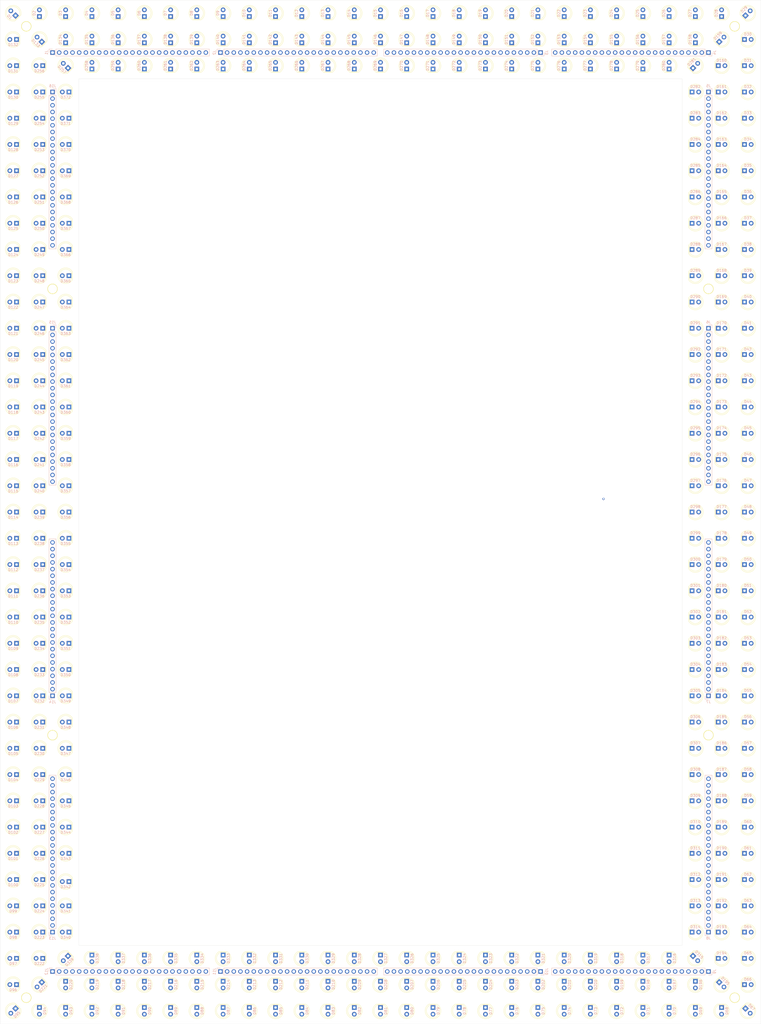
<source format=kicad_pcb>
(kicad_pcb (version 20171130) (host pcbnew "(5.1.2-1)-1")
  (layers (0 F.Cu signal) (31 B.Cu signal) (34 B.Paste user) (35 F.Paste user) (36 B.SilkS user) (37 F.SilkS user) (38 B.Mask user) (39 F.Mask user) (44 Edge.Cuts user))
  (net 0 "")
  (net 1 GND)
  (net 2 "Net-(D1-Pad2)")
  (net 3 "Net-(D2-Pad2)")
  (net 4 "Net-(D3-Pad2)")
  (net 5 "Net-(D4-Pad2)")
  (net 6 "Net-(D5-Pad2)")
  (net 7 "Net-(D6-Pad2)")
  (net 8 "Net-(D7-Pad2)")
  (net 9 "Net-(D8-Pad2)")
  (net 10 "Net-(D9-Pad2)")
  (net 11 "Net-(D10-Pad2)")
  (net 12 "Net-(D11-Pad2)")
  (net 13 "Net-(D12-Pad2)")
  (net 14 "Net-(D13-Pad2)")
  (net 15 "Net-(D14-Pad2)")
  (net 16 "Net-(D15-Pad2)")
  (net 17 "Net-(D16-Pad2)")
  (net 18 "Net-(D17-Pad2)")
  (net 19 "Net-(D18-Pad2)")
  (net 20 "Net-(D19-Pad2)")
  (net 21 "Net-(D20-Pad2)")
  (net 22 "Net-(D21-Pad2)")
  (net 23 "Net-(D22-Pad2)")
  (net 24 "Net-(D23-Pad2)")
  (net 25 "Net-(D24-Pad2)")
  (net 26 "Net-(D25-Pad2)")
  (net 27 "Net-(D26-Pad2)")
  (net 28 "Net-(D27-Pad2)")
  (net 29 "Net-(D28-Pad2)")
  (net 30 "Net-(D29-Pad2)")
  (net 31 "Net-(D30-Pad2)")
  (net 32 "Net-(D31-Pad2)")
  (net 33 "Net-(D32-Pad2)")
  (net 34 "Net-(D33-Pad2)")
  (net 35 "Net-(D34-Pad2)")
  (net 36 "Net-(D35-Pad2)")
  (net 37 "Net-(D36-Pad2)")
  (net 38 "Net-(D37-Pad2)")
  (net 39 "Net-(D38-Pad2)")
  (net 40 "Net-(D39-Pad2)")
  (net 41 "Net-(D40-Pad2)")
  (net 42 "Net-(D41-Pad2)")
  (net 43 "Net-(D42-Pad2)")
  (net 44 "Net-(D43-Pad2)")
  (net 45 "Net-(D44-Pad2)")
  (net 46 "Net-(D45-Pad2)")
  (net 47 "Net-(D46-Pad2)")
  (net 48 "Net-(D47-Pad2)")
  (net 49 "Net-(D48-Pad2)")
  (net 50 "Net-(D49-Pad2)")
  (net 51 "Net-(D50-Pad2)")
  (net 52 "Net-(D51-Pad2)")
  (net 53 "Net-(D52-Pad2)")
  (net 54 "Net-(D53-Pad2)")
  (net 55 "Net-(D54-Pad2)")
  (net 56 "Net-(D55-Pad2)")
  (net 57 "Net-(D56-Pad2)")
  (net 58 "Net-(D57-Pad2)")
  (net 59 "Net-(D58-Pad2)")
  (net 60 "Net-(D59-Pad2)")
  (net 61 "Net-(D60-Pad2)")
  (net 62 "Net-(D61-Pad2)")
  (net 63 "Net-(D62-Pad2)")
  (net 64 "Net-(D63-Pad2)")
  (net 65 "Net-(D64-Pad2)")
  (net 66 "Net-(D65-Pad2)")
  (net 67 "Net-(D66-Pad2)")
  (net 68 "Net-(D67-Pad2)")
  (net 69 "Net-(D68-Pad2)")
  (net 70 "Net-(D69-Pad2)")
  (net 71 "Net-(D70-Pad2)")
  (net 72 "Net-(D71-Pad2)")
  (net 73 "Net-(D72-Pad2)")
  (net 74 "Net-(D73-Pad2)")
  (net 75 "Net-(D74-Pad2)")
  (net 76 "Net-(D75-Pad2)")
  (net 77 "Net-(D76-Pad2)")
  (net 78 "Net-(D77-Pad2)")
  (net 79 "Net-(D78-Pad2)")
  (net 80 "Net-(D79-Pad2)")
  (net 81 "Net-(D80-Pad2)")
  (net 82 "Net-(D81-Pad2)")
  (net 83 "Net-(D82-Pad2)")
  (net 84 "Net-(D83-Pad2)")
  (net 85 "Net-(D84-Pad2)")
  (net 86 "Net-(D85-Pad2)")
  (net 87 "Net-(D86-Pad2)")
  (net 88 "Net-(D87-Pad2)")
  (net 89 "Net-(D88-Pad2)")
  (net 90 "Net-(D89-Pad2)")
  (net 91 "Net-(D90-Pad2)")
  (net 92 "Net-(D91-Pad2)")
  (net 93 "Net-(D92-Pad2)")
  (net 94 "Net-(D93-Pad2)")
  (net 95 "Net-(D94-Pad2)")
  (net 96 "Net-(D95-Pad2)")
  (net 97 "Net-(D96-Pad2)")
  (net 98 "Net-(D97-Pad2)")
  (net 99 "Net-(D98-Pad2)")
  (net 100 "Net-(D99-Pad2)")
  (net 101 "Net-(D100-Pad2)")
  (net 102 "Net-(D101-Pad2)")
  (net 103 "Net-(D102-Pad2)")
  (net 104 "Net-(D103-Pad2)")
  (net 105 "Net-(D104-Pad2)")
  (net 106 "Net-(D105-Pad2)")
  (net 107 "Net-(D106-Pad2)")
  (net 108 "Net-(D107-Pad2)")
  (net 109 "Net-(D108-Pad2)")
  (net 110 "Net-(D109-Pad2)")
  (net 111 "Net-(D110-Pad2)")
  (net 112 "Net-(D111-Pad2)")
  (net 113 "Net-(D112-Pad2)")
  (net 114 "Net-(D113-Pad2)")
  (net 115 "Net-(D114-Pad2)")
  (net 116 "Net-(D115-Pad2)")
  (net 117 "Net-(D116-Pad2)")
  (net 118 "Net-(D117-Pad2)")
  (net 119 "Net-(D118-Pad2)")
  (net 120 "Net-(D119-Pad2)")
  (net 121 "Net-(D120-Pad2)")
  (net 122 "Net-(D121-Pad2)")
  (net 123 "Net-(D122-Pad2)")
  (net 124 "Net-(D123-Pad2)")
  (net 125 "Net-(D124-Pad2)")
  (net 126 "Net-(D125-Pad2)")
  (net 127 "Net-(D126-Pad2)")
  (net 128 "Net-(D127-Pad2)")
  (net 129 "Net-(D128-Pad2)")
  (net 130 "Net-(D129-Pad2)")
  (net 131 "Net-(D130-Pad2)")
  (net 132 "Net-(D131-Pad2)")
  (net 133 "Net-(D132-Pad2)")
  (net 134 "Net-(D133-Pad2)")
  (net 135 "Net-(D134-Pad2)")
  (net 136 "Net-(D135-Pad2)")
  (net 137 "Net-(D136-Pad2)")
  (net 138 "Net-(D137-Pad2)")
  (net 139 "Net-(D138-Pad2)")
  (net 140 "Net-(D139-Pad2)")
  (net 141 "Net-(D140-Pad2)")
  (net 142 "Net-(D141-Pad2)")
  (net 143 "Net-(D142-Pad2)")
  (net 144 "Net-(D143-Pad2)")
  (net 145 "Net-(D144-Pad2)")
  (net 146 "Net-(D145-Pad2)")
  (net 147 "Net-(D146-Pad2)")
  (net 148 "Net-(D147-Pad2)")
  (net 149 "Net-(D148-Pad2)")
  (net 150 "Net-(D149-Pad2)")
  (net 151 "Net-(D150-Pad2)")
  (net 152 "Net-(D151-Pad2)")
  (net 153 "Net-(D152-Pad2)")
  (net 154 "Net-(D153-Pad2)")
  (net 155 "Net-(D154-Pad2)")
  (net 156 "Net-(D155-Pad2)")
  (net 157 "Net-(D156-Pad2)")
  (net 158 "Net-(D157-Pad2)")
  (net 159 "Net-(D158-Pad2)")
  (net 160 "Net-(D159-Pad2)")
  (net 161 "Net-(D160-Pad2)")
  (net 162 "Net-(D161-Pad2)")
  (net 163 "Net-(D162-Pad2)")
  (net 164 "Net-(D163-Pad2)")
  (net 165 "Net-(D164-Pad2)")
  (net 166 "Net-(D165-Pad2)")
  (net 167 "Net-(D166-Pad2)")
  (net 168 "Net-(D167-Pad2)")
  (net 169 "Net-(D168-Pad2)")
  (net 170 "Net-(D169-Pad2)")
  (net 171 "Net-(D170-Pad2)")
  (net 172 "Net-(D171-Pad2)")
  (net 173 "Net-(D172-Pad2)")
  (net 174 "Net-(D173-Pad2)")
  (net 175 "Net-(D174-Pad2)")
  (net 176 "Net-(D175-Pad2)")
  (net 177 "Net-(D176-Pad2)")
  (net 178 "Net-(D177-Pad2)")
  (net 179 "Net-(D178-Pad2)")
  (net 180 "Net-(D179-Pad2)")
  (net 181 "Net-(D180-Pad2)")
  (net 182 "Net-(D181-Pad2)")
  (net 183 "Net-(D182-Pad2)")
  (net 184 "Net-(D183-Pad2)")
  (net 185 "Net-(D184-Pad2)")
  (net 186 "Net-(D185-Pad2)")
  (net 187 "Net-(D186-Pad2)")
  (net 188 "Net-(D187-Pad2)")
  (net 189 "Net-(D188-Pad2)")
  (net 190 "Net-(D189-Pad2)")
  (net 191 "Net-(D190-Pad2)")
  (net 192 "Net-(D191-Pad2)")
  (net 193 "Net-(D192-Pad2)")
  (net 194 "Net-(D193-Pad2)")
  (net 195 "Net-(D194-Pad2)")
  (net 196 "Net-(D195-Pad2)")
  (net 197 "Net-(D196-Pad2)")
  (net 198 "Net-(D197-Pad2)")
  (net 199 "Net-(D198-Pad2)")
  (net 200 "Net-(D199-Pad2)")
  (net 201 "Net-(D200-Pad2)")
  (net 202 "Net-(D201-Pad2)")
  (net 203 "Net-(D202-Pad2)")
  (net 204 "Net-(D203-Pad2)")
  (net 205 "Net-(D204-Pad2)")
  (net 206 "Net-(D205-Pad2)")
  (net 207 "Net-(D206-Pad2)")
  (net 208 "Net-(D207-Pad2)")
  (net 209 "Net-(D208-Pad2)")
  (net 210 "Net-(D209-Pad2)")
  (net 211 "Net-(D210-Pad2)")
  (net 212 "Net-(D211-Pad2)")
  (net 213 "Net-(D212-Pad2)")
  (net 214 "Net-(D213-Pad2)")
  (net 215 "Net-(D214-Pad2)")
  (net 216 "Net-(D215-Pad2)")
  (net 217 "Net-(D216-Pad2)")
  (net 218 "Net-(D217-Pad2)")
  (net 219 "Net-(D218-Pad2)")
  (net 220 "Net-(D219-Pad2)")
  (net 221 "Net-(D220-Pad2)")
  (net 222 "Net-(D221-Pad2)")
  (net 223 "Net-(D222-Pad2)")
  (net 224 "Net-(D223-Pad2)")
  (net 225 "Net-(D224-Pad2)")
  (net 226 "Net-(D225-Pad2)")
  (net 227 "Net-(D226-Pad2)")
  (net 228 "Net-(D227-Pad2)")
  (net 229 "Net-(D228-Pad2)")
  (net 230 "Net-(D229-Pad2)")
  (net 231 "Net-(D230-Pad2)")
  (net 232 "Net-(D231-Pad2)")
  (net 233 "Net-(D232-Pad2)")
  (net 234 "Net-(D233-Pad2)")
  (net 235 "Net-(D234-Pad2)")
  (net 236 "Net-(D235-Pad2)")
  (net 237 "Net-(D236-Pad2)")
  (net 238 "Net-(D237-Pad2)")
  (net 239 "Net-(D238-Pad2)")
  (net 240 "Net-(D239-Pad2)")
  (net 241 "Net-(D240-Pad2)")
  (net 242 "Net-(D241-Pad2)")
  (net 243 "Net-(D242-Pad2)")
  (net 244 "Net-(D243-Pad2)")
  (net 245 "Net-(D244-Pad2)")
  (net 246 "Net-(D245-Pad2)")
  (net 247 "Net-(D246-Pad2)")
  (net 248 "Net-(D247-Pad2)")
  (net 249 "Net-(D248-Pad2)")
  (net 250 "Net-(D249-Pad2)")
  (net 251 "Net-(D250-Pad2)")
  (net 252 "Net-(D251-Pad2)")
  (net 253 "Net-(D252-Pad2)")
  (net 254 "Net-(D253-Pad2)")
  (net 255 "Net-(D254-Pad2)")
  (net 256 "Net-(D255-Pad2)")
  (net 257 "Net-(D256-Pad2)")
  (net 258 "Net-(D257-Pad2)")
  (net 259 "Net-(D258-Pad2)")
  (net 260 "Net-(D259-Pad2)")
  (net 261 "Net-(D260-Pad2)")
  (net 262 "Net-(D261-Pad2)")
  (net 263 "Net-(D262-Pad2)")
  (net 264 "Net-(D263-Pad2)")
  (net 265 "Net-(D264-Pad2)")
  (net 266 "Net-(D265-Pad2)")
  (net 267 "Net-(D266-Pad2)")
  (net 268 "Net-(D267-Pad2)")
  (net 269 "Net-(D268-Pad2)")
  (net 270 "Net-(D269-Pad2)")
  (net 271 "Net-(D270-Pad2)")
  (net 272 "Net-(D271-Pad2)")
  (net 273 "Net-(D272-Pad2)")
  (net 274 "Net-(D273-Pad2)")
  (net 275 "Net-(D274-Pad2)")
  (net 276 "Net-(D275-Pad2)")
  (net 277 "Net-(D276-Pad2)")
  (net 278 "Net-(D277-Pad2)")
  (net 279 "Net-(D278-Pad2)")
  (net 280 "Net-(D279-Pad2)")
  (net 281 "Net-(D280-Pad2)")
  (net 282 "Net-(D281-Pad2)")
  (net 283 "Net-(D282-Pad2)")
  (net 284 "Net-(D283-Pad2)")
  (net 285 "Net-(D284-Pad2)")
  (net 286 "Net-(D285-Pad2)")
  (net 287 "Net-(D286-Pad2)")
  (net 288 "Net-(D287-Pad2)")
  (net 289 "Net-(D288-Pad2)")
  (net 290 "Net-(D289-Pad2)")
  (net 291 "Net-(D290-Pad2)")
  (net 292 "Net-(D291-Pad2)")
  (net 293 "Net-(D292-Pad2)")
  (net 294 "Net-(D293-Pad2)")
  (net 295 "Net-(D294-Pad2)")
  (net 296 "Net-(D295-Pad2)")
  (net 297 "Net-(D296-Pad2)")
  (net 298 "Net-(D297-Pad2)")
  (net 299 "Net-(D298-Pad2)")
  (net 300 "Net-(D299-Pad2)")
  (net 301 "Net-(D300-Pad2)")
  (net 302 "Net-(D301-Pad2)")
  (net 303 "Net-(D302-Pad2)")
  (net 304 "Net-(D303-Pad2)")
  (net 305 "Net-(D304-Pad2)")
  (net 306 "Net-(D305-Pad2)")
  (net 307 "Net-(D306-Pad2)")
  (net 308 "Net-(D307-Pad2)")
  (net 309 "Net-(D308-Pad2)")
  (net 310 "Net-(D309-Pad2)")
  (net 311 "Net-(D310-Pad2)")
  (net 312 "Net-(D311-Pad2)")
  (net 313 "Net-(D312-Pad2)")
  (net 314 "Net-(D313-Pad2)")
  (net 315 "Net-(D314-Pad2)")
  (net 316 "Net-(D315-Pad2)")
  (net 317 "Net-(D316-Pad2)")
  (net 318 "Net-(D317-Pad2)")
  (net 319 "Net-(D318-Pad2)")
  (net 320 "Net-(D319-Pad2)")
  (net 321 "Net-(D320-Pad2)")
  (net 322 "Net-(D321-Pad2)")
  (net 323 "Net-(D322-Pad2)")
  (net 324 "Net-(D323-Pad2)")
  (net 325 "Net-(D324-Pad2)")
  (net 326 "Net-(D325-Pad2)")
  (net 327 "Net-(D326-Pad2)")
  (net 328 "Net-(D327-Pad2)")
  (net 329 "Net-(D328-Pad2)")
  (net 330 "Net-(D329-Pad2)")
  (net 331 "Net-(D330-Pad2)")
  (net 332 "Net-(D331-Pad2)")
  (net 333 "Net-(D332-Pad2)")
  (net 334 "Net-(D333-Pad2)")
  (net 335 "Net-(D334-Pad2)")
  (net 336 "Net-(D335-Pad2)")
  (net 337 "Net-(D336-Pad2)")
  (net 338 "Net-(D337-Pad2)")
  (net 339 "Net-(D338-Pad2)")
  (net 340 "Net-(D339-Pad2)")
  (net 341 "Net-(D340-Pad2)")
  (net 342 "Net-(D341-Pad2)")
  (net 343 "Net-(D342-Pad2)")
  (net 344 "Net-(D343-Pad2)")
  (net 345 "Net-(D344-Pad2)")
  (net 346 "Net-(D345-Pad2)")
  (net 347 "Net-(D346-Pad2)")
  (net 348 "Net-(D347-Pad2)")
  (net 349 "Net-(D348-Pad2)")
  (net 350 "Net-(D349-Pad2)")
  (net 351 "Net-(D350-Pad2)")
  (net 352 "Net-(D351-Pad2)")
  (net 353 "Net-(D352-Pad2)")
  (net 354 "Net-(D353-Pad2)")
  (net 355 "Net-(D354-Pad2)")
  (net 356 "Net-(D355-Pad2)")
  (net 357 "Net-(D356-Pad2)")
  (net 358 "Net-(D357-Pad2)")
  (net 359 "Net-(D358-Pad2)")
  (net 360 "Net-(D359-Pad2)")
  (net 361 "Net-(D360-Pad2)")
  (net 362 "Net-(D361-Pad2)")
  (net 363 "Net-(D362-Pad2)")
  (net 364 "Net-(D363-Pad2)")
  (net 365 "Net-(D364-Pad2)")
  (net 366 "Net-(D365-Pad2)")
  (net 367 "Net-(D366-Pad2)")
  (net 368 "Net-(D367-Pad2)")
  (net 369 "Net-(D368-Pad2)")
  (net 370 "Net-(D369-Pad2)")
  (net 371 "Net-(D370-Pad2)")
  (net 372 "Net-(D371-Pad2)")
  (net 373 "Net-(D372-Pad2)")
  (module HammerheadAudio:M3_MOUNT_KEEPOUT (layer F.Cu) (at -15 245)
    (fp_text reference H3 hide)
    (fp_text value M3/#4-40 hide)
    (pad "" np_thru_hole circle (at 0 0) (size 3.302 3.302) (drill 3.302) (layers *.Cu *.Mask) (clearance 2))
  )
  (module HammerheadAudio:M3_MOUNT_KEEPOUT (layer F.Cu) (at -15 75)
    (fp_text reference H3 hide)
    (fp_text value M3/#4-40 hide)
    (pad "" np_thru_hole circle (at 0 0) (size 3.302 3.302) (drill 3.302) (layers *.Cu *.Mask) (clearance 2))
  )
  (module HammerheadAudio:M3_MOUNT_KEEPOUT (layer F.Cu) (at 235 75)
    (fp_text reference H3 hide)
    (fp_text value M3/#4-40 hide)
    (pad "" np_thru_hole circle (at 0 0) (size 3.302 3.302) (drill 3.302) (layers *.Cu *.Mask) (clearance 2))
  )
  (module HammerheadAudio:M3_MOUNT_KEEPOUT (layer F.Cu) (at 235 245)
    (fp_text reference H3 hide)
    (fp_text value M3/#4-40 hide)
    (pad "" np_thru_hole circle (at 0 0) (size 3.302 3.302) (drill 3.302) (layers *.Cu *.Mask) (clearance 2))
  )
  (module HammerheadAudio:M3_MOUNT_KEEPOUT (layer F.Cu) (at 245 345)
    (fp_text reference H3 hide)
    (fp_text value M3/#4-40 hide)
    (pad "" np_thru_hole circle (at 0 0) (size 3.302 3.302) (drill 3.302) (layers *.Cu *.Mask) (clearance 2))
  )
  (module HammerheadAudio:M3_MOUNT_KEEPOUT (layer F.Cu) (at -25 345)
    (fp_text reference H3 hide)
    (fp_text value M3/#4-40 hide)
    (pad "" np_thru_hole circle (at 0 0) (size 3.302 3.302) (drill 3.302) (layers *.Cu *.Mask) (clearance 2))
  )
  (module HammerheadAudio:M3_MOUNT_KEEPOUT (layer F.Cu) (at 245 -25)
    (fp_text reference H3 hide)
    (fp_text value M3/#4-40 hide)
    (pad "" np_thru_hole circle (at 0 0) (size 3.302 3.302) (drill 3.302) (layers *.Cu *.Mask) (clearance 2))
  )
  (module HammerheadAudio:M3_MOUNT_KEEPOUT (layer F.Cu) (at -25 -25)
    (fp_text reference H3 hide)
    (fp_text value M3/#4-40 hide)
    (pad "" np_thru_hole circle (at 0 0) (size 3.302 3.302) (drill 3.302) (layers *.Cu *.Mask) (clearance 2))
  )
  (module Connector_PinHeader_2.54mm:PinHeader_1x24_P2.54mm_Vertical (layer B.Cu) (at -15 -15 270)
    (fp_text reference J1 (at 0 2.33 90) (layer B.SilkS) (effects (justify mirror)))
    (fp_text value GPIO)
    (pad 1 thru_hole rect (at 0 0 270) (size 1.7 1.7) (drill 1) (layers *.Cu *.Mask) (net 2 "Net-(D1-Pad2)"))
    (pad 2 thru_hole oval (at 0 -2.54 270) (size 1.7 1.7) (drill 1) (layers *.Cu *.Mask) (net 3 "Net-(D2-Pad2)"))
    (pad 3 thru_hole oval (at 0 -5.08 270) (size 1.7 1.7) (drill 1) (layers *.Cu *.Mask) (net 4 "Net-(D3-Pad2)"))
    (pad 4 thru_hole oval (at 0 -7.62 270) (size 1.7 1.7) (drill 1) (layers *.Cu *.Mask) (net 5 "Net-(D4-Pad2)"))
    (pad 5 thru_hole oval (at 0 -10.16 270) (size 1.7 1.7) (drill 1) (layers *.Cu *.Mask) (net 6 "Net-(D5-Pad2)"))
    (pad 6 thru_hole oval (at 0 -12.7 270) (size 1.7 1.7) (drill 1) (layers *.Cu *.Mask) (net 7 "Net-(D6-Pad2)"))
    (pad 7 thru_hole oval (at 0 -15.24 270) (size 1.7 1.7) (drill 1) (layers *.Cu *.Mask) (net 8 "Net-(D7-Pad2)"))
    (pad 8 thru_hole oval (at 0 -17.78 270) (size 1.7 1.7) (drill 1) (layers *.Cu *.Mask) (net 9 "Net-(D8-Pad2)"))
    (pad 9 thru_hole oval (at 0 -20.32 270) (size 1.7 1.7) (drill 1) (layers *.Cu *.Mask) (net 10 "Net-(D9-Pad2)"))
    (pad 10 thru_hole oval (at 0 -22.86 270) (size 1.7 1.7) (drill 1) (layers *.Cu *.Mask) (net 11 "Net-(D10-Pad2)"))
    (pad 11 thru_hole oval (at 0 -25.4 270) (size 1.7 1.7) (drill 1) (layers *.Cu *.Mask) (net 12 "Net-(D11-Pad2)"))
    (pad 12 thru_hole oval (at 0 -27.94 270) (size 1.7 1.7) (drill 1) (layers *.Cu *.Mask) (net 13 "Net-(D12-Pad2)"))
    (pad 13 thru_hole oval (at 0 -30.48 270) (size 1.7 1.7) (drill 1) (layers *.Cu *.Mask) (net 14 "Net-(D13-Pad2)"))
    (pad 14 thru_hole oval (at 0 -33.02 270) (size 1.7 1.7) (drill 1) (layers *.Cu *.Mask) (net 15 "Net-(D14-Pad2)"))
    (pad 15 thru_hole oval (at 0 -35.56 270) (size 1.7 1.7) (drill 1) (layers *.Cu *.Mask) (net 16 "Net-(D15-Pad2)"))
    (pad 16 thru_hole oval (at 0 -38.1 270) (size 1.7 1.7) (drill 1) (layers *.Cu *.Mask) (net 17 "Net-(D16-Pad2)"))
    (pad 17 thru_hole oval (at 0 -40.64 270) (size 1.7 1.7) (drill 1) (layers *.Cu *.Mask) (net 18 "Net-(D17-Pad2)"))
    (pad 18 thru_hole oval (at 0 -43.18 270) (size 1.7 1.7) (drill 1) (layers *.Cu *.Mask) (net 19 "Net-(D18-Pad2)"))
    (pad 19 thru_hole oval (at 0 -45.72 270) (size 1.7 1.7) (drill 1) (layers *.Cu *.Mask) (net 20 "Net-(D19-Pad2)"))
    (pad 20 thru_hole oval (at 0 -48.26 270) (size 1.7 1.7) (drill 1) (layers *.Cu *.Mask) (net 21 "Net-(D20-Pad2)"))
    (pad 21 thru_hole oval (at 0 -50.8 270) (size 1.7 1.7) (drill 1) (layers *.Cu *.Mask) (net 22 "Net-(D21-Pad2)"))
    (pad 22 thru_hole oval (at 0 -53.34 270) (size 1.7 1.7) (drill 1) (layers *.Cu *.Mask) (net 23 "Net-(D22-Pad2)"))
    (pad 23 thru_hole oval (at 0 -55.88 270) (size 1.7 1.7) (drill 1) (layers *.Cu *.Mask) (net 24 "Net-(D23-Pad2)"))
    (pad 24 thru_hole oval (at 0 -58.42 270) (size 1.7 1.7) (drill 1) (layers *.Cu *.Mask) (net 25 "Net-(D24-Pad2)"))
  )
  (module Connector_PinHeader_2.54mm:PinHeader_1x24_P2.54mm_Vertical (layer B.Cu) (at 49 -15 270)
    (fp_text reference J2 (at 0 2.33 90) (layer B.SilkS) (effects (justify mirror)))
    (fp_text value GPIO)
    (pad 1 thru_hole rect (at 0 0 270) (size 1.7 1.7) (drill 1) (layers *.Cu *.Mask) (net 26 "Net-(D25-Pad2)"))
    (pad 2 thru_hole oval (at 0 -2.54 270) (size 1.7 1.7) (drill 1) (layers *.Cu *.Mask) (net 27 "Net-(D26-Pad2)"))
    (pad 3 thru_hole oval (at 0 -5.08 270) (size 1.7 1.7) (drill 1) (layers *.Cu *.Mask) (net 28 "Net-(D27-Pad2)"))
    (pad 4 thru_hole oval (at 0 -7.62 270) (size 1.7 1.7) (drill 1) (layers *.Cu *.Mask) (net 29 "Net-(D28-Pad2)"))
    (pad 5 thru_hole oval (at 0 -10.16 270) (size 1.7 1.7) (drill 1) (layers *.Cu *.Mask) (net 30 "Net-(D29-Pad2)"))
    (pad 6 thru_hole oval (at 0 -12.7 270) (size 1.7 1.7) (drill 1) (layers *.Cu *.Mask) (net 31 "Net-(D30-Pad2)"))
    (pad 7 thru_hole oval (at 0 -15.24 270) (size 1.7 1.7) (drill 1) (layers *.Cu *.Mask) (net 32 "Net-(D31-Pad2)"))
    (pad 8 thru_hole oval (at 0 -17.78 270) (size 1.7 1.7) (drill 1) (layers *.Cu *.Mask) (net 33 "Net-(D32-Pad2)"))
    (pad 9 thru_hole oval (at 0 -20.32 270) (size 1.7 1.7) (drill 1) (layers *.Cu *.Mask) (net 34 "Net-(D33-Pad2)"))
    (pad 10 thru_hole oval (at 0 -22.86 270) (size 1.7 1.7) (drill 1) (layers *.Cu *.Mask) (net 35 "Net-(D34-Pad2)"))
    (pad 11 thru_hole oval (at 0 -25.4 270) (size 1.7 1.7) (drill 1) (layers *.Cu *.Mask) (net 36 "Net-(D35-Pad2)"))
    (pad 12 thru_hole oval (at 0 -27.94 270) (size 1.7 1.7) (drill 1) (layers *.Cu *.Mask) (net 37 "Net-(D36-Pad2)"))
    (pad 13 thru_hole oval (at 0 -30.48 270) (size 1.7 1.7) (drill 1) (layers *.Cu *.Mask) (net 38 "Net-(D37-Pad2)"))
    (pad 14 thru_hole oval (at 0 -33.02 270) (size 1.7 1.7) (drill 1) (layers *.Cu *.Mask) (net 39 "Net-(D38-Pad2)"))
    (pad 15 thru_hole oval (at 0 -35.56 270) (size 1.7 1.7) (drill 1) (layers *.Cu *.Mask) (net 40 "Net-(D39-Pad2)"))
    (pad 16 thru_hole oval (at 0 -38.1 270) (size 1.7 1.7) (drill 1) (layers *.Cu *.Mask) (net 41 "Net-(D40-Pad2)"))
    (pad 17 thru_hole oval (at 0 -40.64 270) (size 1.7 1.7) (drill 1) (layers *.Cu *.Mask) (net 42 "Net-(D41-Pad2)"))
    (pad 18 thru_hole oval (at 0 -43.18 270) (size 1.7 1.7) (drill 1) (layers *.Cu *.Mask) (net 43 "Net-(D42-Pad2)"))
    (pad 19 thru_hole oval (at 0 -45.72 270) (size 1.7 1.7) (drill 1) (layers *.Cu *.Mask) (net 44 "Net-(D43-Pad2)"))
    (pad 20 thru_hole oval (at 0 -48.26 270) (size 1.7 1.7) (drill 1) (layers *.Cu *.Mask) (net 45 "Net-(D44-Pad2)"))
    (pad 21 thru_hole oval (at 0 -50.8 270) (size 1.7 1.7) (drill 1) (layers *.Cu *.Mask) (net 46 "Net-(D45-Pad2)"))
    (pad 22 thru_hole oval (at 0 -53.34 270) (size 1.7 1.7) (drill 1) (layers *.Cu *.Mask) (net 47 "Net-(D46-Pad2)"))
    (pad 23 thru_hole oval (at 0 -55.88 270) (size 1.7 1.7) (drill 1) (layers *.Cu *.Mask) (net 48 "Net-(D47-Pad2)"))
    (pad 24 thru_hole oval (at 0 -58.42 270) (size 1.7 1.7) (drill 1) (layers *.Cu *.Mask) (net 49 "Net-(D48-Pad2)"))
  )
  (module Connector_PinHeader_2.54mm:PinHeader_1x24_P2.54mm_Vertical (layer B.Cu) (at 171 -15 90)
    (fp_text reference J3 (at 0 2.33 90) (layer B.SilkS) (effects (justify mirror)))
    (fp_text value GPIO)
    (pad 24 thru_hole oval (at 0 -58.42 90) (size 1.7 1.7) (drill 1) (layers *.Cu *.Mask) (net 73 "Net-(D72-Pad2)"))
    (pad 23 thru_hole oval (at 0 -55.88 90) (size 1.7 1.7) (drill 1) (layers *.Cu *.Mask) (net 72 "Net-(D71-Pad2)"))
    (pad 22 thru_hole oval (at 0 -53.34 90) (size 1.7 1.7) (drill 1) (layers *.Cu *.Mask) (net 71 "Net-(D70-Pad2)"))
    (pad 21 thru_hole oval (at 0 -50.8 90) (size 1.7 1.7) (drill 1) (layers *.Cu *.Mask) (net 70 "Net-(D69-Pad2)"))
    (pad 20 thru_hole oval (at 0 -48.26 90) (size 1.7 1.7) (drill 1) (layers *.Cu *.Mask) (net 69 "Net-(D68-Pad2)"))
    (pad 19 thru_hole oval (at 0 -45.72 90) (size 1.7 1.7) (drill 1) (layers *.Cu *.Mask) (net 68 "Net-(D67-Pad2)"))
    (pad 18 thru_hole oval (at 0 -43.18 90) (size 1.7 1.7) (drill 1) (layers *.Cu *.Mask) (net 67 "Net-(D66-Pad2)"))
    (pad 17 thru_hole oval (at 0 -40.64 90) (size 1.7 1.7) (drill 1) (layers *.Cu *.Mask) (net 66 "Net-(D65-Pad2)"))
    (pad 16 thru_hole oval (at 0 -38.1 90) (size 1.7 1.7) (drill 1) (layers *.Cu *.Mask) (net 65 "Net-(D64-Pad2)"))
    (pad 15 thru_hole oval (at 0 -35.56 90) (size 1.7 1.7) (drill 1) (layers *.Cu *.Mask) (net 64 "Net-(D63-Pad2)"))
    (pad 14 thru_hole oval (at 0 -33.02 90) (size 1.7 1.7) (drill 1) (layers *.Cu *.Mask) (net 63 "Net-(D62-Pad2)"))
    (pad 13 thru_hole oval (at 0 -30.48 90) (size 1.7 1.7) (drill 1) (layers *.Cu *.Mask) (net 62 "Net-(D61-Pad2)"))
    (pad 12 thru_hole oval (at 0 -27.94 90) (size 1.7 1.7) (drill 1) (layers *.Cu *.Mask) (net 61 "Net-(D60-Pad2)"))
    (pad 11 thru_hole oval (at 0 -25.4 90) (size 1.7 1.7) (drill 1) (layers *.Cu *.Mask) (net 60 "Net-(D59-Pad2)"))
    (pad 10 thru_hole oval (at 0 -22.86 90) (size 1.7 1.7) (drill 1) (layers *.Cu *.Mask) (net 59 "Net-(D58-Pad2)"))
    (pad 9 thru_hole oval (at 0 -20.32 90) (size 1.7 1.7) (drill 1) (layers *.Cu *.Mask) (net 58 "Net-(D57-Pad2)"))
    (pad 8 thru_hole oval (at 0 -17.78 90) (size 1.7 1.7) (drill 1) (layers *.Cu *.Mask) (net 57 "Net-(D56-Pad2)"))
    (pad 7 thru_hole oval (at 0 -15.24 90) (size 1.7 1.7) (drill 1) (layers *.Cu *.Mask) (net 56 "Net-(D55-Pad2)"))
    (pad 6 thru_hole oval (at 0 -12.7 90) (size 1.7 1.7) (drill 1) (layers *.Cu *.Mask) (net 55 "Net-(D54-Pad2)"))
    (pad 5 thru_hole oval (at 0 -10.16 90) (size 1.7 1.7) (drill 1) (layers *.Cu *.Mask) (net 54 "Net-(D53-Pad2)"))
    (pad 4 thru_hole oval (at 0 -7.62 90) (size 1.7 1.7) (drill 1) (layers *.Cu *.Mask) (net 53 "Net-(D52-Pad2)"))
    (pad 3 thru_hole oval (at 0 -5.08 90) (size 1.7 1.7) (drill 1) (layers *.Cu *.Mask) (net 52 "Net-(D51-Pad2)"))
    (pad 2 thru_hole oval (at 0 -2.54 90) (size 1.7 1.7) (drill 1) (layers *.Cu *.Mask) (net 51 "Net-(D50-Pad2)"))
    (pad 1 thru_hole rect (at 0 0 90) (size 1.7 1.7) (drill 1) (layers *.Cu *.Mask) (net 50 "Net-(D49-Pad2)"))
  )
  (module Connector_PinHeader_2.54mm:PinHeader_1x24_P2.54mm_Vertical (layer B.Cu) (at 235 -15 90)
    (fp_text reference J4 (at 0 2.33 90) (layer B.SilkS) (effects (justify mirror)))
    (fp_text value GPIO)
    (pad 1 thru_hole rect (at 0 0 90) (size 1.7 1.7) (drill 1) (layers *.Cu *.Mask) (net 74 "Net-(D73-Pad2)"))
    (pad 2 thru_hole oval (at 0 -2.54 90) (size 1.7 1.7) (drill 1) (layers *.Cu *.Mask) (net 75 "Net-(D74-Pad2)"))
    (pad 3 thru_hole oval (at 0 -5.08 90) (size 1.7 1.7) (drill 1) (layers *.Cu *.Mask) (net 76 "Net-(D75-Pad2)"))
    (pad 4 thru_hole oval (at 0 -7.62 90) (size 1.7 1.7) (drill 1) (layers *.Cu *.Mask) (net 77 "Net-(D76-Pad2)"))
    (pad 5 thru_hole oval (at 0 -10.16 90) (size 1.7 1.7) (drill 1) (layers *.Cu *.Mask) (net 78 "Net-(D77-Pad2)"))
    (pad 6 thru_hole oval (at 0 -12.7 90) (size 1.7 1.7) (drill 1) (layers *.Cu *.Mask) (net 79 "Net-(D78-Pad2)"))
    (pad 7 thru_hole oval (at 0 -15.24 90) (size 1.7 1.7) (drill 1) (layers *.Cu *.Mask) (net 80 "Net-(D79-Pad2)"))
    (pad 8 thru_hole oval (at 0 -17.78 90) (size 1.7 1.7) (drill 1) (layers *.Cu *.Mask) (net 81 "Net-(D80-Pad2)"))
    (pad 9 thru_hole oval (at 0 -20.32 90) (size 1.7 1.7) (drill 1) (layers *.Cu *.Mask) (net 82 "Net-(D81-Pad2)"))
    (pad 10 thru_hole oval (at 0 -22.86 90) (size 1.7 1.7) (drill 1) (layers *.Cu *.Mask) (net 83 "Net-(D82-Pad2)"))
    (pad 11 thru_hole oval (at 0 -25.4 90) (size 1.7 1.7) (drill 1) (layers *.Cu *.Mask) (net 84 "Net-(D83-Pad2)"))
    (pad 12 thru_hole oval (at 0 -27.94 90) (size 1.7 1.7) (drill 1) (layers *.Cu *.Mask) (net 85 "Net-(D84-Pad2)"))
    (pad 13 thru_hole oval (at 0 -30.48 90) (size 1.7 1.7) (drill 1) (layers *.Cu *.Mask) (net 86 "Net-(D85-Pad2)"))
    (pad 14 thru_hole oval (at 0 -33.02 90) (size 1.7 1.7) (drill 1) (layers *.Cu *.Mask) (net 87 "Net-(D86-Pad2)"))
    (pad 15 thru_hole oval (at 0 -35.56 90) (size 1.7 1.7) (drill 1) (layers *.Cu *.Mask) (net 88 "Net-(D87-Pad2)"))
    (pad 16 thru_hole oval (at 0 -38.1 90) (size 1.7 1.7) (drill 1) (layers *.Cu *.Mask) (net 89 "Net-(D88-Pad2)"))
    (pad 17 thru_hole oval (at 0 -40.64 90) (size 1.7 1.7) (drill 1) (layers *.Cu *.Mask) (net 90 "Net-(D89-Pad2)"))
    (pad 18 thru_hole oval (at 0 -43.18 90) (size 1.7 1.7) (drill 1) (layers *.Cu *.Mask) (net 91 "Net-(D90-Pad2)"))
    (pad 19 thru_hole oval (at 0 -45.72 90) (size 1.7 1.7) (drill 1) (layers *.Cu *.Mask) (net 92 "Net-(D91-Pad2)"))
    (pad 20 thru_hole oval (at 0 -48.26 90) (size 1.7 1.7) (drill 1) (layers *.Cu *.Mask) (net 93 "Net-(D92-Pad2)"))
    (pad 21 thru_hole oval (at 0 -50.8 90) (size 1.7 1.7) (drill 1) (layers *.Cu *.Mask) (net 94 "Net-(D93-Pad2)"))
    (pad 22 thru_hole oval (at 0 -53.34 90) (size 1.7 1.7) (drill 1) (layers *.Cu *.Mask) (net 95 "Net-(D94-Pad2)"))
    (pad 23 thru_hole oval (at 0 -55.88 90) (size 1.7 1.7) (drill 1) (layers *.Cu *.Mask) (net 96 "Net-(D95-Pad2)"))
    (pad 24 thru_hole oval (at 0 -58.42 90) (size 1.7 1.7) (drill 1) (layers *.Cu *.Mask) (net 97 "Net-(D96-Pad2)"))
  )
  (module Connector_PinHeader_2.54mm:PinHeader_1x24_P2.54mm_Vertical (layer B.Cu) (at 235 0 180)
    (fp_text reference J5 (at 0 2.33) (layer B.SilkS) (effects (justify mirror)))
    (fp_text value GPIO)
    (pad 24 thru_hole oval (at 0 -58.42 180) (size 1.7 1.7) (drill 1) (layers *.Cu *.Mask) (net 121 "Net-(D120-Pad2)"))
    (pad 23 thru_hole oval (at 0 -55.88 180) (size 1.7 1.7) (drill 1) (layers *.Cu *.Mask) (net 120 "Net-(D119-Pad2)"))
    (pad 22 thru_hole oval (at 0 -53.34 180) (size 1.7 1.7) (drill 1) (layers *.Cu *.Mask) (net 119 "Net-(D118-Pad2)"))
    (pad 21 thru_hole oval (at 0 -50.8 180) (size 1.7 1.7) (drill 1) (layers *.Cu *.Mask) (net 118 "Net-(D117-Pad2)"))
    (pad 20 thru_hole oval (at 0 -48.26 180) (size 1.7 1.7) (drill 1) (layers *.Cu *.Mask) (net 117 "Net-(D116-Pad2)"))
    (pad 19 thru_hole oval (at 0 -45.72 180) (size 1.7 1.7) (drill 1) (layers *.Cu *.Mask) (net 116 "Net-(D115-Pad2)"))
    (pad 18 thru_hole oval (at 0 -43.18 180) (size 1.7 1.7) (drill 1) (layers *.Cu *.Mask) (net 115 "Net-(D114-Pad2)"))
    (pad 17 thru_hole oval (at 0 -40.64 180) (size 1.7 1.7) (drill 1) (layers *.Cu *.Mask) (net 114 "Net-(D113-Pad2)"))
    (pad 16 thru_hole oval (at 0 -38.1 180) (size 1.7 1.7) (drill 1) (layers *.Cu *.Mask) (net 113 "Net-(D112-Pad2)"))
    (pad 15 thru_hole oval (at 0 -35.56 180) (size 1.7 1.7) (drill 1) (layers *.Cu *.Mask) (net 112 "Net-(D111-Pad2)"))
    (pad 14 thru_hole oval (at 0 -33.02 180) (size 1.7 1.7) (drill 1) (layers *.Cu *.Mask) (net 111 "Net-(D110-Pad2)"))
    (pad 13 thru_hole oval (at 0 -30.48 180) (size 1.7 1.7) (drill 1) (layers *.Cu *.Mask) (net 110 "Net-(D109-Pad2)"))
    (pad 12 thru_hole oval (at 0 -27.94 180) (size 1.7 1.7) (drill 1) (layers *.Cu *.Mask) (net 109 "Net-(D108-Pad2)"))
    (pad 11 thru_hole oval (at 0 -25.4 180) (size 1.7 1.7) (drill 1) (layers *.Cu *.Mask) (net 108 "Net-(D107-Pad2)"))
    (pad 10 thru_hole oval (at 0 -22.86 180) (size 1.7 1.7) (drill 1) (layers *.Cu *.Mask) (net 107 "Net-(D106-Pad2)"))
    (pad 9 thru_hole oval (at 0 -20.32 180) (size 1.7 1.7) (drill 1) (layers *.Cu *.Mask) (net 106 "Net-(D105-Pad2)"))
    (pad 8 thru_hole oval (at 0 -17.78 180) (size 1.7 1.7) (drill 1) (layers *.Cu *.Mask) (net 105 "Net-(D104-Pad2)"))
    (pad 7 thru_hole oval (at 0 -15.24 180) (size 1.7 1.7) (drill 1) (layers *.Cu *.Mask) (net 104 "Net-(D103-Pad2)"))
    (pad 6 thru_hole oval (at 0 -12.7 180) (size 1.7 1.7) (drill 1) (layers *.Cu *.Mask) (net 103 "Net-(D102-Pad2)"))
    (pad 5 thru_hole oval (at 0 -10.16 180) (size 1.7 1.7) (drill 1) (layers *.Cu *.Mask) (net 102 "Net-(D101-Pad2)"))
    (pad 4 thru_hole oval (at 0 -7.62 180) (size 1.7 1.7) (drill 1) (layers *.Cu *.Mask) (net 101 "Net-(D100-Pad2)"))
    (pad 3 thru_hole oval (at 0 -5.08 180) (size 1.7 1.7) (drill 1) (layers *.Cu *.Mask) (net 100 "Net-(D99-Pad2)"))
    (pad 2 thru_hole oval (at 0 -2.54 180) (size 1.7 1.7) (drill 1) (layers *.Cu *.Mask) (net 99 "Net-(D98-Pad2)"))
    (pad 1 thru_hole rect (at 0 0 180) (size 1.7 1.7) (drill 1) (layers *.Cu *.Mask) (net 98 "Net-(D97-Pad2)"))
  )
  (module Connector_PinHeader_2.54mm:PinHeader_1x24_P2.54mm_Vertical (layer B.Cu) (at 235 90 180)
    (fp_text reference J6 (at 0 2.33) (layer B.SilkS) (effects (justify mirror)))
    (fp_text value GPIO)
    (pad 1 thru_hole rect (at 0 0 180) (size 1.7 1.7) (drill 1) (layers *.Cu *.Mask) (net 122 "Net-(D121-Pad2)"))
    (pad 2 thru_hole oval (at 0 -2.54 180) (size 1.7 1.7) (drill 1) (layers *.Cu *.Mask) (net 123 "Net-(D122-Pad2)"))
    (pad 3 thru_hole oval (at 0 -5.08 180) (size 1.7 1.7) (drill 1) (layers *.Cu *.Mask) (net 124 "Net-(D123-Pad2)"))
    (pad 4 thru_hole oval (at 0 -7.62 180) (size 1.7 1.7) (drill 1) (layers *.Cu *.Mask) (net 125 "Net-(D124-Pad2)"))
    (pad 5 thru_hole oval (at 0 -10.16 180) (size 1.7 1.7) (drill 1) (layers *.Cu *.Mask) (net 126 "Net-(D125-Pad2)"))
    (pad 6 thru_hole oval (at 0 -12.7 180) (size 1.7 1.7) (drill 1) (layers *.Cu *.Mask) (net 127 "Net-(D126-Pad2)"))
    (pad 7 thru_hole oval (at 0 -15.24 180) (size 1.7 1.7) (drill 1) (layers *.Cu *.Mask) (net 128 "Net-(D127-Pad2)"))
    (pad 8 thru_hole oval (at 0 -17.78 180) (size 1.7 1.7) (drill 1) (layers *.Cu *.Mask) (net 129 "Net-(D128-Pad2)"))
    (pad 9 thru_hole oval (at 0 -20.32 180) (size 1.7 1.7) (drill 1) (layers *.Cu *.Mask) (net 130 "Net-(D129-Pad2)"))
    (pad 10 thru_hole oval (at 0 -22.86 180) (size 1.7 1.7) (drill 1) (layers *.Cu *.Mask) (net 131 "Net-(D130-Pad2)"))
    (pad 11 thru_hole oval (at 0 -25.4 180) (size 1.7 1.7) (drill 1) (layers *.Cu *.Mask) (net 132 "Net-(D131-Pad2)"))
    (pad 12 thru_hole oval (at 0 -27.94 180) (size 1.7 1.7) (drill 1) (layers *.Cu *.Mask) (net 133 "Net-(D132-Pad2)"))
    (pad 13 thru_hole oval (at 0 -30.48 180) (size 1.7 1.7) (drill 1) (layers *.Cu *.Mask) (net 134 "Net-(D133-Pad2)"))
    (pad 14 thru_hole oval (at 0 -33.02 180) (size 1.7 1.7) (drill 1) (layers *.Cu *.Mask) (net 135 "Net-(D134-Pad2)"))
    (pad 15 thru_hole oval (at 0 -35.56 180) (size 1.7 1.7) (drill 1) (layers *.Cu *.Mask) (net 136 "Net-(D135-Pad2)"))
    (pad 16 thru_hole oval (at 0 -38.1 180) (size 1.7 1.7) (drill 1) (layers *.Cu *.Mask) (net 137 "Net-(D136-Pad2)"))
    (pad 17 thru_hole oval (at 0 -40.64 180) (size 1.7 1.7) (drill 1) (layers *.Cu *.Mask) (net 138 "Net-(D137-Pad2)"))
    (pad 18 thru_hole oval (at 0 -43.18 180) (size 1.7 1.7) (drill 1) (layers *.Cu *.Mask) (net 139 "Net-(D138-Pad2)"))
    (pad 19 thru_hole oval (at 0 -45.72 180) (size 1.7 1.7) (drill 1) (layers *.Cu *.Mask) (net 140 "Net-(D139-Pad2)"))
    (pad 20 thru_hole oval (at 0 -48.26 180) (size 1.7 1.7) (drill 1) (layers *.Cu *.Mask) (net 141 "Net-(D140-Pad2)"))
    (pad 21 thru_hole oval (at 0 -50.8 180) (size 1.7 1.7) (drill 1) (layers *.Cu *.Mask) (net 142 "Net-(D141-Pad2)"))
    (pad 22 thru_hole oval (at 0 -53.34 180) (size 1.7 1.7) (drill 1) (layers *.Cu *.Mask) (net 143 "Net-(D142-Pad2)"))
    (pad 23 thru_hole oval (at 0 -55.88 180) (size 1.7 1.7) (drill 1) (layers *.Cu *.Mask) (net 144 "Net-(D143-Pad2)"))
    (pad 24 thru_hole oval (at 0 -58.42 180) (size 1.7 1.7) (drill 1) (layers *.Cu *.Mask) (net 145 "Net-(D144-Pad2)"))
  )
  (module Connector_PinHeader_2.54mm:PinHeader_1x24_P2.54mm_Vertical (layer B.Cu) (at 235 230)
    (fp_text reference J7 (at 0 2.33) (layer B.SilkS) (effects (justify mirror)))
    (fp_text value GPIO)
    (pad 24 thru_hole oval (at 0 -58.42) (size 1.7 1.7) (drill 1) (layers *.Cu *.Mask) (net 169 "Net-(D168-Pad2)"))
    (pad 23 thru_hole oval (at 0 -55.88) (size 1.7 1.7) (drill 1) (layers *.Cu *.Mask) (net 168 "Net-(D167-Pad2)"))
    (pad 22 thru_hole oval (at 0 -53.34) (size 1.7 1.7) (drill 1) (layers *.Cu *.Mask) (net 167 "Net-(D166-Pad2)"))
    (pad 21 thru_hole oval (at 0 -50.8) (size 1.7 1.7) (drill 1) (layers *.Cu *.Mask) (net 166 "Net-(D165-Pad2)"))
    (pad 20 thru_hole oval (at 0 -48.26) (size 1.7 1.7) (drill 1) (layers *.Cu *.Mask) (net 165 "Net-(D164-Pad2)"))
    (pad 19 thru_hole oval (at 0 -45.72) (size 1.7 1.7) (drill 1) (layers *.Cu *.Mask) (net 164 "Net-(D163-Pad2)"))
    (pad 18 thru_hole oval (at 0 -43.18) (size 1.7 1.7) (drill 1) (layers *.Cu *.Mask) (net 163 "Net-(D162-Pad2)"))
    (pad 17 thru_hole oval (at 0 -40.64) (size 1.7 1.7) (drill 1) (layers *.Cu *.Mask) (net 162 "Net-(D161-Pad2)"))
    (pad 16 thru_hole oval (at 0 -38.1) (size 1.7 1.7) (drill 1) (layers *.Cu *.Mask) (net 161 "Net-(D160-Pad2)"))
    (pad 15 thru_hole oval (at 0 -35.56) (size 1.7 1.7) (drill 1) (layers *.Cu *.Mask) (net 160 "Net-(D159-Pad2)"))
    (pad 14 thru_hole oval (at 0 -33.02) (size 1.7 1.7) (drill 1) (layers *.Cu *.Mask) (net 159 "Net-(D158-Pad2)"))
    (pad 13 thru_hole oval (at 0 -30.48) (size 1.7 1.7) (drill 1) (layers *.Cu *.Mask) (net 158 "Net-(D157-Pad2)"))
    (pad 12 thru_hole oval (at 0 -27.94) (size 1.7 1.7) (drill 1) (layers *.Cu *.Mask) (net 157 "Net-(D156-Pad2)"))
    (pad 11 thru_hole oval (at 0 -25.4) (size 1.7 1.7) (drill 1) (layers *.Cu *.Mask) (net 156 "Net-(D155-Pad2)"))
    (pad 10 thru_hole oval (at 0 -22.86) (size 1.7 1.7) (drill 1) (layers *.Cu *.Mask) (net 155 "Net-(D154-Pad2)"))
    (pad 9 thru_hole oval (at 0 -20.32) (size 1.7 1.7) (drill 1) (layers *.Cu *.Mask) (net 154 "Net-(D153-Pad2)"))
    (pad 8 thru_hole oval (at 0 -17.78) (size 1.7 1.7) (drill 1) (layers *.Cu *.Mask) (net 153 "Net-(D152-Pad2)"))
    (pad 7 thru_hole oval (at 0 -15.24) (size 1.7 1.7) (drill 1) (layers *.Cu *.Mask) (net 152 "Net-(D151-Pad2)"))
    (pad 6 thru_hole oval (at 0 -12.7) (size 1.7 1.7) (drill 1) (layers *.Cu *.Mask) (net 151 "Net-(D150-Pad2)"))
    (pad 5 thru_hole oval (at 0 -10.16) (size 1.7 1.7) (drill 1) (layers *.Cu *.Mask) (net 150 "Net-(D149-Pad2)"))
    (pad 4 thru_hole oval (at 0 -7.62) (size 1.7 1.7) (drill 1) (layers *.Cu *.Mask) (net 149 "Net-(D148-Pad2)"))
    (pad 3 thru_hole oval (at 0 -5.08) (size 1.7 1.7) (drill 1) (layers *.Cu *.Mask) (net 148 "Net-(D147-Pad2)"))
    (pad 2 thru_hole oval (at 0 -2.54) (size 1.7 1.7) (drill 1) (layers *.Cu *.Mask) (net 147 "Net-(D146-Pad2)"))
    (pad 1 thru_hole rect (at 0 0) (size 1.7 1.7) (drill 1) (layers *.Cu *.Mask) (net 146 "Net-(D145-Pad2)"))
  )
  (module Connector_PinHeader_2.54mm:PinHeader_1x24_P2.54mm_Vertical (layer B.Cu) (at 235 320)
    (fp_text reference J8 (at 0 2.33) (layer B.SilkS) (effects (justify mirror)))
    (fp_text value GPIO)
    (pad 24 thru_hole oval (at 0 -58.42) (size 1.7 1.7) (drill 1) (layers *.Cu *.Mask) (net 193 "Net-(D192-Pad2)"))
    (pad 23 thru_hole oval (at 0 -55.88) (size 1.7 1.7) (drill 1) (layers *.Cu *.Mask) (net 192 "Net-(D191-Pad2)"))
    (pad 22 thru_hole oval (at 0 -53.34) (size 1.7 1.7) (drill 1) (layers *.Cu *.Mask) (net 191 "Net-(D190-Pad2)"))
    (pad 21 thru_hole oval (at 0 -50.8) (size 1.7 1.7) (drill 1) (layers *.Cu *.Mask) (net 190 "Net-(D189-Pad2)"))
    (pad 20 thru_hole oval (at 0 -48.26) (size 1.7 1.7) (drill 1) (layers *.Cu *.Mask) (net 189 "Net-(D188-Pad2)"))
    (pad 19 thru_hole oval (at 0 -45.72) (size 1.7 1.7) (drill 1) (layers *.Cu *.Mask) (net 188 "Net-(D187-Pad2)"))
    (pad 18 thru_hole oval (at 0 -43.18) (size 1.7 1.7) (drill 1) (layers *.Cu *.Mask) (net 187 "Net-(D186-Pad2)"))
    (pad 17 thru_hole oval (at 0 -40.64) (size 1.7 1.7) (drill 1) (layers *.Cu *.Mask) (net 186 "Net-(D185-Pad2)"))
    (pad 16 thru_hole oval (at 0 -38.1) (size 1.7 1.7) (drill 1) (layers *.Cu *.Mask) (net 185 "Net-(D184-Pad2)"))
    (pad 15 thru_hole oval (at 0 -35.56) (size 1.7 1.7) (drill 1) (layers *.Cu *.Mask) (net 184 "Net-(D183-Pad2)"))
    (pad 14 thru_hole oval (at 0 -33.02) (size 1.7 1.7) (drill 1) (layers *.Cu *.Mask) (net 183 "Net-(D182-Pad2)"))
    (pad 13 thru_hole oval (at 0 -30.48) (size 1.7 1.7) (drill 1) (layers *.Cu *.Mask) (net 182 "Net-(D181-Pad2)"))
    (pad 12 thru_hole oval (at 0 -27.94) (size 1.7 1.7) (drill 1) (layers *.Cu *.Mask) (net 181 "Net-(D180-Pad2)"))
    (pad 11 thru_hole oval (at 0 -25.4) (size 1.7 1.7) (drill 1) (layers *.Cu *.Mask) (net 180 "Net-(D179-Pad2)"))
    (pad 10 thru_hole oval (at 0 -22.86) (size 1.7 1.7) (drill 1) (layers *.Cu *.Mask) (net 179 "Net-(D178-Pad2)"))
    (pad 9 thru_hole oval (at 0 -20.32) (size 1.7 1.7) (drill 1) (layers *.Cu *.Mask) (net 178 "Net-(D177-Pad2)"))
    (pad 8 thru_hole oval (at 0 -17.78) (size 1.7 1.7) (drill 1) (layers *.Cu *.Mask) (net 177 "Net-(D176-Pad2)"))
    (pad 7 thru_hole oval (at 0 -15.24) (size 1.7 1.7) (drill 1) (layers *.Cu *.Mask) (net 176 "Net-(D175-Pad2)"))
    (pad 6 thru_hole oval (at 0 -12.7) (size 1.7 1.7) (drill 1) (layers *.Cu *.Mask) (net 175 "Net-(D174-Pad2)"))
    (pad 5 thru_hole oval (at 0 -10.16) (size 1.7 1.7) (drill 1) (layers *.Cu *.Mask) (net 174 "Net-(D173-Pad2)"))
    (pad 4 thru_hole oval (at 0 -7.62) (size 1.7 1.7) (drill 1) (layers *.Cu *.Mask) (net 173 "Net-(D172-Pad2)"))
    (pad 3 thru_hole oval (at 0 -5.08) (size 1.7 1.7) (drill 1) (layers *.Cu *.Mask) (net 172 "Net-(D171-Pad2)"))
    (pad 2 thru_hole oval (at 0 -2.54) (size 1.7 1.7) (drill 1) (layers *.Cu *.Mask) (net 171 "Net-(D170-Pad2)"))
    (pad 1 thru_hole rect (at 0 0) (size 1.7 1.7) (drill 1) (layers *.Cu *.Mask) (net 170 "Net-(D169-Pad2)"))
  )
  (module Connector_PinHeader_2.54mm:PinHeader_1x24_P2.54mm_Vertical (layer B.Cu) (at 235 335 90)
    (fp_text reference J9 (at 0 2.33 270) (layer B.SilkS) (effects (justify mirror)))
    (fp_text value GPIO)
    (pad 24 thru_hole oval (at 0 -58.42 90) (size 1.7 1.7) (drill 1) (layers *.Cu *.Mask) (net 217 "Net-(D216-Pad2)"))
    (pad 23 thru_hole oval (at 0 -55.88 90) (size 1.7 1.7) (drill 1) (layers *.Cu *.Mask) (net 216 "Net-(D215-Pad2)"))
    (pad 22 thru_hole oval (at 0 -53.34 90) (size 1.7 1.7) (drill 1) (layers *.Cu *.Mask) (net 215 "Net-(D214-Pad2)"))
    (pad 21 thru_hole oval (at 0 -50.8 90) (size 1.7 1.7) (drill 1) (layers *.Cu *.Mask) (net 214 "Net-(D213-Pad2)"))
    (pad 20 thru_hole oval (at 0 -48.26 90) (size 1.7 1.7) (drill 1) (layers *.Cu *.Mask) (net 213 "Net-(D212-Pad2)"))
    (pad 19 thru_hole oval (at 0 -45.72 90) (size 1.7 1.7) (drill 1) (layers *.Cu *.Mask) (net 212 "Net-(D211-Pad2)"))
    (pad 18 thru_hole oval (at 0 -43.18 90) (size 1.7 1.7) (drill 1) (layers *.Cu *.Mask) (net 211 "Net-(D210-Pad2)"))
    (pad 17 thru_hole oval (at 0 -40.64 90) (size 1.7 1.7) (drill 1) (layers *.Cu *.Mask) (net 210 "Net-(D209-Pad2)"))
    (pad 16 thru_hole oval (at 0 -38.1 90) (size 1.7 1.7) (drill 1) (layers *.Cu *.Mask) (net 209 "Net-(D208-Pad2)"))
    (pad 15 thru_hole oval (at 0 -35.56 90) (size 1.7 1.7) (drill 1) (layers *.Cu *.Mask) (net 208 "Net-(D207-Pad2)"))
    (pad 14 thru_hole oval (at 0 -33.02 90) (size 1.7 1.7) (drill 1) (layers *.Cu *.Mask) (net 207 "Net-(D206-Pad2)"))
    (pad 13 thru_hole oval (at 0 -30.48 90) (size 1.7 1.7) (drill 1) (layers *.Cu *.Mask) (net 206 "Net-(D205-Pad2)"))
    (pad 12 thru_hole oval (at 0 -27.94 90) (size 1.7 1.7) (drill 1) (layers *.Cu *.Mask) (net 205 "Net-(D204-Pad2)"))
    (pad 11 thru_hole oval (at 0 -25.4 90) (size 1.7 1.7) (drill 1) (layers *.Cu *.Mask) (net 204 "Net-(D203-Pad2)"))
    (pad 10 thru_hole oval (at 0 -22.86 90) (size 1.7 1.7) (drill 1) (layers *.Cu *.Mask) (net 203 "Net-(D202-Pad2)"))
    (pad 9 thru_hole oval (at 0 -20.32 90) (size 1.7 1.7) (drill 1) (layers *.Cu *.Mask) (net 202 "Net-(D201-Pad2)"))
    (pad 8 thru_hole oval (at 0 -17.78 90) (size 1.7 1.7) (drill 1) (layers *.Cu *.Mask) (net 201 "Net-(D200-Pad2)"))
    (pad 7 thru_hole oval (at 0 -15.24 90) (size 1.7 1.7) (drill 1) (layers *.Cu *.Mask) (net 200 "Net-(D199-Pad2)"))
    (pad 6 thru_hole oval (at 0 -12.7 90) (size 1.7 1.7) (drill 1) (layers *.Cu *.Mask) (net 199 "Net-(D198-Pad2)"))
    (pad 5 thru_hole oval (at 0 -10.16 90) (size 1.7 1.7) (drill 1) (layers *.Cu *.Mask) (net 198 "Net-(D197-Pad2)"))
    (pad 4 thru_hole oval (at 0 -7.62 90) (size 1.7 1.7) (drill 1) (layers *.Cu *.Mask) (net 197 "Net-(D196-Pad2)"))
    (pad 3 thru_hole oval (at 0 -5.08 90) (size 1.7 1.7) (drill 1) (layers *.Cu *.Mask) (net 196 "Net-(D195-Pad2)"))
    (pad 2 thru_hole oval (at 0 -2.54 90) (size 1.7 1.7) (drill 1) (layers *.Cu *.Mask) (net 195 "Net-(D194-Pad2)"))
    (pad 1 thru_hole rect (at 0 0 90) (size 1.7 1.7) (drill 1) (layers *.Cu *.Mask) (net 194 "Net-(D193-Pad2)"))
  )
  (module Connector_PinHeader_2.54mm:PinHeader_1x24_P2.54mm_Vertical (layer B.Cu) (at 171 335 90)
    (fp_text reference J10 (at 0 2.33 -90) (layer B.SilkS) (effects (justify mirror)))
    (fp_text value GPIO)
    (pad 1 thru_hole rect (at 0 0 90) (size 1.7 1.7) (drill 1) (layers *.Cu *.Mask) (net 218 "Net-(D217-Pad2)"))
    (pad 2 thru_hole oval (at 0 -2.54 90) (size 1.7 1.7) (drill 1) (layers *.Cu *.Mask) (net 219 "Net-(D218-Pad2)"))
    (pad 3 thru_hole oval (at 0 -5.08 90) (size 1.7 1.7) (drill 1) (layers *.Cu *.Mask) (net 220 "Net-(D219-Pad2)"))
    (pad 4 thru_hole oval (at 0 -7.62 90) (size 1.7 1.7) (drill 1) (layers *.Cu *.Mask) (net 221 "Net-(D220-Pad2)"))
    (pad 5 thru_hole oval (at 0 -10.16 90) (size 1.7 1.7) (drill 1) (layers *.Cu *.Mask) (net 222 "Net-(D221-Pad2)"))
    (pad 6 thru_hole oval (at 0 -12.7 90) (size 1.7 1.7) (drill 1) (layers *.Cu *.Mask) (net 223 "Net-(D222-Pad2)"))
    (pad 7 thru_hole oval (at 0 -15.24 90) (size 1.7 1.7) (drill 1) (layers *.Cu *.Mask) (net 224 "Net-(D223-Pad2)"))
    (pad 8 thru_hole oval (at 0 -17.78 90) (size 1.7 1.7) (drill 1) (layers *.Cu *.Mask) (net 225 "Net-(D224-Pad2)"))
    (pad 9 thru_hole oval (at 0 -20.32 90) (size 1.7 1.7) (drill 1) (layers *.Cu *.Mask) (net 226 "Net-(D225-Pad2)"))
    (pad 10 thru_hole oval (at 0 -22.86 90) (size 1.7 1.7) (drill 1) (layers *.Cu *.Mask) (net 227 "Net-(D226-Pad2)"))
    (pad 11 thru_hole oval (at 0 -25.4 90) (size 1.7 1.7) (drill 1) (layers *.Cu *.Mask) (net 228 "Net-(D227-Pad2)"))
    (pad 12 thru_hole oval (at 0 -27.94 90) (size 1.7 1.7) (drill 1) (layers *.Cu *.Mask) (net 229 "Net-(D228-Pad2)"))
    (pad 13 thru_hole oval (at 0 -30.48 90) (size 1.7 1.7) (drill 1) (layers *.Cu *.Mask) (net 230 "Net-(D229-Pad2)"))
    (pad 14 thru_hole oval (at 0 -33.02 90) (size 1.7 1.7) (drill 1) (layers *.Cu *.Mask) (net 231 "Net-(D230-Pad2)"))
    (pad 15 thru_hole oval (at 0 -35.56 90) (size 1.7 1.7) (drill 1) (layers *.Cu *.Mask) (net 232 "Net-(D231-Pad2)"))
    (pad 16 thru_hole oval (at 0 -38.1 90) (size 1.7 1.7) (drill 1) (layers *.Cu *.Mask) (net 233 "Net-(D232-Pad2)"))
    (pad 17 thru_hole oval (at 0 -40.64 90) (size 1.7 1.7) (drill 1) (layers *.Cu *.Mask) (net 234 "Net-(D233-Pad2)"))
    (pad 18 thru_hole oval (at 0 -43.18 90) (size 1.7 1.7) (drill 1) (layers *.Cu *.Mask) (net 235 "Net-(D234-Pad2)"))
    (pad 19 thru_hole oval (at 0 -45.72 90) (size 1.7 1.7) (drill 1) (layers *.Cu *.Mask) (net 236 "Net-(D235-Pad2)"))
    (pad 20 thru_hole oval (at 0 -48.26 90) (size 1.7 1.7) (drill 1) (layers *.Cu *.Mask) (net 237 "Net-(D236-Pad2)"))
    (pad 21 thru_hole oval (at 0 -50.8 90) (size 1.7 1.7) (drill 1) (layers *.Cu *.Mask) (net 238 "Net-(D237-Pad2)"))
    (pad 22 thru_hole oval (at 0 -53.34 90) (size 1.7 1.7) (drill 1) (layers *.Cu *.Mask) (net 239 "Net-(D238-Pad2)"))
    (pad 23 thru_hole oval (at 0 -55.88 90) (size 1.7 1.7) (drill 1) (layers *.Cu *.Mask) (net 240 "Net-(D239-Pad2)"))
    (pad 24 thru_hole oval (at 0 -58.42 90) (size 1.7 1.7) (drill 1) (layers *.Cu *.Mask) (net 241 "Net-(D240-Pad2)"))
  )
  (module Connector_PinHeader_2.54mm:PinHeader_1x24_P2.54mm_Vertical (layer B.Cu) (at 49 335 270)
    (fp_text reference J11 (at 0 2.33 270) (layer B.SilkS) (effects (justify mirror)))
    (fp_text value GPIO)
    (pad 24 thru_hole oval (at 0 -58.42 270) (size 1.7 1.7) (drill 1) (layers *.Cu *.Mask) (net 265 "Net-(D264-Pad2)"))
    (pad 23 thru_hole oval (at 0 -55.88 270) (size 1.7 1.7) (drill 1) (layers *.Cu *.Mask) (net 264 "Net-(D263-Pad2)"))
    (pad 22 thru_hole oval (at 0 -53.34 270) (size 1.7 1.7) (drill 1) (layers *.Cu *.Mask) (net 263 "Net-(D262-Pad2)"))
    (pad 21 thru_hole oval (at 0 -50.8 270) (size 1.7 1.7) (drill 1) (layers *.Cu *.Mask) (net 262 "Net-(D261-Pad2)"))
    (pad 20 thru_hole oval (at 0 -48.26 270) (size 1.7 1.7) (drill 1) (layers *.Cu *.Mask) (net 261 "Net-(D260-Pad2)"))
    (pad 19 thru_hole oval (at 0 -45.72 270) (size 1.7 1.7) (drill 1) (layers *.Cu *.Mask) (net 260 "Net-(D259-Pad2)"))
    (pad 18 thru_hole oval (at 0 -43.18 270) (size 1.7 1.7) (drill 1) (layers *.Cu *.Mask) (net 259 "Net-(D258-Pad2)"))
    (pad 17 thru_hole oval (at 0 -40.64 270) (size 1.7 1.7) (drill 1) (layers *.Cu *.Mask) (net 258 "Net-(D257-Pad2)"))
    (pad 16 thru_hole oval (at 0 -38.1 270) (size 1.7 1.7) (drill 1) (layers *.Cu *.Mask) (net 257 "Net-(D256-Pad2)"))
    (pad 15 thru_hole oval (at 0 -35.56 270) (size 1.7 1.7) (drill 1) (layers *.Cu *.Mask) (net 256 "Net-(D255-Pad2)"))
    (pad 14 thru_hole oval (at 0 -33.02 270) (size 1.7 1.7) (drill 1) (layers *.Cu *.Mask) (net 255 "Net-(D254-Pad2)"))
    (pad 13 thru_hole oval (at 0 -30.48 270) (size 1.7 1.7) (drill 1) (layers *.Cu *.Mask) (net 254 "Net-(D253-Pad2)"))
    (pad 12 thru_hole oval (at 0 -27.94 270) (size 1.7 1.7) (drill 1) (layers *.Cu *.Mask) (net 253 "Net-(D252-Pad2)"))
    (pad 11 thru_hole oval (at 0 -25.4 270) (size 1.7 1.7) (drill 1) (layers *.Cu *.Mask) (net 252 "Net-(D251-Pad2)"))
    (pad 10 thru_hole oval (at 0 -22.86 270) (size 1.7 1.7) (drill 1) (layers *.Cu *.Mask) (net 251 "Net-(D250-Pad2)"))
    (pad 9 thru_hole oval (at 0 -20.32 270) (size 1.7 1.7) (drill 1) (layers *.Cu *.Mask) (net 250 "Net-(D249-Pad2)"))
    (pad 8 thru_hole oval (at 0 -17.78 270) (size 1.7 1.7) (drill 1) (layers *.Cu *.Mask) (net 249 "Net-(D248-Pad2)"))
    (pad 7 thru_hole oval (at 0 -15.24 270) (size 1.7 1.7) (drill 1) (layers *.Cu *.Mask) (net 248 "Net-(D247-Pad2)"))
    (pad 6 thru_hole oval (at 0 -12.7 270) (size 1.7 1.7) (drill 1) (layers *.Cu *.Mask) (net 247 "Net-(D246-Pad2)"))
    (pad 5 thru_hole oval (at 0 -10.16 270) (size 1.7 1.7) (drill 1) (layers *.Cu *.Mask) (net 246 "Net-(D245-Pad2)"))
    (pad 4 thru_hole oval (at 0 -7.62 270) (size 1.7 1.7) (drill 1) (layers *.Cu *.Mask) (net 245 "Net-(D244-Pad2)"))
    (pad 3 thru_hole oval (at 0 -5.08 270) (size 1.7 1.7) (drill 1) (layers *.Cu *.Mask) (net 244 "Net-(D243-Pad2)"))
    (pad 2 thru_hole oval (at 0 -2.54 270) (size 1.7 1.7) (drill 1) (layers *.Cu *.Mask) (net 243 "Net-(D242-Pad2)"))
    (pad 1 thru_hole rect (at 0 0 270) (size 1.7 1.7) (drill 1) (layers *.Cu *.Mask) (net 242 "Net-(D241-Pad2)"))
  )
  (module Connector_PinHeader_2.54mm:PinHeader_1x24_P2.54mm_Vertical (layer B.Cu) (at -15 335 270)
    (fp_text reference J12 (at 0 2.33 270) (layer B.SilkS) (effects (justify mirror)))
    (fp_text value GPIO)
    (pad 1 thru_hole rect (at 0 0 270) (size 1.7 1.7) (drill 1) (layers *.Cu *.Mask) (net 266 "Net-(D265-Pad2)"))
    (pad 2 thru_hole oval (at 0 -2.54 270) (size 1.7 1.7) (drill 1) (layers *.Cu *.Mask) (net 267 "Net-(D266-Pad2)"))
    (pad 3 thru_hole oval (at 0 -5.08 270) (size 1.7 1.7) (drill 1) (layers *.Cu *.Mask) (net 268 "Net-(D267-Pad2)"))
    (pad 4 thru_hole oval (at 0 -7.62 270) (size 1.7 1.7) (drill 1) (layers *.Cu *.Mask) (net 269 "Net-(D268-Pad2)"))
    (pad 5 thru_hole oval (at 0 -10.16 270) (size 1.7 1.7) (drill 1) (layers *.Cu *.Mask) (net 270 "Net-(D269-Pad2)"))
    (pad 6 thru_hole oval (at 0 -12.7 270) (size 1.7 1.7) (drill 1) (layers *.Cu *.Mask) (net 271 "Net-(D270-Pad2)"))
    (pad 7 thru_hole oval (at 0 -15.24 270) (size 1.7 1.7) (drill 1) (layers *.Cu *.Mask) (net 272 "Net-(D271-Pad2)"))
    (pad 8 thru_hole oval (at 0 -17.78 270) (size 1.7 1.7) (drill 1) (layers *.Cu *.Mask) (net 273 "Net-(D272-Pad2)"))
    (pad 9 thru_hole oval (at 0 -20.32 270) (size 1.7 1.7) (drill 1) (layers *.Cu *.Mask) (net 274 "Net-(D273-Pad2)"))
    (pad 10 thru_hole oval (at 0 -22.86 270) (size 1.7 1.7) (drill 1) (layers *.Cu *.Mask) (net 275 "Net-(D274-Pad2)"))
    (pad 11 thru_hole oval (at 0 -25.4 270) (size 1.7 1.7) (drill 1) (layers *.Cu *.Mask) (net 276 "Net-(D275-Pad2)"))
    (pad 12 thru_hole oval (at 0 -27.94 270) (size 1.7 1.7) (drill 1) (layers *.Cu *.Mask) (net 277 "Net-(D276-Pad2)"))
    (pad 13 thru_hole oval (at 0 -30.48 270) (size 1.7 1.7) (drill 1) (layers *.Cu *.Mask) (net 278 "Net-(D277-Pad2)"))
    (pad 14 thru_hole oval (at 0 -33.02 270) (size 1.7 1.7) (drill 1) (layers *.Cu *.Mask) (net 279 "Net-(D278-Pad2)"))
    (pad 15 thru_hole oval (at 0 -35.56 270) (size 1.7 1.7) (drill 1) (layers *.Cu *.Mask) (net 280 "Net-(D279-Pad2)"))
    (pad 16 thru_hole oval (at 0 -38.1 270) (size 1.7 1.7) (drill 1) (layers *.Cu *.Mask) (net 281 "Net-(D280-Pad2)"))
    (pad 17 thru_hole oval (at 0 -40.64 270) (size 1.7 1.7) (drill 1) (layers *.Cu *.Mask) (net 282 "Net-(D281-Pad2)"))
    (pad 18 thru_hole oval (at 0 -43.18 270) (size 1.7 1.7) (drill 1) (layers *.Cu *.Mask) (net 283 "Net-(D282-Pad2)"))
    (pad 19 thru_hole oval (at 0 -45.72 270) (size 1.7 1.7) (drill 1) (layers *.Cu *.Mask) (net 284 "Net-(D283-Pad2)"))
    (pad 20 thru_hole oval (at 0 -48.26 270) (size 1.7 1.7) (drill 1) (layers *.Cu *.Mask) (net 285 "Net-(D284-Pad2)"))
    (pad 21 thru_hole oval (at 0 -50.8 270) (size 1.7 1.7) (drill 1) (layers *.Cu *.Mask) (net 286 "Net-(D285-Pad2)"))
    (pad 22 thru_hole oval (at 0 -53.34 270) (size 1.7 1.7) (drill 1) (layers *.Cu *.Mask) (net 287 "Net-(D286-Pad2)"))
    (pad 23 thru_hole oval (at 0 -55.88 270) (size 1.7 1.7) (drill 1) (layers *.Cu *.Mask) (net 288 "Net-(D287-Pad2)"))
    (pad 24 thru_hole oval (at 0 -58.42 270) (size 1.7 1.7) (drill 1) (layers *.Cu *.Mask) (net 289 "Net-(D288-Pad2)"))
  )
  (module Connector_PinHeader_2.54mm:PinHeader_1x24_P2.54mm_Vertical (layer B.Cu) (at -15 320)
    (fp_text reference J13 (at 0 2.33) (layer B.SilkS) (effects (justify mirror)))
    (fp_text value GPIO)
    (pad 24 thru_hole oval (at 0 -58.42) (size 1.7 1.7) (drill 1) (layers *.Cu *.Mask) (net 313 "Net-(D312-Pad2)"))
    (pad 23 thru_hole oval (at 0 -55.88) (size 1.7 1.7) (drill 1) (layers *.Cu *.Mask) (net 312 "Net-(D311-Pad2)"))
    (pad 22 thru_hole oval (at 0 -53.34) (size 1.7 1.7) (drill 1) (layers *.Cu *.Mask) (net 311 "Net-(D310-Pad2)"))
    (pad 21 thru_hole oval (at 0 -50.8) (size 1.7 1.7) (drill 1) (layers *.Cu *.Mask) (net 310 "Net-(D309-Pad2)"))
    (pad 20 thru_hole oval (at 0 -48.26) (size 1.7 1.7) (drill 1) (layers *.Cu *.Mask) (net 309 "Net-(D308-Pad2)"))
    (pad 19 thru_hole oval (at 0 -45.72) (size 1.7 1.7) (drill 1) (layers *.Cu *.Mask) (net 308 "Net-(D307-Pad2)"))
    (pad 18 thru_hole oval (at 0 -43.18) (size 1.7 1.7) (drill 1) (layers *.Cu *.Mask) (net 307 "Net-(D306-Pad2)"))
    (pad 17 thru_hole oval (at 0 -40.64) (size 1.7 1.7) (drill 1) (layers *.Cu *.Mask) (net 306 "Net-(D305-Pad2)"))
    (pad 16 thru_hole oval (at 0 -38.1) (size 1.7 1.7) (drill 1) (layers *.Cu *.Mask) (net 305 "Net-(D304-Pad2)"))
    (pad 15 thru_hole oval (at 0 -35.56) (size 1.7 1.7) (drill 1) (layers *.Cu *.Mask) (net 304 "Net-(D303-Pad2)"))
    (pad 14 thru_hole oval (at 0 -33.02) (size 1.7 1.7) (drill 1) (layers *.Cu *.Mask) (net 303 "Net-(D302-Pad2)"))
    (pad 13 thru_hole oval (at 0 -30.48) (size 1.7 1.7) (drill 1) (layers *.Cu *.Mask) (net 302 "Net-(D301-Pad2)"))
    (pad 12 thru_hole oval (at 0 -27.94) (size 1.7 1.7) (drill 1) (layers *.Cu *.Mask) (net 301 "Net-(D300-Pad2)"))
    (pad 11 thru_hole oval (at 0 -25.4) (size 1.7 1.7) (drill 1) (layers *.Cu *.Mask) (net 300 "Net-(D299-Pad2)"))
    (pad 10 thru_hole oval (at 0 -22.86) (size 1.7 1.7) (drill 1) (layers *.Cu *.Mask) (net 299 "Net-(D298-Pad2)"))
    (pad 9 thru_hole oval (at 0 -20.32) (size 1.7 1.7) (drill 1) (layers *.Cu *.Mask) (net 298 "Net-(D297-Pad2)"))
    (pad 8 thru_hole oval (at 0 -17.78) (size 1.7 1.7) (drill 1) (layers *.Cu *.Mask) (net 297 "Net-(D296-Pad2)"))
    (pad 7 thru_hole oval (at 0 -15.24) (size 1.7 1.7) (drill 1) (layers *.Cu *.Mask) (net 296 "Net-(D295-Pad2)"))
    (pad 6 thru_hole oval (at 0 -12.7) (size 1.7 1.7) (drill 1) (layers *.Cu *.Mask) (net 295 "Net-(D294-Pad2)"))
    (pad 5 thru_hole oval (at 0 -10.16) (size 1.7 1.7) (drill 1) (layers *.Cu *.Mask) (net 294 "Net-(D293-Pad2)"))
    (pad 4 thru_hole oval (at 0 -7.62) (size 1.7 1.7) (drill 1) (layers *.Cu *.Mask) (net 293 "Net-(D292-Pad2)"))
    (pad 3 thru_hole oval (at 0 -5.08) (size 1.7 1.7) (drill 1) (layers *.Cu *.Mask) (net 292 "Net-(D291-Pad2)"))
    (pad 2 thru_hole oval (at 0 -2.54) (size 1.7 1.7) (drill 1) (layers *.Cu *.Mask) (net 291 "Net-(D290-Pad2)"))
    (pad 1 thru_hole rect (at 0 0) (size 1.7 1.7) (drill 1) (layers *.Cu *.Mask) (net 290 "Net-(D289-Pad2)"))
  )
  (module Connector_PinHeader_2.54mm:PinHeader_1x24_P2.54mm_Vertical (layer B.Cu) (at -15 230)
    (fp_text reference J14 (at 0 2.33) (layer B.SilkS) (effects (justify mirror)))
    (fp_text value GPIO)
    (pad 1 thru_hole rect (at 0 0) (size 1.7 1.7) (drill 1) (layers *.Cu *.Mask) (net 314 "Net-(D313-Pad2)"))
    (pad 2 thru_hole oval (at 0 -2.54) (size 1.7 1.7) (drill 1) (layers *.Cu *.Mask) (net 315 "Net-(D314-Pad2)"))
    (pad 3 thru_hole oval (at 0 -5.08) (size 1.7 1.7) (drill 1) (layers *.Cu *.Mask) (net 316 "Net-(D315-Pad2)"))
    (pad 4 thru_hole oval (at 0 -7.62) (size 1.7 1.7) (drill 1) (layers *.Cu *.Mask) (net 317 "Net-(D316-Pad2)"))
    (pad 5 thru_hole oval (at 0 -10.16) (size 1.7 1.7) (drill 1) (layers *.Cu *.Mask) (net 318 "Net-(D317-Pad2)"))
    (pad 6 thru_hole oval (at 0 -12.7) (size 1.7 1.7) (drill 1) (layers *.Cu *.Mask) (net 319 "Net-(D318-Pad2)"))
    (pad 7 thru_hole oval (at 0 -15.24) (size 1.7 1.7) (drill 1) (layers *.Cu *.Mask) (net 320 "Net-(D319-Pad2)"))
    (pad 8 thru_hole oval (at 0 -17.78) (size 1.7 1.7) (drill 1) (layers *.Cu *.Mask) (net 321 "Net-(D320-Pad2)"))
    (pad 9 thru_hole oval (at 0 -20.32) (size 1.7 1.7) (drill 1) (layers *.Cu *.Mask) (net 322 "Net-(D321-Pad2)"))
    (pad 10 thru_hole oval (at 0 -22.86) (size 1.7 1.7) (drill 1) (layers *.Cu *.Mask) (net 323 "Net-(D322-Pad2)"))
    (pad 11 thru_hole oval (at 0 -25.4) (size 1.7 1.7) (drill 1) (layers *.Cu *.Mask) (net 324 "Net-(D323-Pad2)"))
    (pad 12 thru_hole oval (at 0 -27.94) (size 1.7 1.7) (drill 1) (layers *.Cu *.Mask) (net 325 "Net-(D324-Pad2)"))
    (pad 13 thru_hole oval (at 0 -30.48) (size 1.7 1.7) (drill 1) (layers *.Cu *.Mask) (net 326 "Net-(D325-Pad2)"))
    (pad 14 thru_hole oval (at 0 -33.02) (size 1.7 1.7) (drill 1) (layers *.Cu *.Mask) (net 327 "Net-(D326-Pad2)"))
    (pad 15 thru_hole oval (at 0 -35.56) (size 1.7 1.7) (drill 1) (layers *.Cu *.Mask) (net 328 "Net-(D327-Pad2)"))
    (pad 16 thru_hole oval (at 0 -38.1) (size 1.7 1.7) (drill 1) (layers *.Cu *.Mask) (net 329 "Net-(D328-Pad2)"))
    (pad 17 thru_hole oval (at 0 -40.64) (size 1.7 1.7) (drill 1) (layers *.Cu *.Mask) (net 330 "Net-(D329-Pad2)"))
    (pad 18 thru_hole oval (at 0 -43.18) (size 1.7 1.7) (drill 1) (layers *.Cu *.Mask) (net 331 "Net-(D330-Pad2)"))
    (pad 19 thru_hole oval (at 0 -45.72) (size 1.7 1.7) (drill 1) (layers *.Cu *.Mask) (net 332 "Net-(D331-Pad2)"))
    (pad 20 thru_hole oval (at 0 -48.26) (size 1.7 1.7) (drill 1) (layers *.Cu *.Mask) (net 333 "Net-(D332-Pad2)"))
    (pad 21 thru_hole oval (at 0 -50.8) (size 1.7 1.7) (drill 1) (layers *.Cu *.Mask) (net 334 "Net-(D333-Pad2)"))
    (pad 22 thru_hole oval (at 0 -53.34) (size 1.7 1.7) (drill 1) (layers *.Cu *.Mask) (net 335 "Net-(D334-Pad2)"))
    (pad 23 thru_hole oval (at 0 -55.88) (size 1.7 1.7) (drill 1) (layers *.Cu *.Mask) (net 336 "Net-(D335-Pad2)"))
    (pad 24 thru_hole oval (at 0 -58.42) (size 1.7 1.7) (drill 1) (layers *.Cu *.Mask) (net 337 "Net-(D336-Pad2)"))
  )
  (module Connector_PinHeader_2.54mm:PinHeader_1x24_P2.54mm_Vertical (layer B.Cu) (at -15 90 180)
    (fp_text reference J15 (at 0 2.33) (layer B.SilkS) (effects (justify mirror)))
    (fp_text value GPIO)
    (pad 1 thru_hole rect (at 0 0 180) (size 1.7 1.7) (drill 1) (layers *.Cu *.Mask) (net 338 "Net-(D337-Pad2)"))
    (pad 2 thru_hole oval (at 0 -2.54 180) (size 1.7 1.7) (drill 1) (layers *.Cu *.Mask) (net 339 "Net-(D338-Pad2)"))
    (pad 3 thru_hole oval (at 0 -5.08 180) (size 1.7 1.7) (drill 1) (layers *.Cu *.Mask) (net 340 "Net-(D339-Pad2)"))
    (pad 4 thru_hole oval (at 0 -7.62 180) (size 1.7 1.7) (drill 1) (layers *.Cu *.Mask) (net 341 "Net-(D340-Pad2)"))
    (pad 5 thru_hole oval (at 0 -10.16 180) (size 1.7 1.7) (drill 1) (layers *.Cu *.Mask) (net 342 "Net-(D341-Pad2)"))
    (pad 6 thru_hole oval (at 0 -12.7 180) (size 1.7 1.7) (drill 1) (layers *.Cu *.Mask) (net 343 "Net-(D342-Pad2)"))
    (pad 7 thru_hole oval (at 0 -15.24 180) (size 1.7 1.7) (drill 1) (layers *.Cu *.Mask) (net 344 "Net-(D343-Pad2)"))
    (pad 8 thru_hole oval (at 0 -17.78 180) (size 1.7 1.7) (drill 1) (layers *.Cu *.Mask) (net 345 "Net-(D344-Pad2)"))
    (pad 9 thru_hole oval (at 0 -20.32 180) (size 1.7 1.7) (drill 1) (layers *.Cu *.Mask) (net 346 "Net-(D345-Pad2)"))
    (pad 10 thru_hole oval (at 0 -22.86 180) (size 1.7 1.7) (drill 1) (layers *.Cu *.Mask) (net 347 "Net-(D346-Pad2)"))
    (pad 11 thru_hole oval (at 0 -25.4 180) (size 1.7 1.7) (drill 1) (layers *.Cu *.Mask) (net 348 "Net-(D347-Pad2)"))
    (pad 12 thru_hole oval (at 0 -27.94 180) (size 1.7 1.7) (drill 1) (layers *.Cu *.Mask) (net 349 "Net-(D348-Pad2)"))
    (pad 13 thru_hole oval (at 0 -30.48 180) (size 1.7 1.7) (drill 1) (layers *.Cu *.Mask) (net 350 "Net-(D349-Pad2)"))
    (pad 14 thru_hole oval (at 0 -33.02 180) (size 1.7 1.7) (drill 1) (layers *.Cu *.Mask) (net 351 "Net-(D350-Pad2)"))
    (pad 15 thru_hole oval (at 0 -35.56 180) (size 1.7 1.7) (drill 1) (layers *.Cu *.Mask) (net 352 "Net-(D351-Pad2)"))
    (pad 16 thru_hole oval (at 0 -38.1 180) (size 1.7 1.7) (drill 1) (layers *.Cu *.Mask) (net 353 "Net-(D352-Pad2)"))
    (pad 17 thru_hole oval (at 0 -40.64 180) (size 1.7 1.7) (drill 1) (layers *.Cu *.Mask) (net 354 "Net-(D353-Pad2)"))
    (pad 18 thru_hole oval (at 0 -43.18 180) (size 1.7 1.7) (drill 1) (layers *.Cu *.Mask) (net 355 "Net-(D354-Pad2)"))
    (pad 19 thru_hole oval (at 0 -45.72 180) (size 1.7 1.7) (drill 1) (layers *.Cu *.Mask) (net 356 "Net-(D355-Pad2)"))
    (pad 20 thru_hole oval (at 0 -48.26 180) (size 1.7 1.7) (drill 1) (layers *.Cu *.Mask) (net 357 "Net-(D356-Pad2)"))
    (pad 21 thru_hole oval (at 0 -50.8 180) (size 1.7 1.7) (drill 1) (layers *.Cu *.Mask) (net 358 "Net-(D357-Pad2)"))
    (pad 22 thru_hole oval (at 0 -53.34 180) (size 1.7 1.7) (drill 1) (layers *.Cu *.Mask) (net 359 "Net-(D358-Pad2)"))
    (pad 23 thru_hole oval (at 0 -55.88 180) (size 1.7 1.7) (drill 1) (layers *.Cu *.Mask) (net 360 "Net-(D359-Pad2)"))
    (pad 24 thru_hole oval (at 0 -58.42 180) (size 1.7 1.7) (drill 1) (layers *.Cu *.Mask) (net 361 "Net-(D360-Pad2)"))
  )
  (module Connector_PinHeader_2.54mm:PinHeader_1x24_P2.54mm_Vertical (layer B.Cu) (at -15 0 180)
    (fp_text reference J16 (at 0 2.33) (layer B.SilkS) (effects (justify mirror)))
    (fp_text value GPIO)
    (pad 24 thru_hole oval (at 0 -58.42 180) (size 1.7 1.7) (drill 1) (layers *.Cu *.Mask) (net 1 GND))
    (pad 23 thru_hole oval (at 0 -55.88 180) (size 1.7 1.7) (drill 1) (layers *.Cu *.Mask) (net 1 GND))
    (pad 22 thru_hole oval (at 0 -53.34 180) (size 1.7 1.7) (drill 1) (layers *.Cu *.Mask) (net 1 GND))
    (pad 21 thru_hole oval (at 0 -50.8 180) (size 1.7 1.7) (drill 1) (layers *.Cu *.Mask) (net 1 GND))
    (pad 20 thru_hole oval (at 0 -48.26 180) (size 1.7 1.7) (drill 1) (layers *.Cu *.Mask) (net 1 GND))
    (pad 19 thru_hole oval (at 0 -45.72 180) (size 1.7 1.7) (drill 1) (layers *.Cu *.Mask) (net 1 GND))
    (pad 18 thru_hole oval (at 0 -43.18 180) (size 1.7 1.7) (drill 1) (layers *.Cu *.Mask) (net 1 GND))
    (pad 17 thru_hole oval (at 0 -40.64 180) (size 1.7 1.7) (drill 1) (layers *.Cu *.Mask) (net 1 GND))
    (pad 16 thru_hole oval (at 0 -38.1 180) (size 1.7 1.7) (drill 1) (layers *.Cu *.Mask) (net 1 GND))
    (pad 15 thru_hole oval (at 0 -35.56 180) (size 1.7 1.7) (drill 1) (layers *.Cu *.Mask) (net 1 GND))
    (pad 14 thru_hole oval (at 0 -33.02 180) (size 1.7 1.7) (drill 1) (layers *.Cu *.Mask) (net 1 GND))
    (pad 13 thru_hole oval (at 0 -30.48 180) (size 1.7 1.7) (drill 1) (layers *.Cu *.Mask) (net 1 GND))
    (pad 12 thru_hole oval (at 0 -27.94 180) (size 1.7 1.7) (drill 1) (layers *.Cu *.Mask) (net 373 "Net-(D372-Pad2)"))
    (pad 11 thru_hole oval (at 0 -25.4 180) (size 1.7 1.7) (drill 1) (layers *.Cu *.Mask) (net 372 "Net-(D371-Pad2)"))
    (pad 10 thru_hole oval (at 0 -22.86 180) (size 1.7 1.7) (drill 1) (layers *.Cu *.Mask) (net 371 "Net-(D370-Pad2)"))
    (pad 9 thru_hole oval (at 0 -20.32 180) (size 1.7 1.7) (drill 1) (layers *.Cu *.Mask) (net 370 "Net-(D369-Pad2)"))
    (pad 8 thru_hole oval (at 0 -17.78 180) (size 1.7 1.7) (drill 1) (layers *.Cu *.Mask) (net 369 "Net-(D368-Pad2)"))
    (pad 7 thru_hole oval (at 0 -15.24 180) (size 1.7 1.7) (drill 1) (layers *.Cu *.Mask) (net 368 "Net-(D367-Pad2)"))
    (pad 6 thru_hole oval (at 0 -12.7 180) (size 1.7 1.7) (drill 1) (layers *.Cu *.Mask) (net 367 "Net-(D366-Pad2)"))
    (pad 5 thru_hole oval (at 0 -10.16 180) (size 1.7 1.7) (drill 1) (layers *.Cu *.Mask) (net 366 "Net-(D365-Pad2)"))
    (pad 4 thru_hole oval (at 0 -7.62 180) (size 1.7 1.7) (drill 1) (layers *.Cu *.Mask) (net 365 "Net-(D364-Pad2)"))
    (pad 3 thru_hole oval (at 0 -5.08 180) (size 1.7 1.7) (drill 1) (layers *.Cu *.Mask) (net 364 "Net-(D363-Pad2)"))
    (pad 2 thru_hole oval (at 0 -2.54 180) (size 1.7 1.7) (drill 1) (layers *.Cu *.Mask) (net 363 "Net-(D362-Pad2)"))
    (pad 1 thru_hole rect (at 0 0 180) (size 1.7 1.7) (drill 1) (layers *.Cu *.Mask) (net 362 "Net-(D361-Pad2)"))
  )
  (module HammerheadAudio:LED_Centered_BackRef (layer F.Cu) (at -30 -30 45)
    (fp_text reference D1 (at -2 0 315) (layer B.SilkS))
    (fp_text value D)
    (pad 2 thru_hole circle (at 0 -1.27 135) (size 1.8 1.8) (drill 0.9) (layers *.Cu *.Mask) (net 2 "Net-(D1-Pad2)"))
    (pad 1 thru_hole rect (at 0 1.27 135) (size 1.8 1.8) (drill 0.9) (layers *.Cu *.Mask) (net 1 GND))
  )
  (module HammerheadAudio:LED_Centered_BackRef (layer F.Cu) (at -20 -30)
    (fp_text reference D2 (at -2 0 270) (layer B.SilkS))
    (fp_text value D)
    (pad 1 thru_hole rect (at 0 1.27 90) (size 1.8 1.8) (drill 0.9) (layers *.Cu *.Mask) (net 1 GND))
    (pad 2 thru_hole circle (at 0 -1.27 90) (size 1.8 1.8) (drill 0.9) (layers *.Cu *.Mask) (net 3 "Net-(D2-Pad2)"))
  )
  (module HammerheadAudio:LED_Centered_BackRef (layer F.Cu) (at -10 -30)
    (fp_text reference D3 (at -2 0 270) (layer B.SilkS))
    (fp_text value D)
    (pad 2 thru_hole circle (at 0 -1.27 90) (size 1.8 1.8) (drill 0.9) (layers *.Cu *.Mask) (net 4 "Net-(D3-Pad2)"))
    (pad 1 thru_hole rect (at 0 1.27 90) (size 1.8 1.8) (drill 0.9) (layers *.Cu *.Mask) (net 1 GND))
  )
  (module HammerheadAudio:LED_Centered_BackRef (layer F.Cu) (at 0 -30)
    (fp_text reference D4 (at -2 0 270) (layer B.SilkS))
    (fp_text value D)
    (pad 1 thru_hole rect (at 0 1.27 90) (size 1.8 1.8) (drill 0.9) (layers *.Cu *.Mask) (net 1 GND))
    (pad 2 thru_hole circle (at 0 -1.27 90) (size 1.8 1.8) (drill 0.9) (layers *.Cu *.Mask) (net 5 "Net-(D4-Pad2)"))
  )
  (module HammerheadAudio:LED_Centered_BackRef (layer F.Cu) (at 10 -30)
    (fp_text reference D5 (at -2 0 270) (layer B.SilkS))
    (fp_text value D)
    (pad 2 thru_hole circle (at 0 -1.27 90) (size 1.8 1.8) (drill 0.9) (layers *.Cu *.Mask) (net 6 "Net-(D5-Pad2)"))
    (pad 1 thru_hole rect (at 0 1.27 90) (size 1.8 1.8) (drill 0.9) (layers *.Cu *.Mask) (net 1 GND))
  )
  (module HammerheadAudio:LED_Centered_BackRef (layer F.Cu) (at 20 -30)
    (fp_text reference D6 (at -2 0 270) (layer B.SilkS))
    (fp_text value D)
    (pad 1 thru_hole rect (at 0 1.27 90) (size 1.8 1.8) (drill 0.9) (layers *.Cu *.Mask) (net 1 GND))
    (pad 2 thru_hole circle (at 0 -1.27 90) (size 1.8 1.8) (drill 0.9) (layers *.Cu *.Mask) (net 7 "Net-(D6-Pad2)"))
  )
  (module HammerheadAudio:LED_Centered_BackRef (layer F.Cu) (at 30 -30)
    (fp_text reference D7 (at -2 0 270) (layer B.SilkS))
    (fp_text value D)
    (pad 2 thru_hole circle (at 0 -1.27 90) (size 1.8 1.8) (drill 0.9) (layers *.Cu *.Mask) (net 8 "Net-(D7-Pad2)"))
    (pad 1 thru_hole rect (at 0 1.27 90) (size 1.8 1.8) (drill 0.9) (layers *.Cu *.Mask) (net 1 GND))
  )
  (module HammerheadAudio:LED_Centered_BackRef (layer F.Cu) (at 40 -30)
    (fp_text reference D8 (at -2 0 270) (layer B.SilkS))
    (fp_text value D)
    (pad 1 thru_hole rect (at 0 1.27 90) (size 1.8 1.8) (drill 0.9) (layers *.Cu *.Mask) (net 1 GND))
    (pad 2 thru_hole circle (at 0 -1.27 90) (size 1.8 1.8) (drill 0.9) (layers *.Cu *.Mask) (net 9 "Net-(D8-Pad2)"))
  )
  (module HammerheadAudio:LED_Centered_BackRef (layer F.Cu) (at 50 -30)
    (fp_text reference D9 (at -2 0 270) (layer B.SilkS))
    (fp_text value D)
    (pad 2 thru_hole circle (at 0 -1.27 90) (size 1.8 1.8) (drill 0.9) (layers *.Cu *.Mask) (net 10 "Net-(D9-Pad2)"))
    (pad 1 thru_hole rect (at 0 1.27 90) (size 1.8 1.8) (drill 0.9) (layers *.Cu *.Mask) (net 1 GND))
  )
  (module HammerheadAudio:LED_Centered_BackRef (layer F.Cu) (at 60 -30)
    (fp_text reference D10 (at -2 0 270) (layer B.SilkS))
    (fp_text value D)
    (pad 1 thru_hole rect (at 0 1.27 90) (size 1.8 1.8) (drill 0.9) (layers *.Cu *.Mask) (net 1 GND))
    (pad 2 thru_hole circle (at 0 -1.27 90) (size 1.8 1.8) (drill 0.9) (layers *.Cu *.Mask) (net 11 "Net-(D10-Pad2)"))
  )
  (module HammerheadAudio:LED_Centered_BackRef (layer F.Cu) (at 70 -30)
    (fp_text reference D11 (at -2 0 270) (layer B.SilkS))
    (fp_text value D)
    (pad 2 thru_hole circle (at 0 -1.27 90) (size 1.8 1.8) (drill 0.9) (layers *.Cu *.Mask) (net 12 "Net-(D11-Pad2)"))
    (pad 1 thru_hole rect (at 0 1.27 90) (size 1.8 1.8) (drill 0.9) (layers *.Cu *.Mask) (net 1 GND))
  )
  (module HammerheadAudio:LED_Centered_BackRef (layer F.Cu) (at 80 -30)
    (fp_text reference D12 (at -2 0 270) (layer B.SilkS))
    (fp_text value D)
    (pad 1 thru_hole rect (at 0 1.27 90) (size 1.8 1.8) (drill 0.9) (layers *.Cu *.Mask) (net 1 GND))
    (pad 2 thru_hole circle (at 0 -1.27 90) (size 1.8 1.8) (drill 0.9) (layers *.Cu *.Mask) (net 13 "Net-(D12-Pad2)"))
  )
  (module HammerheadAudio:LED_Centered_BackRef (layer F.Cu) (at 90 -30)
    (fp_text reference D13 (at -2 0 270) (layer B.SilkS))
    (fp_text value D)
    (pad 2 thru_hole circle (at 0 -1.27 90) (size 1.8 1.8) (drill 0.9) (layers *.Cu *.Mask) (net 14 "Net-(D13-Pad2)"))
    (pad 1 thru_hole rect (at 0 1.27 90) (size 1.8 1.8) (drill 0.9) (layers *.Cu *.Mask) (net 1 GND))
  )
  (module HammerheadAudio:LED_Centered_BackRef (layer F.Cu) (at 100 -30)
    (fp_text reference D14 (at -2 0 270) (layer B.SilkS))
    (fp_text value D)
    (pad 1 thru_hole rect (at 0 1.27 90) (size 1.8 1.8) (drill 0.9) (layers *.Cu *.Mask) (net 1 GND))
    (pad 2 thru_hole circle (at 0 -1.27 90) (size 1.8 1.8) (drill 0.9) (layers *.Cu *.Mask) (net 15 "Net-(D14-Pad2)"))
  )
  (module HammerheadAudio:LED_Centered_BackRef (layer F.Cu) (at 110 -30)
    (fp_text reference D15 (at -2 0 270) (layer B.SilkS))
    (fp_text value D)
    (pad 2 thru_hole circle (at 0 -1.27 90) (size 1.8 1.8) (drill 0.9) (layers *.Cu *.Mask) (net 16 "Net-(D15-Pad2)"))
    (pad 1 thru_hole rect (at 0 1.27 90) (size 1.8 1.8) (drill 0.9) (layers *.Cu *.Mask) (net 1 GND))
  )
  (module HammerheadAudio:LED_Centered_BackRef (layer F.Cu) (at 120 -30)
    (fp_text reference D16 (at -2 0 270) (layer B.SilkS))
    (fp_text value D)
    (pad 1 thru_hole rect (at 0 1.27 90) (size 1.8 1.8) (drill 0.9) (layers *.Cu *.Mask) (net 1 GND))
    (pad 2 thru_hole circle (at 0 -1.27 90) (size 1.8 1.8) (drill 0.9) (layers *.Cu *.Mask) (net 17 "Net-(D16-Pad2)"))
  )
  (module HammerheadAudio:LED_Centered_BackRef (layer F.Cu) (at 130 -30)
    (fp_text reference D17 (at -2 0 270) (layer B.SilkS))
    (fp_text value D)
    (pad 2 thru_hole circle (at 0 -1.27 90) (size 1.8 1.8) (drill 0.9) (layers *.Cu *.Mask) (net 18 "Net-(D17-Pad2)"))
    (pad 1 thru_hole rect (at 0 1.27 90) (size 1.8 1.8) (drill 0.9) (layers *.Cu *.Mask) (net 1 GND))
  )
  (module HammerheadAudio:LED_Centered_BackRef (layer F.Cu) (at 140 -30)
    (fp_text reference D18 (at -2 0 270) (layer B.SilkS))
    (fp_text value D)
    (pad 1 thru_hole rect (at 0 1.27 90) (size 1.8 1.8) (drill 0.9) (layers *.Cu *.Mask) (net 1 GND))
    (pad 2 thru_hole circle (at 0 -1.27 90) (size 1.8 1.8) (drill 0.9) (layers *.Cu *.Mask) (net 19 "Net-(D18-Pad2)"))
  )
  (module HammerheadAudio:LED_Centered_BackRef (layer F.Cu) (at 150 -30)
    (fp_text reference D19 (at -2 0 270) (layer B.SilkS))
    (fp_text value D)
    (pad 2 thru_hole circle (at 0 -1.27 90) (size 1.8 1.8) (drill 0.9) (layers *.Cu *.Mask) (net 20 "Net-(D19-Pad2)"))
    (pad 1 thru_hole rect (at 0 1.27 90) (size 1.8 1.8) (drill 0.9) (layers *.Cu *.Mask) (net 1 GND))
  )
  (module HammerheadAudio:LED_Centered_BackRef (layer F.Cu) (at 160 -30)
    (fp_text reference D20 (at -2 0 270) (layer B.SilkS))
    (fp_text value D)
    (pad 1 thru_hole rect (at 0 1.27 90) (size 1.8 1.8) (drill 0.9) (layers *.Cu *.Mask) (net 1 GND))
    (pad 2 thru_hole circle (at 0 -1.27 90) (size 1.8 1.8) (drill 0.9) (layers *.Cu *.Mask) (net 21 "Net-(D20-Pad2)"))
  )
  (module HammerheadAudio:LED_Centered_BackRef (layer F.Cu) (at 170 -30)
    (fp_text reference D21 (at -2 0 270) (layer B.SilkS))
    (fp_text value D)
    (pad 2 thru_hole circle (at 0 -1.27 90) (size 1.8 1.8) (drill 0.9) (layers *.Cu *.Mask) (net 22 "Net-(D21-Pad2)"))
    (pad 1 thru_hole rect (at 0 1.27 90) (size 1.8 1.8) (drill 0.9) (layers *.Cu *.Mask) (net 1 GND))
  )
  (module HammerheadAudio:LED_Centered_BackRef (layer F.Cu) (at 180 -30)
    (fp_text reference D22 (at -2 0 270) (layer B.SilkS))
    (fp_text value D)
    (pad 1 thru_hole rect (at 0 1.27 90) (size 1.8 1.8) (drill 0.9) (layers *.Cu *.Mask) (net 1 GND))
    (pad 2 thru_hole circle (at 0 -1.27 90) (size 1.8 1.8) (drill 0.9) (layers *.Cu *.Mask) (net 23 "Net-(D22-Pad2)"))
  )
  (module HammerheadAudio:LED_Centered_BackRef (layer F.Cu) (at 190 -30)
    (fp_text reference D23 (at -2 0 270) (layer B.SilkS))
    (fp_text value D)
    (pad 2 thru_hole circle (at 0 -1.27 90) (size 1.8 1.8) (drill 0.9) (layers *.Cu *.Mask) (net 24 "Net-(D23-Pad2)"))
    (pad 1 thru_hole rect (at 0 1.27 90) (size 1.8 1.8) (drill 0.9) (layers *.Cu *.Mask) (net 1 GND))
  )
  (module HammerheadAudio:LED_Centered_BackRef (layer F.Cu) (at 200 -30)
    (fp_text reference D24 (at -2 0 270) (layer B.SilkS))
    (fp_text value D)
    (pad 1 thru_hole rect (at 0 1.27 90) (size 1.8 1.8) (drill 0.9) (layers *.Cu *.Mask) (net 1 GND))
    (pad 2 thru_hole circle (at 0 -1.27 90) (size 1.8 1.8) (drill 0.9) (layers *.Cu *.Mask) (net 25 "Net-(D24-Pad2)"))
  )
  (module HammerheadAudio:LED_Centered_BackRef (layer F.Cu) (at 210 -30)
    (fp_text reference D25 (at -2 0 270) (layer B.SilkS))
    (fp_text value D)
    (pad 1 thru_hole rect (at 0 1.27 90) (size 1.8 1.8) (drill 0.9) (layers *.Cu *.Mask) (net 1 GND))
    (pad 2 thru_hole circle (at 0 -1.27 90) (size 1.8 1.8) (drill 0.9) (layers *.Cu *.Mask) (net 26 "Net-(D25-Pad2)"))
  )
  (module HammerheadAudio:LED_Centered_BackRef (layer F.Cu) (at 220 -30)
    (fp_text reference D26 (at -2 0 270) (layer B.SilkS))
    (fp_text value D)
    (pad 2 thru_hole circle (at 0 -1.27 90) (size 1.8 1.8) (drill 0.9) (layers *.Cu *.Mask) (net 27 "Net-(D26-Pad2)"))
    (pad 1 thru_hole rect (at 0 1.27 90) (size 1.8 1.8) (drill 0.9) (layers *.Cu *.Mask) (net 1 GND))
  )
  (module HammerheadAudio:LED_Centered_BackRef (layer F.Cu) (at 230 -30)
    (fp_text reference D27 (at -2 0 270) (layer B.SilkS))
    (fp_text value D)
    (pad 1 thru_hole rect (at 0 1.27 90) (size 1.8 1.8) (drill 0.9) (layers *.Cu *.Mask) (net 1 GND))
    (pad 2 thru_hole circle (at 0 -1.27 90) (size 1.8 1.8) (drill 0.9) (layers *.Cu *.Mask) (net 28 "Net-(D27-Pad2)"))
  )
  (module HammerheadAudio:LED_Centered_BackRef (layer F.Cu) (at 240 -30)
    (fp_text reference D28 (at -2 0 270) (layer B.SilkS))
    (fp_text value D)
    (pad 2 thru_hole circle (at 0 -1.27 90) (size 1.8 1.8) (drill 0.9) (layers *.Cu *.Mask) (net 29 "Net-(D28-Pad2)"))
    (pad 1 thru_hole rect (at 0 1.27 90) (size 1.8 1.8) (drill 0.9) (layers *.Cu *.Mask) (net 1 GND))
  )
  (module HammerheadAudio:LED_Centered_BackRef (layer F.Cu) (at 250 -30 315)
    (fp_text reference D29 (at -2 0 225) (layer B.SilkS))
    (fp_text value D)
    (pad 1 thru_hole rect (at 0 1.27 45) (size 1.8 1.8) (drill 0.9) (layers *.Cu *.Mask) (net 1 GND))
    (pad 2 thru_hole circle (at 0 -1.27 45) (size 1.8 1.8) (drill 0.9) (layers *.Cu *.Mask) (net 30 "Net-(D29-Pad2)"))
  )
  (module HammerheadAudio:LED_Centered_BackRef (layer F.Cu) (at 250 -20 270)
    (fp_text reference D30 (at -2 0 180) (layer B.SilkS))
    (fp_text value D)
    (pad 2 thru_hole circle (at 0 -1.27) (size 1.8 1.8) (drill 0.9) (layers *.Cu *.Mask) (net 31 "Net-(D30-Pad2)"))
    (pad 1 thru_hole rect (at 0 1.27) (size 1.8 1.8) (drill 0.9) (layers *.Cu *.Mask) (net 1 GND))
  )
  (module HammerheadAudio:LED_Centered_BackRef (layer F.Cu) (at 250 -10 270)
    (fp_text reference D31 (at -2 0 180) (layer B.SilkS))
    (fp_text value D)
    (pad 1 thru_hole rect (at 0 1.27) (size 1.8 1.8) (drill 0.9) (layers *.Cu *.Mask) (net 1 GND))
    (pad 2 thru_hole circle (at 0 -1.27) (size 1.8 1.8) (drill 0.9) (layers *.Cu *.Mask) (net 32 "Net-(D31-Pad2)"))
  )
  (module HammerheadAudio:LED_Centered_BackRef (layer F.Cu) (at 250 0 270)
    (fp_text reference D32 (at -2 0 180) (layer B.SilkS))
    (fp_text value D)
    (pad 2 thru_hole circle (at 0 -1.27) (size 1.8 1.8) (drill 0.9) (layers *.Cu *.Mask) (net 33 "Net-(D32-Pad2)"))
    (pad 1 thru_hole rect (at 0 1.27) (size 1.8 1.8) (drill 0.9) (layers *.Cu *.Mask) (net 1 GND))
  )
  (module HammerheadAudio:LED_Centered_BackRef (layer F.Cu) (at 250 10 270)
    (fp_text reference D33 (at -2 0 180) (layer B.SilkS))
    (fp_text value D)
    (pad 1 thru_hole rect (at 0 1.27) (size 1.8 1.8) (drill 0.9) (layers *.Cu *.Mask) (net 1 GND))
    (pad 2 thru_hole circle (at 0 -1.27) (size 1.8 1.8) (drill 0.9) (layers *.Cu *.Mask) (net 34 "Net-(D33-Pad2)"))
  )
  (module HammerheadAudio:LED_Centered_BackRef (layer F.Cu) (at 250 20 270)
    (fp_text reference D34 (at -2 0 180) (layer B.SilkS))
    (fp_text value D)
    (pad 2 thru_hole circle (at 0 -1.27) (size 1.8 1.8) (drill 0.9) (layers *.Cu *.Mask) (net 35 "Net-(D34-Pad2)"))
    (pad 1 thru_hole rect (at 0 1.27) (size 1.8 1.8) (drill 0.9) (layers *.Cu *.Mask) (net 1 GND))
  )
  (module HammerheadAudio:LED_Centered_BackRef (layer F.Cu) (at 250 30 270)
    (fp_text reference D35 (at -2 0 180) (layer B.SilkS))
    (fp_text value D)
    (pad 1 thru_hole rect (at 0 1.27) (size 1.8 1.8) (drill 0.9) (layers *.Cu *.Mask) (net 1 GND))
    (pad 2 thru_hole circle (at 0 -1.27) (size 1.8 1.8) (drill 0.9) (layers *.Cu *.Mask) (net 36 "Net-(D35-Pad2)"))
  )
  (module HammerheadAudio:LED_Centered_BackRef (layer F.Cu) (at 250 40 270)
    (fp_text reference D36 (at -2 0 180) (layer B.SilkS))
    (fp_text value D)
    (pad 2 thru_hole circle (at 0 -1.27) (size 1.8 1.8) (drill 0.9) (layers *.Cu *.Mask) (net 37 "Net-(D36-Pad2)"))
    (pad 1 thru_hole rect (at 0 1.27) (size 1.8 1.8) (drill 0.9) (layers *.Cu *.Mask) (net 1 GND))
  )
  (module HammerheadAudio:LED_Centered_BackRef (layer F.Cu) (at 250 50 270)
    (fp_text reference D37 (at -2 0 180) (layer B.SilkS))
    (fp_text value D)
    (pad 1 thru_hole rect (at 0 1.27) (size 1.8 1.8) (drill 0.9) (layers *.Cu *.Mask) (net 1 GND))
    (pad 2 thru_hole circle (at 0 -1.27) (size 1.8 1.8) (drill 0.9) (layers *.Cu *.Mask) (net 38 "Net-(D37-Pad2)"))
  )
  (module HammerheadAudio:LED_Centered_BackRef (layer F.Cu) (at 250 60 270)
    (fp_text reference D38 (at -2 0 180) (layer B.SilkS))
    (fp_text value D)
    (pad 2 thru_hole circle (at 0 -1.27) (size 1.8 1.8) (drill 0.9) (layers *.Cu *.Mask) (net 39 "Net-(D38-Pad2)"))
    (pad 1 thru_hole rect (at 0 1.27) (size 1.8 1.8) (drill 0.9) (layers *.Cu *.Mask) (net 1 GND))
  )
  (module HammerheadAudio:LED_Centered_BackRef (layer F.Cu) (at 250 70 270)
    (fp_text reference D39 (at -2 0 180) (layer B.SilkS))
    (fp_text value D)
    (pad 1 thru_hole rect (at 0 1.27) (size 1.8 1.8) (drill 0.9) (layers *.Cu *.Mask) (net 1 GND))
    (pad 2 thru_hole circle (at 0 -1.27) (size 1.8 1.8) (drill 0.9) (layers *.Cu *.Mask) (net 40 "Net-(D39-Pad2)"))
  )
  (module HammerheadAudio:LED_Centered_BackRef (layer F.Cu) (at 250 80 270)
    (fp_text reference D40 (at -2 0 180) (layer B.SilkS))
    (fp_text value D)
    (pad 2 thru_hole circle (at 0 -1.27) (size 1.8 1.8) (drill 0.9) (layers *.Cu *.Mask) (net 41 "Net-(D40-Pad2)"))
    (pad 1 thru_hole rect (at 0 1.27) (size 1.8 1.8) (drill 0.9) (layers *.Cu *.Mask) (net 1 GND))
  )
  (module HammerheadAudio:LED_Centered_BackRef (layer F.Cu) (at 250 90 270)
    (fp_text reference D41 (at -2 0 180) (layer B.SilkS))
    (fp_text value D)
    (pad 1 thru_hole rect (at 0 1.27) (size 1.8 1.8) (drill 0.9) (layers *.Cu *.Mask) (net 1 GND))
    (pad 2 thru_hole circle (at 0 -1.27) (size 1.8 1.8) (drill 0.9) (layers *.Cu *.Mask) (net 42 "Net-(D41-Pad2)"))
  )
  (module HammerheadAudio:LED_Centered_BackRef (layer F.Cu) (at 250 100 270)
    (fp_text reference D42 (at -2 0 180) (layer B.SilkS))
    (fp_text value D)
    (pad 2 thru_hole circle (at 0 -1.27) (size 1.8 1.8) (drill 0.9) (layers *.Cu *.Mask) (net 43 "Net-(D42-Pad2)"))
    (pad 1 thru_hole rect (at 0 1.27) (size 1.8 1.8) (drill 0.9) (layers *.Cu *.Mask) (net 1 GND))
  )
  (module HammerheadAudio:LED_Centered_BackRef (layer F.Cu) (at 250 110 270)
    (fp_text reference D43 (at -2 0 180) (layer B.SilkS))
    (fp_text value D)
    (pad 1 thru_hole rect (at 0 1.27) (size 1.8 1.8) (drill 0.9) (layers *.Cu *.Mask) (net 1 GND))
    (pad 2 thru_hole circle (at 0 -1.27) (size 1.8 1.8) (drill 0.9) (layers *.Cu *.Mask) (net 44 "Net-(D43-Pad2)"))
  )
  (module HammerheadAudio:LED_Centered_BackRef (layer F.Cu) (at 250 120 270)
    (fp_text reference D44 (at -2 0 180) (layer B.SilkS))
    (fp_text value D)
    (pad 2 thru_hole circle (at 0 -1.27) (size 1.8 1.8) (drill 0.9) (layers *.Cu *.Mask) (net 45 "Net-(D44-Pad2)"))
    (pad 1 thru_hole rect (at 0 1.27) (size 1.8 1.8) (drill 0.9) (layers *.Cu *.Mask) (net 1 GND))
  )
  (module HammerheadAudio:LED_Centered_BackRef (layer F.Cu) (at 250 130 270)
    (fp_text reference D45 (at -2 0 180) (layer B.SilkS))
    (fp_text value D)
    (pad 1 thru_hole rect (at 0 1.27) (size 1.8 1.8) (drill 0.9) (layers *.Cu *.Mask) (net 1 GND))
    (pad 2 thru_hole circle (at 0 -1.27) (size 1.8 1.8) (drill 0.9) (layers *.Cu *.Mask) (net 46 "Net-(D45-Pad2)"))
  )
  (module HammerheadAudio:LED_Centered_BackRef (layer F.Cu) (at 250 140 270)
    (fp_text reference D46 (at -2 0 180) (layer B.SilkS))
    (fp_text value D)
    (pad 2 thru_hole circle (at 0 -1.27) (size 1.8 1.8) (drill 0.9) (layers *.Cu *.Mask) (net 47 "Net-(D46-Pad2)"))
    (pad 1 thru_hole rect (at 0 1.27) (size 1.8 1.8) (drill 0.9) (layers *.Cu *.Mask) (net 1 GND))
  )
  (module HammerheadAudio:LED_Centered_BackRef (layer F.Cu) (at 250 150 270)
    (fp_text reference D47 (at -2 0 180) (layer B.SilkS))
    (fp_text value D)
    (pad 1 thru_hole rect (at 0 1.27) (size 1.8 1.8) (drill 0.9) (layers *.Cu *.Mask) (net 1 GND))
    (pad 2 thru_hole circle (at 0 -1.27) (size 1.8 1.8) (drill 0.9) (layers *.Cu *.Mask) (net 48 "Net-(D47-Pad2)"))
  )
  (module HammerheadAudio:LED_Centered_BackRef (layer F.Cu) (at 250 160 270)
    (fp_text reference D48 (at -2 0 180) (layer B.SilkS))
    (fp_text value D)
    (pad 2 thru_hole circle (at 0 -1.27) (size 1.8 1.8) (drill 0.9) (layers *.Cu *.Mask) (net 49 "Net-(D48-Pad2)"))
    (pad 1 thru_hole rect (at 0 1.27) (size 1.8 1.8) (drill 0.9) (layers *.Cu *.Mask) (net 1 GND))
  )
  (module HammerheadAudio:LED_Centered_BackRef (layer F.Cu) (at 250 170 270)
    (fp_text reference D49 (at -2 0 180) (layer B.SilkS))
    (fp_text value D)
    (pad 2 thru_hole circle (at 0 -1.27) (size 1.8 1.8) (drill 0.9) (layers *.Cu *.Mask) (net 50 "Net-(D49-Pad2)"))
    (pad 1 thru_hole rect (at 0 1.27) (size 1.8 1.8) (drill 0.9) (layers *.Cu *.Mask) (net 1 GND))
  )
  (module HammerheadAudio:LED_Centered_BackRef (layer F.Cu) (at 250 180 270)
    (fp_text reference D50 (at -2 0 180) (layer B.SilkS))
    (fp_text value D)
    (pad 1 thru_hole rect (at 0 1.27) (size 1.8 1.8) (drill 0.9) (layers *.Cu *.Mask) (net 1 GND))
    (pad 2 thru_hole circle (at 0 -1.27) (size 1.8 1.8) (drill 0.9) (layers *.Cu *.Mask) (net 51 "Net-(D50-Pad2)"))
  )
  (module HammerheadAudio:LED_Centered_BackRef (layer F.Cu) (at 250 190 270)
    (fp_text reference D51 (at -2 0 180) (layer B.SilkS))
    (fp_text value D)
    (pad 2 thru_hole circle (at 0 -1.27) (size 1.8 1.8) (drill 0.9) (layers *.Cu *.Mask) (net 52 "Net-(D51-Pad2)"))
    (pad 1 thru_hole rect (at 0 1.27) (size 1.8 1.8) (drill 0.9) (layers *.Cu *.Mask) (net 1 GND))
  )
  (module HammerheadAudio:LED_Centered_BackRef (layer F.Cu) (at 250 200 270)
    (fp_text reference D52 (at -2 0 180) (layer B.SilkS))
    (fp_text value D)
    (pad 1 thru_hole rect (at 0 1.27) (size 1.8 1.8) (drill 0.9) (layers *.Cu *.Mask) (net 1 GND))
    (pad 2 thru_hole circle (at 0 -1.27) (size 1.8 1.8) (drill 0.9) (layers *.Cu *.Mask) (net 53 "Net-(D52-Pad2)"))
  )
  (module HammerheadAudio:LED_Centered_BackRef (layer F.Cu) (at 250 210 270)
    (fp_text reference D53 (at -2 0 180) (layer B.SilkS))
    (fp_text value D)
    (pad 2 thru_hole circle (at 0 -1.27) (size 1.8 1.8) (drill 0.9) (layers *.Cu *.Mask) (net 54 "Net-(D53-Pad2)"))
    (pad 1 thru_hole rect (at 0 1.27) (size 1.8 1.8) (drill 0.9) (layers *.Cu *.Mask) (net 1 GND))
  )
  (module HammerheadAudio:LED_Centered_BackRef (layer F.Cu) (at 250 220 270)
    (fp_text reference D54 (at -2 0 180) (layer B.SilkS))
    (fp_text value D)
    (pad 1 thru_hole rect (at 0 1.27) (size 1.8 1.8) (drill 0.9) (layers *.Cu *.Mask) (net 1 GND))
    (pad 2 thru_hole circle (at 0 -1.27) (size 1.8 1.8) (drill 0.9) (layers *.Cu *.Mask) (net 55 "Net-(D54-Pad2)"))
  )
  (module HammerheadAudio:LED_Centered_BackRef (layer F.Cu) (at 250 230 270)
    (fp_text reference D55 (at -2 0 180) (layer B.SilkS))
    (fp_text value D)
    (pad 2 thru_hole circle (at 0 -1.27) (size 1.8 1.8) (drill 0.9) (layers *.Cu *.Mask) (net 56 "Net-(D55-Pad2)"))
    (pad 1 thru_hole rect (at 0 1.27) (size 1.8 1.8) (drill 0.9) (layers *.Cu *.Mask) (net 1 GND))
  )
  (module HammerheadAudio:LED_Centered_BackRef (layer F.Cu) (at 250 240 270)
    (fp_text reference D56 (at -2 0 180) (layer B.SilkS))
    (fp_text value D)
    (pad 1 thru_hole rect (at 0 1.27) (size 1.8 1.8) (drill 0.9) (layers *.Cu *.Mask) (net 1 GND))
    (pad 2 thru_hole circle (at 0 -1.27) (size 1.8 1.8) (drill 0.9) (layers *.Cu *.Mask) (net 57 "Net-(D56-Pad2)"))
  )
  (module HammerheadAudio:LED_Centered_BackRef (layer F.Cu) (at 250 250 270)
    (fp_text reference D57 (at -2 0 180) (layer B.SilkS))
    (fp_text value D)
    (pad 2 thru_hole circle (at 0 -1.27) (size 1.8 1.8) (drill 0.9) (layers *.Cu *.Mask) (net 58 "Net-(D57-Pad2)"))
    (pad 1 thru_hole rect (at 0 1.27) (size 1.8 1.8) (drill 0.9) (layers *.Cu *.Mask) (net 1 GND))
  )
  (module HammerheadAudio:LED_Centered_BackRef (layer F.Cu) (at 250 260 270)
    (fp_text reference D58 (at -2 0 180) (layer B.SilkS))
    (fp_text value D)
    (pad 1 thru_hole rect (at 0 1.27) (size 1.8 1.8) (drill 0.9) (layers *.Cu *.Mask) (net 1 GND))
    (pad 2 thru_hole circle (at 0 -1.27) (size 1.8 1.8) (drill 0.9) (layers *.Cu *.Mask) (net 59 "Net-(D58-Pad2)"))
  )
  (module HammerheadAudio:LED_Centered_BackRef (layer F.Cu) (at 250 270 270)
    (fp_text reference D59 (at -2 0 180) (layer B.SilkS))
    (fp_text value D)
    (pad 2 thru_hole circle (at 0 -1.27) (size 1.8 1.8) (drill 0.9) (layers *.Cu *.Mask) (net 60 "Net-(D59-Pad2)"))
    (pad 1 thru_hole rect (at 0 1.27) (size 1.8 1.8) (drill 0.9) (layers *.Cu *.Mask) (net 1 GND))
  )
  (module HammerheadAudio:LED_Centered_BackRef (layer F.Cu) (at 250 280 270)
    (fp_text reference D60 (at -2 0 180) (layer B.SilkS))
    (fp_text value D)
    (pad 1 thru_hole rect (at 0 1.27) (size 1.8 1.8) (drill 0.9) (layers *.Cu *.Mask) (net 1 GND))
    (pad 2 thru_hole circle (at 0 -1.27) (size 1.8 1.8) (drill 0.9) (layers *.Cu *.Mask) (net 61 "Net-(D60-Pad2)"))
  )
  (module HammerheadAudio:LED_Centered_BackRef (layer F.Cu) (at 250 290 270)
    (fp_text reference D61 (at -2 0 180) (layer B.SilkS))
    (fp_text value D)
    (pad 2 thru_hole circle (at 0 -1.27) (size 1.8 1.8) (drill 0.9) (layers *.Cu *.Mask) (net 62 "Net-(D61-Pad2)"))
    (pad 1 thru_hole rect (at 0 1.27) (size 1.8 1.8) (drill 0.9) (layers *.Cu *.Mask) (net 1 GND))
  )
  (module HammerheadAudio:LED_Centered_BackRef (layer F.Cu) (at 250 300 270)
    (fp_text reference D62 (at -2 0 180) (layer B.SilkS))
    (fp_text value D)
    (pad 1 thru_hole rect (at 0 1.27) (size 1.8 1.8) (drill 0.9) (layers *.Cu *.Mask) (net 1 GND))
    (pad 2 thru_hole circle (at 0 -1.27) (size 1.8 1.8) (drill 0.9) (layers *.Cu *.Mask) (net 63 "Net-(D62-Pad2)"))
  )
  (module HammerheadAudio:LED_Centered_BackRef (layer F.Cu) (at 250 310 270)
    (fp_text reference D63 (at -2 0 180) (layer B.SilkS))
    (fp_text value D)
    (pad 2 thru_hole circle (at 0 -1.27) (size 1.8 1.8) (drill 0.9) (layers *.Cu *.Mask) (net 64 "Net-(D63-Pad2)"))
    (pad 1 thru_hole rect (at 0 1.27) (size 1.8 1.8) (drill 0.9) (layers *.Cu *.Mask) (net 1 GND))
  )
  (module HammerheadAudio:LED_Centered_BackRef (layer F.Cu) (at 250 320 270)
    (fp_text reference D64 (at -2 0 180) (layer B.SilkS))
    (fp_text value D)
    (pad 1 thru_hole rect (at 0 1.27) (size 1.8 1.8) (drill 0.9) (layers *.Cu *.Mask) (net 1 GND))
    (pad 2 thru_hole circle (at 0 -1.27) (size 1.8 1.8) (drill 0.9) (layers *.Cu *.Mask) (net 65 "Net-(D64-Pad2)"))
  )
  (module HammerheadAudio:LED_Centered_BackRef (layer F.Cu) (at 250 330 270)
    (fp_text reference D65 (at -2 0 180) (layer B.SilkS))
    (fp_text value D)
    (pad 2 thru_hole circle (at 0 -1.27) (size 1.8 1.8) (drill 0.9) (layers *.Cu *.Mask) (net 66 "Net-(D65-Pad2)"))
    (pad 1 thru_hole rect (at 0 1.27) (size 1.8 1.8) (drill 0.9) (layers *.Cu *.Mask) (net 1 GND))
  )
  (module HammerheadAudio:LED_Centered_BackRef (layer F.Cu) (at 250 340 270)
    (fp_text reference D66 (at -2 0 180) (layer B.SilkS))
    (fp_text value D)
    (pad 1 thru_hole rect (at 0 1.27) (size 1.8 1.8) (drill 0.9) (layers *.Cu *.Mask) (net 1 GND))
    (pad 2 thru_hole circle (at 0 -1.27) (size 1.8 1.8) (drill 0.9) (layers *.Cu *.Mask) (net 67 "Net-(D66-Pad2)"))
  )
  (module HammerheadAudio:LED_Centered_BackRef (layer F.Cu) (at 250 350 225)
    (fp_text reference D67 (at -2 0 315) (layer B.SilkS))
    (fp_text value D)
    (pad 2 thru_hole circle (at 0 -1.27 315) (size 1.8 1.8) (drill 0.9) (layers *.Cu *.Mask) (net 68 "Net-(D67-Pad2)"))
    (pad 1 thru_hole rect (at 0 1.27 315) (size 1.8 1.8) (drill 0.9) (layers *.Cu *.Mask) (net 1 GND))
  )
  (module HammerheadAudio:LED_Centered_BackRef (layer F.Cu) (at 240 350 180)
    (fp_text reference D68 (at -2 0 270) (layer B.SilkS))
    (fp_text value D)
    (pad 1 thru_hole rect (at 0 1.27 270) (size 1.8 1.8) (drill 0.9) (layers *.Cu *.Mask) (net 1 GND))
    (pad 2 thru_hole circle (at 0 -1.27 270) (size 1.8 1.8) (drill 0.9) (layers *.Cu *.Mask) (net 69 "Net-(D68-Pad2)"))
  )
  (module HammerheadAudio:LED_Centered_BackRef (layer F.Cu) (at 230 350 180)
    (fp_text reference D69 (at -2 0 270) (layer B.SilkS))
    (fp_text value D)
    (pad 2 thru_hole circle (at 0 -1.27 270) (size 1.8 1.8) (drill 0.9) (layers *.Cu *.Mask) (net 70 "Net-(D69-Pad2)"))
    (pad 1 thru_hole rect (at 0 1.27 270) (size 1.8 1.8) (drill 0.9) (layers *.Cu *.Mask) (net 1 GND))
  )
  (module HammerheadAudio:LED_Centered_BackRef (layer F.Cu) (at 220 350 180)
    (fp_text reference D70 (at -2 0 270) (layer B.SilkS))
    (fp_text value D)
    (pad 1 thru_hole rect (at 0 1.27 270) (size 1.8 1.8) (drill 0.9) (layers *.Cu *.Mask) (net 1 GND))
    (pad 2 thru_hole circle (at 0 -1.27 270) (size 1.8 1.8) (drill 0.9) (layers *.Cu *.Mask) (net 71 "Net-(D70-Pad2)"))
  )
  (module HammerheadAudio:LED_Centered_BackRef (layer F.Cu) (at 210 350 180)
    (fp_text reference D71 (at -2 0 270) (layer B.SilkS))
    (fp_text value D)
    (pad 2 thru_hole circle (at 0 -1.27 270) (size 1.8 1.8) (drill 0.9) (layers *.Cu *.Mask) (net 72 "Net-(D71-Pad2)"))
    (pad 1 thru_hole rect (at 0 1.27 270) (size 1.8 1.8) (drill 0.9) (layers *.Cu *.Mask) (net 1 GND))
  )
  (module HammerheadAudio:LED_Centered_BackRef (layer F.Cu) (at 200 350 180)
    (fp_text reference D72 (at -2 0 270) (layer B.SilkS))
    (fp_text value D)
    (pad 1 thru_hole rect (at 0 1.27 270) (size 1.8 1.8) (drill 0.9) (layers *.Cu *.Mask) (net 1 GND))
    (pad 2 thru_hole circle (at 0 -1.27 270) (size 1.8 1.8) (drill 0.9) (layers *.Cu *.Mask) (net 73 "Net-(D72-Pad2)"))
  )
  (module HammerheadAudio:LED_Centered_BackRef (layer F.Cu) (at 190 350 180)
    (fp_text reference D73 (at -2 0 270) (layer B.SilkS))
    (fp_text value D)
    (pad 1 thru_hole rect (at 0 1.27 270) (size 1.8 1.8) (drill 0.9) (layers *.Cu *.Mask) (net 1 GND))
    (pad 2 thru_hole circle (at 0 -1.27 270) (size 1.8 1.8) (drill 0.9) (layers *.Cu *.Mask) (net 74 "Net-(D73-Pad2)"))
  )
  (module HammerheadAudio:LED_Centered_BackRef (layer F.Cu) (at 180 350 180)
    (fp_text reference D74 (at -2 0 270) (layer B.SilkS))
    (fp_text value D)
    (pad 2 thru_hole circle (at 0 -1.27 270) (size 1.8 1.8) (drill 0.9) (layers *.Cu *.Mask) (net 75 "Net-(D74-Pad2)"))
    (pad 1 thru_hole rect (at 0 1.27 270) (size 1.8 1.8) (drill 0.9) (layers *.Cu *.Mask) (net 1 GND))
  )
  (module HammerheadAudio:LED_Centered_BackRef (layer F.Cu) (at 170 350 180)
    (fp_text reference D75 (at -2 0 270) (layer B.SilkS))
    (fp_text value D)
    (pad 1 thru_hole rect (at 0 1.27 270) (size 1.8 1.8) (drill 0.9) (layers *.Cu *.Mask) (net 1 GND))
    (pad 2 thru_hole circle (at 0 -1.27 270) (size 1.8 1.8) (drill 0.9) (layers *.Cu *.Mask) (net 76 "Net-(D75-Pad2)"))
  )
  (module HammerheadAudio:LED_Centered_BackRef (layer F.Cu) (at 160 350 180)
    (fp_text reference D76 (at -2 0 270) (layer B.SilkS))
    (fp_text value D)
    (pad 2 thru_hole circle (at 0 -1.27 270) (size 1.8 1.8) (drill 0.9) (layers *.Cu *.Mask) (net 77 "Net-(D76-Pad2)"))
    (pad 1 thru_hole rect (at 0 1.27 270) (size 1.8 1.8) (drill 0.9) (layers *.Cu *.Mask) (net 1 GND))
  )
  (module HammerheadAudio:LED_Centered_BackRef (layer F.Cu) (at 150 350 180)
    (fp_text reference D77 (at -2 0 270) (layer B.SilkS))
    (fp_text value D)
    (pad 1 thru_hole rect (at 0 1.27 270) (size 1.8 1.8) (drill 0.9) (layers *.Cu *.Mask) (net 1 GND))
    (pad 2 thru_hole circle (at 0 -1.27 270) (size 1.8 1.8) (drill 0.9) (layers *.Cu *.Mask) (net 78 "Net-(D77-Pad2)"))
  )
  (module HammerheadAudio:LED_Centered_BackRef (layer F.Cu) (at 140 350 180)
    (fp_text reference D78 (at -2 0 270) (layer B.SilkS))
    (fp_text value D)
    (pad 2 thru_hole circle (at 0 -1.27 270) (size 1.8 1.8) (drill 0.9) (layers *.Cu *.Mask) (net 79 "Net-(D78-Pad2)"))
    (pad 1 thru_hole rect (at 0 1.27 270) (size 1.8 1.8) (drill 0.9) (layers *.Cu *.Mask) (net 1 GND))
  )
  (module HammerheadAudio:LED_Centered_BackRef (layer F.Cu) (at 130 350 180)
    (fp_text reference D79 (at -2 0 270) (layer B.SilkS))
    (fp_text value D)
    (pad 1 thru_hole rect (at 0 1.27 270) (size 1.8 1.8) (drill 0.9) (layers *.Cu *.Mask) (net 1 GND))
    (pad 2 thru_hole circle (at 0 -1.27 270) (size 1.8 1.8) (drill 0.9) (layers *.Cu *.Mask) (net 80 "Net-(D79-Pad2)"))
  )
  (module HammerheadAudio:LED_Centered_BackRef (layer F.Cu) (at 120 350 180)
    (fp_text reference D80 (at -2 0 270) (layer B.SilkS))
    (fp_text value D)
    (pad 2 thru_hole circle (at 0 -1.27 270) (size 1.8 1.8) (drill 0.9) (layers *.Cu *.Mask) (net 81 "Net-(D80-Pad2)"))
    (pad 1 thru_hole rect (at 0 1.27 270) (size 1.8 1.8) (drill 0.9) (layers *.Cu *.Mask) (net 1 GND))
  )
  (module HammerheadAudio:LED_Centered_BackRef (layer F.Cu) (at 110 350 180)
    (fp_text reference D81 (at -2 0 270) (layer B.SilkS))
    (fp_text value D)
    (pad 1 thru_hole rect (at 0 1.27 270) (size 1.8 1.8) (drill 0.9) (layers *.Cu *.Mask) (net 1 GND))
    (pad 2 thru_hole circle (at 0 -1.27 270) (size 1.8 1.8) (drill 0.9) (layers *.Cu *.Mask) (net 82 "Net-(D81-Pad2)"))
  )
  (module HammerheadAudio:LED_Centered_BackRef (layer F.Cu) (at 100 350 180)
    (fp_text reference D82 (at -2 0 270) (layer B.SilkS))
    (fp_text value D)
    (pad 2 thru_hole circle (at 0 -1.27 270) (size 1.8 1.8) (drill 0.9) (layers *.Cu *.Mask) (net 83 "Net-(D82-Pad2)"))
    (pad 1 thru_hole rect (at 0 1.27 270) (size 1.8 1.8) (drill 0.9) (layers *.Cu *.Mask) (net 1 GND))
  )
  (module HammerheadAudio:LED_Centered_BackRef (layer F.Cu) (at 90 350 180)
    (fp_text reference D83 (at -2 0 270) (layer B.SilkS))
    (fp_text value D)
    (pad 1 thru_hole rect (at 0 1.27 270) (size 1.8 1.8) (drill 0.9) (layers *.Cu *.Mask) (net 1 GND))
    (pad 2 thru_hole circle (at 0 -1.27 270) (size 1.8 1.8) (drill 0.9) (layers *.Cu *.Mask) (net 84 "Net-(D83-Pad2)"))
  )
  (module HammerheadAudio:LED_Centered_BackRef (layer F.Cu) (at 80 350 180)
    (fp_text reference D84 (at -2 0 270) (layer B.SilkS))
    (fp_text value D)
    (pad 2 thru_hole circle (at 0 -1.27 270) (size 1.8 1.8) (drill 0.9) (layers *.Cu *.Mask) (net 85 "Net-(D84-Pad2)"))
    (pad 1 thru_hole rect (at 0 1.27 270) (size 1.8 1.8) (drill 0.9) (layers *.Cu *.Mask) (net 1 GND))
  )
  (module HammerheadAudio:LED_Centered_BackRef (layer F.Cu) (at 70 350 180)
    (fp_text reference D85 (at -2 0 270) (layer B.SilkS))
    (fp_text value D)
    (pad 1 thru_hole rect (at 0 1.27 270) (size 1.8 1.8) (drill 0.9) (layers *.Cu *.Mask) (net 1 GND))
    (pad 2 thru_hole circle (at 0 -1.27 270) (size 1.8 1.8) (drill 0.9) (layers *.Cu *.Mask) (net 86 "Net-(D85-Pad2)"))
  )
  (module HammerheadAudio:LED_Centered_BackRef (layer F.Cu) (at 60 350 180)
    (fp_text reference D86 (at -2 0 270) (layer B.SilkS))
    (fp_text value D)
    (pad 2 thru_hole circle (at 0 -1.27 270) (size 1.8 1.8) (drill 0.9) (layers *.Cu *.Mask) (net 87 "Net-(D86-Pad2)"))
    (pad 1 thru_hole rect (at 0 1.27 270) (size 1.8 1.8) (drill 0.9) (layers *.Cu *.Mask) (net 1 GND))
  )
  (module HammerheadAudio:LED_Centered_BackRef (layer F.Cu) (at 50 350 180)
    (fp_text reference D87 (at -2 0 270) (layer B.SilkS))
    (fp_text value D)
    (pad 1 thru_hole rect (at 0 1.27 270) (size 1.8 1.8) (drill 0.9) (layers *.Cu *.Mask) (net 1 GND))
    (pad 2 thru_hole circle (at 0 -1.27 270) (size 1.8 1.8) (drill 0.9) (layers *.Cu *.Mask) (net 88 "Net-(D87-Pad2)"))
  )
  (module HammerheadAudio:LED_Centered_BackRef (layer F.Cu) (at 40 350 180)
    (fp_text reference D88 (at -2 0 270) (layer B.SilkS))
    (fp_text value D)
    (pad 2 thru_hole circle (at 0 -1.27 270) (size 1.8 1.8) (drill 0.9) (layers *.Cu *.Mask) (net 89 "Net-(D88-Pad2)"))
    (pad 1 thru_hole rect (at 0 1.27 270) (size 1.8 1.8) (drill 0.9) (layers *.Cu *.Mask) (net 1 GND))
  )
  (module HammerheadAudio:LED_Centered_BackRef (layer F.Cu) (at 30 350 180)
    (fp_text reference D89 (at -2 0 270) (layer B.SilkS))
    (fp_text value D)
    (pad 1 thru_hole rect (at 0 1.27 270) (size 1.8 1.8) (drill 0.9) (layers *.Cu *.Mask) (net 1 GND))
    (pad 2 thru_hole circle (at 0 -1.27 270) (size 1.8 1.8) (drill 0.9) (layers *.Cu *.Mask) (net 90 "Net-(D89-Pad2)"))
  )
  (module HammerheadAudio:LED_Centered_BackRef (layer F.Cu) (at 20 350 180)
    (fp_text reference D90 (at -2 0 270) (layer B.SilkS))
    (fp_text value D)
    (pad 2 thru_hole circle (at 0 -1.27 270) (size 1.8 1.8) (drill 0.9) (layers *.Cu *.Mask) (net 91 "Net-(D90-Pad2)"))
    (pad 1 thru_hole rect (at 0 1.27 270) (size 1.8 1.8) (drill 0.9) (layers *.Cu *.Mask) (net 1 GND))
  )
  (module HammerheadAudio:LED_Centered_BackRef (layer F.Cu) (at 10 350 180)
    (fp_text reference D91 (at -2 0 270) (layer B.SilkS))
    (fp_text value D)
    (pad 1 thru_hole rect (at 0 1.27 270) (size 1.8 1.8) (drill 0.9) (layers *.Cu *.Mask) (net 1 GND))
    (pad 2 thru_hole circle (at 0 -1.27 270) (size 1.8 1.8) (drill 0.9) (layers *.Cu *.Mask) (net 92 "Net-(D91-Pad2)"))
  )
  (module HammerheadAudio:LED_Centered_BackRef (layer F.Cu) (at 0 350 180)
    (fp_text reference D92 (at -2 0 270) (layer B.SilkS))
    (fp_text value D)
    (pad 2 thru_hole circle (at 0 -1.27 270) (size 1.8 1.8) (drill 0.9) (layers *.Cu *.Mask) (net 93 "Net-(D92-Pad2)"))
    (pad 1 thru_hole rect (at 0 1.27 270) (size 1.8 1.8) (drill 0.9) (layers *.Cu *.Mask) (net 1 GND))
  )
  (module HammerheadAudio:LED_Centered_BackRef (layer F.Cu) (at -10 350 180)
    (fp_text reference D93 (at -2 0 270) (layer B.SilkS))
    (fp_text value D)
    (pad 1 thru_hole rect (at 0 1.27 270) (size 1.8 1.8) (drill 0.9) (layers *.Cu *.Mask) (net 1 GND))
    (pad 2 thru_hole circle (at 0 -1.27 270) (size 1.8 1.8) (drill 0.9) (layers *.Cu *.Mask) (net 94 "Net-(D93-Pad2)"))
  )
  (module HammerheadAudio:LED_Centered_BackRef (layer F.Cu) (at -20 350 180)
    (fp_text reference D94 (at -2 0 270) (layer B.SilkS))
    (fp_text value D)
    (pad 2 thru_hole circle (at 0 -1.27 270) (size 1.8 1.8) (drill 0.9) (layers *.Cu *.Mask) (net 95 "Net-(D94-Pad2)"))
    (pad 1 thru_hole rect (at 0 1.27 270) (size 1.8 1.8) (drill 0.9) (layers *.Cu *.Mask) (net 1 GND))
  )
  (module HammerheadAudio:LED_Centered_BackRef (layer F.Cu) (at -30 350 135)
    (fp_text reference D95 (at -2 0 225) (layer B.SilkS))
    (fp_text value D)
    (pad 1 thru_hole rect (at 0 1.27 225) (size 1.8 1.8) (drill 0.9) (layers *.Cu *.Mask) (net 1 GND))
    (pad 2 thru_hole circle (at 0 -1.27 225) (size 1.8 1.8) (drill 0.9) (layers *.Cu *.Mask) (net 96 "Net-(D95-Pad2)"))
  )
  (module HammerheadAudio:LED_Centered_BackRef (layer F.Cu) (at -30 340 90)
    (fp_text reference D96 (at -2 0 180) (layer B.SilkS))
    (fp_text value D)
    (pad 2 thru_hole circle (at 0 -1.27 180) (size 1.8 1.8) (drill 0.9) (layers *.Cu *.Mask) (net 97 "Net-(D96-Pad2)"))
    (pad 1 thru_hole rect (at 0 1.27 180) (size 1.8 1.8) (drill 0.9) (layers *.Cu *.Mask) (net 1 GND))
  )
  (module HammerheadAudio:LED_Centered_BackRef (layer F.Cu) (at -30 330 90)
    (fp_text reference D97 (at -2 0 180) (layer B.SilkS))
    (fp_text value D)
    (pad 2 thru_hole circle (at 0 -1.27 180) (size 1.8 1.8) (drill 0.9) (layers *.Cu *.Mask) (net 98 "Net-(D97-Pad2)"))
    (pad 1 thru_hole rect (at 0 1.27 180) (size 1.8 1.8) (drill 0.9) (layers *.Cu *.Mask) (net 1 GND))
  )
  (module HammerheadAudio:LED_Centered_BackRef (layer F.Cu) (at -30 320 90)
    (fp_text reference D98 (at -2 0 180) (layer B.SilkS))
    (fp_text value D)
    (pad 1 thru_hole rect (at 0 1.27 180) (size 1.8 1.8) (drill 0.9) (layers *.Cu *.Mask) (net 1 GND))
    (pad 2 thru_hole circle (at 0 -1.27 180) (size 1.8 1.8) (drill 0.9) (layers *.Cu *.Mask) (net 99 "Net-(D98-Pad2)"))
  )
  (module HammerheadAudio:LED_Centered_BackRef (layer F.Cu) (at -30 310 90)
    (fp_text reference D99 (at -2 0 180) (layer B.SilkS))
    (fp_text value D)
    (pad 2 thru_hole circle (at 0 -1.27 180) (size 1.8 1.8) (drill 0.9) (layers *.Cu *.Mask) (net 100 "Net-(D99-Pad2)"))
    (pad 1 thru_hole rect (at 0 1.27 180) (size 1.8 1.8) (drill 0.9) (layers *.Cu *.Mask) (net 1 GND))
  )
  (module HammerheadAudio:LED_Centered_BackRef (layer F.Cu) (at -30 300 90)
    (fp_text reference D100 (at -2 0 180) (layer B.SilkS))
    (fp_text value D)
    (pad 1 thru_hole rect (at 0 1.27 180) (size 1.8 1.8) (drill 0.9) (layers *.Cu *.Mask) (net 1 GND))
    (pad 2 thru_hole circle (at 0 -1.27 180) (size 1.8 1.8) (drill 0.9) (layers *.Cu *.Mask) (net 101 "Net-(D100-Pad2)"))
  )
  (module HammerheadAudio:LED_Centered_BackRef (layer F.Cu) (at -30 290 90)
    (fp_text reference D101 (at -2 0 180) (layer B.SilkS))
    (fp_text value D)
    (pad 2 thru_hole circle (at 0 -1.27 180) (size 1.8 1.8) (drill 0.9) (layers *.Cu *.Mask) (net 102 "Net-(D101-Pad2)"))
    (pad 1 thru_hole rect (at 0 1.27 180) (size 1.8 1.8) (drill 0.9) (layers *.Cu *.Mask) (net 1 GND))
  )
  (module HammerheadAudio:LED_Centered_BackRef (layer F.Cu) (at -30 280 90)
    (fp_text reference D102 (at -2 0 180) (layer B.SilkS))
    (fp_text value D)
    (pad 1 thru_hole rect (at 0 1.27 180) (size 1.8 1.8) (drill 0.9) (layers *.Cu *.Mask) (net 1 GND))
    (pad 2 thru_hole circle (at 0 -1.27 180) (size 1.8 1.8) (drill 0.9) (layers *.Cu *.Mask) (net 103 "Net-(D102-Pad2)"))
  )
  (module HammerheadAudio:LED_Centered_BackRef (layer F.Cu) (at -30 270 90)
    (fp_text reference D103 (at -2 0 180) (layer B.SilkS))
    (fp_text value D)
    (pad 2 thru_hole circle (at 0 -1.27 180) (size 1.8 1.8) (drill 0.9) (layers *.Cu *.Mask) (net 104 "Net-(D103-Pad2)"))
    (pad 1 thru_hole rect (at 0 1.27 180) (size 1.8 1.8) (drill 0.9) (layers *.Cu *.Mask) (net 1 GND))
  )
  (module HammerheadAudio:LED_Centered_BackRef (layer F.Cu) (at -30 260 90)
    (fp_text reference D104 (at -2 0 180) (layer B.SilkS))
    (fp_text value D)
    (pad 1 thru_hole rect (at 0 1.27 180) (size 1.8 1.8) (drill 0.9) (layers *.Cu *.Mask) (net 1 GND))
    (pad 2 thru_hole circle (at 0 -1.27 180) (size 1.8 1.8) (drill 0.9) (layers *.Cu *.Mask) (net 105 "Net-(D104-Pad2)"))
  )
  (module HammerheadAudio:LED_Centered_BackRef (layer F.Cu) (at -30 250 90)
    (fp_text reference D105 (at -2 0 180) (layer B.SilkS))
    (fp_text value D)
    (pad 2 thru_hole circle (at 0 -1.27 180) (size 1.8 1.8) (drill 0.9) (layers *.Cu *.Mask) (net 106 "Net-(D105-Pad2)"))
    (pad 1 thru_hole rect (at 0 1.27 180) (size 1.8 1.8) (drill 0.9) (layers *.Cu *.Mask) (net 1 GND))
  )
  (module HammerheadAudio:LED_Centered_BackRef (layer F.Cu) (at -30 240 90)
    (fp_text reference D106 (at -2 0 180) (layer B.SilkS))
    (fp_text value D)
    (pad 1 thru_hole rect (at 0 1.27 180) (size 1.8 1.8) (drill 0.9) (layers *.Cu *.Mask) (net 1 GND))
    (pad 2 thru_hole circle (at 0 -1.27 180) (size 1.8 1.8) (drill 0.9) (layers *.Cu *.Mask) (net 107 "Net-(D106-Pad2)"))
  )
  (module HammerheadAudio:LED_Centered_BackRef (layer F.Cu) (at -30 230 90)
    (fp_text reference D107 (at -2 0 180) (layer B.SilkS))
    (fp_text value D)
    (pad 2 thru_hole circle (at 0 -1.27 180) (size 1.8 1.8) (drill 0.9) (layers *.Cu *.Mask) (net 108 "Net-(D107-Pad2)"))
    (pad 1 thru_hole rect (at 0 1.27 180) (size 1.8 1.8) (drill 0.9) (layers *.Cu *.Mask) (net 1 GND))
  )
  (module HammerheadAudio:LED_Centered_BackRef (layer F.Cu) (at -30 220 90)
    (fp_text reference D108 (at -2 0 180) (layer B.SilkS))
    (fp_text value D)
    (pad 1 thru_hole rect (at 0 1.27 180) (size 1.8 1.8) (drill 0.9) (layers *.Cu *.Mask) (net 1 GND))
    (pad 2 thru_hole circle (at 0 -1.27 180) (size 1.8 1.8) (drill 0.9) (layers *.Cu *.Mask) (net 109 "Net-(D108-Pad2)"))
  )
  (module HammerheadAudio:LED_Centered_BackRef (layer F.Cu) (at -30 210 90)
    (fp_text reference D109 (at -2 0 180) (layer B.SilkS))
    (fp_text value D)
    (pad 2 thru_hole circle (at 0 -1.27 180) (size 1.8 1.8) (drill 0.9) (layers *.Cu *.Mask) (net 110 "Net-(D109-Pad2)"))
    (pad 1 thru_hole rect (at 0 1.27 180) (size 1.8 1.8) (drill 0.9) (layers *.Cu *.Mask) (net 1 GND))
  )
  (module HammerheadAudio:LED_Centered_BackRef (layer F.Cu) (at -30 200 90)
    (fp_text reference D110 (at -2 0 180) (layer B.SilkS))
    (fp_text value D)
    (pad 1 thru_hole rect (at 0 1.27 180) (size 1.8 1.8) (drill 0.9) (layers *.Cu *.Mask) (net 1 GND))
    (pad 2 thru_hole circle (at 0 -1.27 180) (size 1.8 1.8) (drill 0.9) (layers *.Cu *.Mask) (net 111 "Net-(D110-Pad2)"))
  )
  (module HammerheadAudio:LED_Centered_BackRef (layer F.Cu) (at -30 190 90)
    (fp_text reference D111 (at -2 0 180) (layer B.SilkS))
    (fp_text value D)
    (pad 2 thru_hole circle (at 0 -1.27 180) (size 1.8 1.8) (drill 0.9) (layers *.Cu *.Mask) (net 112 "Net-(D111-Pad2)"))
    (pad 1 thru_hole rect (at 0 1.27 180) (size 1.8 1.8) (drill 0.9) (layers *.Cu *.Mask) (net 1 GND))
  )
  (module HammerheadAudio:LED_Centered_BackRef (layer F.Cu) (at -30 180 90)
    (fp_text reference D112 (at -2 0 180) (layer B.SilkS))
    (fp_text value D)
    (pad 1 thru_hole rect (at 0 1.27 180) (size 1.8 1.8) (drill 0.9) (layers *.Cu *.Mask) (net 1 GND))
    (pad 2 thru_hole circle (at 0 -1.27 180) (size 1.8 1.8) (drill 0.9) (layers *.Cu *.Mask) (net 113 "Net-(D112-Pad2)"))
  )
  (module HammerheadAudio:LED_Centered_BackRef (layer F.Cu) (at -30 170 90)
    (fp_text reference D113 (at -2 0 180) (layer B.SilkS))
    (fp_text value D)
    (pad 2 thru_hole circle (at 0 -1.27 180) (size 1.8 1.8) (drill 0.9) (layers *.Cu *.Mask) (net 114 "Net-(D113-Pad2)"))
    (pad 1 thru_hole rect (at 0 1.27 180) (size 1.8 1.8) (drill 0.9) (layers *.Cu *.Mask) (net 1 GND))
  )
  (module HammerheadAudio:LED_Centered_BackRef (layer F.Cu) (at -30 160 90)
    (fp_text reference D114 (at -2 0 180) (layer B.SilkS))
    (fp_text value D)
    (pad 1 thru_hole rect (at 0 1.27 180) (size 1.8 1.8) (drill 0.9) (layers *.Cu *.Mask) (net 1 GND))
    (pad 2 thru_hole circle (at 0 -1.27 180) (size 1.8 1.8) (drill 0.9) (layers *.Cu *.Mask) (net 115 "Net-(D114-Pad2)"))
  )
  (module HammerheadAudio:LED_Centered_BackRef (layer F.Cu) (at -30 150 90)
    (fp_text reference D115 (at -2 0 180) (layer B.SilkS))
    (fp_text value D)
    (pad 2 thru_hole circle (at 0 -1.27 180) (size 1.8 1.8) (drill 0.9) (layers *.Cu *.Mask) (net 116 "Net-(D115-Pad2)"))
    (pad 1 thru_hole rect (at 0 1.27 180) (size 1.8 1.8) (drill 0.9) (layers *.Cu *.Mask) (net 1 GND))
  )
  (module HammerheadAudio:LED_Centered_BackRef (layer F.Cu) (at -30 140 90)
    (fp_text reference D116 (at -2 0 180) (layer B.SilkS))
    (fp_text value D)
    (pad 1 thru_hole rect (at 0 1.27 180) (size 1.8 1.8) (drill 0.9) (layers *.Cu *.Mask) (net 1 GND))
    (pad 2 thru_hole circle (at 0 -1.27 180) (size 1.8 1.8) (drill 0.9) (layers *.Cu *.Mask) (net 117 "Net-(D116-Pad2)"))
  )
  (module HammerheadAudio:LED_Centered_BackRef (layer F.Cu) (at -30 130 90)
    (fp_text reference D117 (at -2 0 180) (layer B.SilkS))
    (fp_text value D)
    (pad 2 thru_hole circle (at 0 -1.27 180) (size 1.8 1.8) (drill 0.9) (layers *.Cu *.Mask) (net 118 "Net-(D117-Pad2)"))
    (pad 1 thru_hole rect (at 0 1.27 180) (size 1.8 1.8) (drill 0.9) (layers *.Cu *.Mask) (net 1 GND))
  )
  (module HammerheadAudio:LED_Centered_BackRef (layer F.Cu) (at -30 120 90)
    (fp_text reference D118 (at -2 0 180) (layer B.SilkS))
    (fp_text value D)
    (pad 1 thru_hole rect (at 0 1.27 180) (size 1.8 1.8) (drill 0.9) (layers *.Cu *.Mask) (net 1 GND))
    (pad 2 thru_hole circle (at 0 -1.27 180) (size 1.8 1.8) (drill 0.9) (layers *.Cu *.Mask) (net 119 "Net-(D118-Pad2)"))
  )
  (module HammerheadAudio:LED_Centered_BackRef (layer F.Cu) (at -30 110 90)
    (fp_text reference D119 (at -2 0 180) (layer B.SilkS))
    (fp_text value D)
    (pad 2 thru_hole circle (at 0 -1.27 180) (size 1.8 1.8) (drill 0.9) (layers *.Cu *.Mask) (net 120 "Net-(D119-Pad2)"))
    (pad 1 thru_hole rect (at 0 1.27 180) (size 1.8 1.8) (drill 0.9) (layers *.Cu *.Mask) (net 1 GND))
  )
  (module HammerheadAudio:LED_Centered_BackRef (layer F.Cu) (at -30 100 90)
    (fp_text reference D120 (at -2 0 180) (layer B.SilkS))
    (fp_text value D)
    (pad 1 thru_hole rect (at 0 1.27 180) (size 1.8 1.8) (drill 0.9) (layers *.Cu *.Mask) (net 1 GND))
    (pad 2 thru_hole circle (at 0 -1.27 180) (size 1.8 1.8) (drill 0.9) (layers *.Cu *.Mask) (net 121 "Net-(D120-Pad2)"))
  )
  (module HammerheadAudio:LED_Centered_BackRef (layer F.Cu) (at -30 90 90)
    (fp_text reference D121 (at -2 0 180) (layer B.SilkS))
    (fp_text value D)
    (pad 1 thru_hole rect (at 0 1.27 180) (size 1.8 1.8) (drill 0.9) (layers *.Cu *.Mask) (net 1 GND))
    (pad 2 thru_hole circle (at 0 -1.27 180) (size 1.8 1.8) (drill 0.9) (layers *.Cu *.Mask) (net 122 "Net-(D121-Pad2)"))
  )
  (module HammerheadAudio:LED_Centered_BackRef (layer F.Cu) (at -30 80 90)
    (fp_text reference D122 (at -2 0 180) (layer B.SilkS))
    (fp_text value D)
    (pad 2 thru_hole circle (at 0 -1.27 180) (size 1.8 1.8) (drill 0.9) (layers *.Cu *.Mask) (net 123 "Net-(D122-Pad2)"))
    (pad 1 thru_hole rect (at 0 1.27 180) (size 1.8 1.8) (drill 0.9) (layers *.Cu *.Mask) (net 1 GND))
  )
  (module HammerheadAudio:LED_Centered_BackRef (layer F.Cu) (at -30 70 90)
    (fp_text reference D123 (at -2 0 180) (layer B.SilkS))
    (fp_text value D)
    (pad 1 thru_hole rect (at 0 1.27 180) (size 1.8 1.8) (drill 0.9) (layers *.Cu *.Mask) (net 1 GND))
    (pad 2 thru_hole circle (at 0 -1.27 180) (size 1.8 1.8) (drill 0.9) (layers *.Cu *.Mask) (net 124 "Net-(D123-Pad2)"))
  )
  (module HammerheadAudio:LED_Centered_BackRef (layer F.Cu) (at -30 60 90)
    (fp_text reference D124 (at -2 0 180) (layer B.SilkS))
    (fp_text value D)
    (pad 2 thru_hole circle (at 0 -1.27 180) (size 1.8 1.8) (drill 0.9) (layers *.Cu *.Mask) (net 125 "Net-(D124-Pad2)"))
    (pad 1 thru_hole rect (at 0 1.27 180) (size 1.8 1.8) (drill 0.9) (layers *.Cu *.Mask) (net 1 GND))
  )
  (module HammerheadAudio:LED_Centered_BackRef (layer F.Cu) (at -30 50 90)
    (fp_text reference D125 (at -2 0 180) (layer B.SilkS))
    (fp_text value D)
    (pad 1 thru_hole rect (at 0 1.27 180) (size 1.8 1.8) (drill 0.9) (layers *.Cu *.Mask) (net 1 GND))
    (pad 2 thru_hole circle (at 0 -1.27 180) (size 1.8 1.8) (drill 0.9) (layers *.Cu *.Mask) (net 126 "Net-(D125-Pad2)"))
  )
  (module HammerheadAudio:LED_Centered_BackRef (layer F.Cu) (at -30 40 90)
    (fp_text reference D126 (at -2 0 180) (layer B.SilkS))
    (fp_text value D)
    (pad 2 thru_hole circle (at 0 -1.27 180) (size 1.8 1.8) (drill 0.9) (layers *.Cu *.Mask) (net 127 "Net-(D126-Pad2)"))
    (pad 1 thru_hole rect (at 0 1.27 180) (size 1.8 1.8) (drill 0.9) (layers *.Cu *.Mask) (net 1 GND))
  )
  (module HammerheadAudio:LED_Centered_BackRef (layer F.Cu) (at -30 30 90)
    (fp_text reference D127 (at -2 0 180) (layer B.SilkS))
    (fp_text value D)
    (pad 1 thru_hole rect (at 0 1.27 180) (size 1.8 1.8) (drill 0.9) (layers *.Cu *.Mask) (net 1 GND))
    (pad 2 thru_hole circle (at 0 -1.27 180) (size 1.8 1.8) (drill 0.9) (layers *.Cu *.Mask) (net 128 "Net-(D127-Pad2)"))
  )
  (module HammerheadAudio:LED_Centered_BackRef (layer F.Cu) (at -30 20 90)
    (fp_text reference D128 (at -2 0 180) (layer B.SilkS))
    (fp_text value D)
    (pad 2 thru_hole circle (at 0 -1.27 180) (size 1.8 1.8) (drill 0.9) (layers *.Cu *.Mask) (net 129 "Net-(D128-Pad2)"))
    (pad 1 thru_hole rect (at 0 1.27 180) (size 1.8 1.8) (drill 0.9) (layers *.Cu *.Mask) (net 1 GND))
  )
  (module HammerheadAudio:LED_Centered_BackRef (layer F.Cu) (at -30 10 90)
    (fp_text reference D129 (at -2 0 180) (layer B.SilkS))
    (fp_text value D)
    (pad 1 thru_hole rect (at 0 1.27 180) (size 1.8 1.8) (drill 0.9) (layers *.Cu *.Mask) (net 1 GND))
    (pad 2 thru_hole circle (at 0 -1.27 180) (size 1.8 1.8) (drill 0.9) (layers *.Cu *.Mask) (net 130 "Net-(D129-Pad2)"))
  )
  (module HammerheadAudio:LED_Centered_BackRef (layer F.Cu) (at -30 0 90)
    (fp_text reference D130 (at -2 0 180) (layer B.SilkS))
    (fp_text value D)
    (pad 2 thru_hole circle (at 0 -1.27 180) (size 1.8 1.8) (drill 0.9) (layers *.Cu *.Mask) (net 131 "Net-(D130-Pad2)"))
    (pad 1 thru_hole rect (at 0 1.27 180) (size 1.8 1.8) (drill 0.9) (layers *.Cu *.Mask) (net 1 GND))
  )
  (module HammerheadAudio:LED_Centered_BackRef (layer F.Cu) (at -30 -10 90)
    (fp_text reference D131 (at -2 0 180) (layer B.SilkS))
    (fp_text value D)
    (pad 1 thru_hole rect (at 0 1.27 180) (size 1.8 1.8) (drill 0.9) (layers *.Cu *.Mask) (net 1 GND))
    (pad 2 thru_hole circle (at 0 -1.27 180) (size 1.8 1.8) (drill 0.9) (layers *.Cu *.Mask) (net 132 "Net-(D131-Pad2)"))
  )
  (module HammerheadAudio:LED_Centered_BackRef (layer F.Cu) (at -30 -20 90)
    (fp_text reference D132 (at -2 0 180) (layer B.SilkS))
    (fp_text value D)
    (pad 2 thru_hole circle (at 0 -1.27 180) (size 1.8 1.8) (drill 0.9) (layers *.Cu *.Mask) (net 133 "Net-(D132-Pad2)"))
    (pad 1 thru_hole rect (at 0 1.27 180) (size 1.8 1.8) (drill 0.9) (layers *.Cu *.Mask) (net 1 GND))
  )
  (module HammerheadAudio:LED_Centered_BackRef (layer F.Cu) (at -20 -20 45)
    (fp_text reference D133 (at -2 0 315) (layer B.SilkS))
    (fp_text value D)
    (pad 1 thru_hole rect (at 0 1.27 135) (size 1.8 1.8) (drill 0.9) (layers *.Cu *.Mask) (net 1 GND))
    (pad 2 thru_hole circle (at 0 -1.27 135) (size 1.8 1.8) (drill 0.9) (layers *.Cu *.Mask) (net 134 "Net-(D133-Pad2)"))
  )
  (module HammerheadAudio:LED_Centered_BackRef (layer F.Cu) (at -10 -20)
    (fp_text reference D134 (at -2 0 270) (layer B.SilkS))
    (fp_text value D)
    (pad 2 thru_hole circle (at 0 -1.27 90) (size 1.8 1.8) (drill 0.9) (layers *.Cu *.Mask) (net 135 "Net-(D134-Pad2)"))
    (pad 1 thru_hole rect (at 0 1.27 90) (size 1.8 1.8) (drill 0.9) (layers *.Cu *.Mask) (net 1 GND))
  )
  (module HammerheadAudio:LED_Centered_BackRef (layer F.Cu) (at 0 -20)
    (fp_text reference D135 (at -2 0 270) (layer B.SilkS))
    (fp_text value D)
    (pad 1 thru_hole rect (at 0 1.27 90) (size 1.8 1.8) (drill 0.9) (layers *.Cu *.Mask) (net 1 GND))
    (pad 2 thru_hole circle (at 0 -1.27 90) (size 1.8 1.8) (drill 0.9) (layers *.Cu *.Mask) (net 136 "Net-(D135-Pad2)"))
  )
  (module HammerheadAudio:LED_Centered_BackRef (layer F.Cu) (at 10 -20)
    (fp_text reference D136 (at -2 0 270) (layer B.SilkS))
    (fp_text value D)
    (pad 2 thru_hole circle (at 0 -1.27 90) (size 1.8 1.8) (drill 0.9) (layers *.Cu *.Mask) (net 137 "Net-(D136-Pad2)"))
    (pad 1 thru_hole rect (at 0 1.27 90) (size 1.8 1.8) (drill 0.9) (layers *.Cu *.Mask) (net 1 GND))
  )
  (module HammerheadAudio:LED_Centered_BackRef (layer F.Cu) (at 20 -20)
    (fp_text reference D137 (at -2 0 270) (layer B.SilkS))
    (fp_text value D)
    (pad 1 thru_hole rect (at 0 1.27 90) (size 1.8 1.8) (drill 0.9) (layers *.Cu *.Mask) (net 1 GND))
    (pad 2 thru_hole circle (at 0 -1.27 90) (size 1.8 1.8) (drill 0.9) (layers *.Cu *.Mask) (net 138 "Net-(D137-Pad2)"))
  )
  (module HammerheadAudio:LED_Centered_BackRef (layer F.Cu) (at 30 -20)
    (fp_text reference D138 (at -2 0 270) (layer B.SilkS))
    (fp_text value D)
    (pad 2 thru_hole circle (at 0 -1.27 90) (size 1.8 1.8) (drill 0.9) (layers *.Cu *.Mask) (net 139 "Net-(D138-Pad2)"))
    (pad 1 thru_hole rect (at 0 1.27 90) (size 1.8 1.8) (drill 0.9) (layers *.Cu *.Mask) (net 1 GND))
  )
  (module HammerheadAudio:LED_Centered_BackRef (layer F.Cu) (at 40 -20)
    (fp_text reference D139 (at -2 0 270) (layer B.SilkS))
    (fp_text value D)
    (pad 1 thru_hole rect (at 0 1.27 90) (size 1.8 1.8) (drill 0.9) (layers *.Cu *.Mask) (net 1 GND))
    (pad 2 thru_hole circle (at 0 -1.27 90) (size 1.8 1.8) (drill 0.9) (layers *.Cu *.Mask) (net 140 "Net-(D139-Pad2)"))
  )
  (module HammerheadAudio:LED_Centered_BackRef (layer F.Cu) (at 50 -20)
    (fp_text reference D140 (at -2 0 270) (layer B.SilkS))
    (fp_text value D)
    (pad 2 thru_hole circle (at 0 -1.27 90) (size 1.8 1.8) (drill 0.9) (layers *.Cu *.Mask) (net 141 "Net-(D140-Pad2)"))
    (pad 1 thru_hole rect (at 0 1.27 90) (size 1.8 1.8) (drill 0.9) (layers *.Cu *.Mask) (net 1 GND))
  )
  (module HammerheadAudio:LED_Centered_BackRef (layer F.Cu) (at 60 -20)
    (fp_text reference D141 (at -2 0 270) (layer B.SilkS))
    (fp_text value D)
    (pad 1 thru_hole rect (at 0 1.27 90) (size 1.8 1.8) (drill 0.9) (layers *.Cu *.Mask) (net 1 GND))
    (pad 2 thru_hole circle (at 0 -1.27 90) (size 1.8 1.8) (drill 0.9) (layers *.Cu *.Mask) (net 142 "Net-(D141-Pad2)"))
  )
  (module HammerheadAudio:LED_Centered_BackRef (layer F.Cu) (at 70 -20)
    (fp_text reference D142 (at -2 0 270) (layer B.SilkS))
    (fp_text value D)
    (pad 2 thru_hole circle (at 0 -1.27 90) (size 1.8 1.8) (drill 0.9) (layers *.Cu *.Mask) (net 143 "Net-(D142-Pad2)"))
    (pad 1 thru_hole rect (at 0 1.27 90) (size 1.8 1.8) (drill 0.9) (layers *.Cu *.Mask) (net 1 GND))
  )
  (module HammerheadAudio:LED_Centered_BackRef (layer F.Cu) (at 80 -20)
    (fp_text reference D143 (at -2 0 270) (layer B.SilkS))
    (fp_text value D)
    (pad 1 thru_hole rect (at 0 1.27 90) (size 1.8 1.8) (drill 0.9) (layers *.Cu *.Mask) (net 1 GND))
    (pad 2 thru_hole circle (at 0 -1.27 90) (size 1.8 1.8) (drill 0.9) (layers *.Cu *.Mask) (net 144 "Net-(D143-Pad2)"))
  )
  (module HammerheadAudio:LED_Centered_BackRef (layer F.Cu) (at 90 -20)
    (fp_text reference D144 (at -2 0 270) (layer B.SilkS))
    (fp_text value D)
    (pad 2 thru_hole circle (at 0 -1.27 90) (size 1.8 1.8) (drill 0.9) (layers *.Cu *.Mask) (net 145 "Net-(D144-Pad2)"))
    (pad 1 thru_hole rect (at 0 1.27 90) (size 1.8 1.8) (drill 0.9) (layers *.Cu *.Mask) (net 1 GND))
  )
  (module HammerheadAudio:LED_Centered_BackRef (layer F.Cu) (at 100 -20)
    (fp_text reference D145 (at -2 0 270) (layer B.SilkS))
    (fp_text value D)
    (pad 2 thru_hole circle (at 0 -1.27 90) (size 1.8 1.8) (drill 0.9) (layers *.Cu *.Mask) (net 146 "Net-(D145-Pad2)"))
    (pad 1 thru_hole rect (at 0 1.27 90) (size 1.8 1.8) (drill 0.9) (layers *.Cu *.Mask) (net 1 GND))
  )
  (module HammerheadAudio:LED_Centered_BackRef (layer F.Cu) (at 110 -20)
    (fp_text reference D146 (at -2 0 270) (layer B.SilkS))
    (fp_text value D)
    (pad 1 thru_hole rect (at 0 1.27 90) (size 1.8 1.8) (drill 0.9) (layers *.Cu *.Mask) (net 1 GND))
    (pad 2 thru_hole circle (at 0 -1.27 90) (size 1.8 1.8) (drill 0.9) (layers *.Cu *.Mask) (net 147 "Net-(D146-Pad2)"))
  )
  (module HammerheadAudio:LED_Centered_BackRef (layer F.Cu) (at 120 -20)
    (fp_text reference D147 (at -2 0 270) (layer B.SilkS))
    (fp_text value D)
    (pad 2 thru_hole circle (at 0 -1.27 90) (size 1.8 1.8) (drill 0.9) (layers *.Cu *.Mask) (net 148 "Net-(D147-Pad2)"))
    (pad 1 thru_hole rect (at 0 1.27 90) (size 1.8 1.8) (drill 0.9) (layers *.Cu *.Mask) (net 1 GND))
  )
  (module HammerheadAudio:LED_Centered_BackRef (layer F.Cu) (at 130 -20)
    (fp_text reference D148 (at -2 0 270) (layer B.SilkS))
    (fp_text value D)
    (pad 1 thru_hole rect (at 0 1.27 90) (size 1.8 1.8) (drill 0.9) (layers *.Cu *.Mask) (net 1 GND))
    (pad 2 thru_hole circle (at 0 -1.27 90) (size 1.8 1.8) (drill 0.9) (layers *.Cu *.Mask) (net 149 "Net-(D148-Pad2)"))
  )
  (module HammerheadAudio:LED_Centered_BackRef (layer F.Cu) (at 140 -20)
    (fp_text reference D149 (at -2 0 270) (layer B.SilkS))
    (fp_text value D)
    (pad 2 thru_hole circle (at 0 -1.27 90) (size 1.8 1.8) (drill 0.9) (layers *.Cu *.Mask) (net 150 "Net-(D149-Pad2)"))
    (pad 1 thru_hole rect (at 0 1.27 90) (size 1.8 1.8) (drill 0.9) (layers *.Cu *.Mask) (net 1 GND))
  )
  (module HammerheadAudio:LED_Centered_BackRef (layer F.Cu) (at 150 -20)
    (fp_text reference D150 (at -2 0 270) (layer B.SilkS))
    (fp_text value D)
    (pad 1 thru_hole rect (at 0 1.27 90) (size 1.8 1.8) (drill 0.9) (layers *.Cu *.Mask) (net 1 GND))
    (pad 2 thru_hole circle (at 0 -1.27 90) (size 1.8 1.8) (drill 0.9) (layers *.Cu *.Mask) (net 151 "Net-(D150-Pad2)"))
  )
  (module HammerheadAudio:LED_Centered_BackRef (layer F.Cu) (at 160 -20)
    (fp_text reference D151 (at -2 0 270) (layer B.SilkS))
    (fp_text value D)
    (pad 2 thru_hole circle (at 0 -1.27 90) (size 1.8 1.8) (drill 0.9) (layers *.Cu *.Mask) (net 152 "Net-(D151-Pad2)"))
    (pad 1 thru_hole rect (at 0 1.27 90) (size 1.8 1.8) (drill 0.9) (layers *.Cu *.Mask) (net 1 GND))
  )
  (module HammerheadAudio:LED_Centered_BackRef (layer F.Cu) (at 170 -20)
    (fp_text reference D152 (at -2 0 270) (layer B.SilkS))
    (fp_text value D)
    (pad 1 thru_hole rect (at 0 1.27 90) (size 1.8 1.8) (drill 0.9) (layers *.Cu *.Mask) (net 1 GND))
    (pad 2 thru_hole circle (at 0 -1.27 90) (size 1.8 1.8) (drill 0.9) (layers *.Cu *.Mask) (net 153 "Net-(D152-Pad2)"))
  )
  (module HammerheadAudio:LED_Centered_BackRef (layer F.Cu) (at 180 -20)
    (fp_text reference D153 (at -2 0 270) (layer B.SilkS))
    (fp_text value D)
    (pad 2 thru_hole circle (at 0 -1.27 90) (size 1.8 1.8) (drill 0.9) (layers *.Cu *.Mask) (net 154 "Net-(D153-Pad2)"))
    (pad 1 thru_hole rect (at 0 1.27 90) (size 1.8 1.8) (drill 0.9) (layers *.Cu *.Mask) (net 1 GND))
  )
  (module HammerheadAudio:LED_Centered_BackRef (layer F.Cu) (at 190 -20)
    (fp_text reference D154 (at -2 0 270) (layer B.SilkS))
    (fp_text value D)
    (pad 1 thru_hole rect (at 0 1.27 90) (size 1.8 1.8) (drill 0.9) (layers *.Cu *.Mask) (net 1 GND))
    (pad 2 thru_hole circle (at 0 -1.27 90) (size 1.8 1.8) (drill 0.9) (layers *.Cu *.Mask) (net 155 "Net-(D154-Pad2)"))
  )
  (module HammerheadAudio:LED_Centered_BackRef (layer F.Cu) (at 200 -20)
    (fp_text reference D155 (at -2 0 270) (layer B.SilkS))
    (fp_text value D)
    (pad 2 thru_hole circle (at 0 -1.27 90) (size 1.8 1.8) (drill 0.9) (layers *.Cu *.Mask) (net 156 "Net-(D155-Pad2)"))
    (pad 1 thru_hole rect (at 0 1.27 90) (size 1.8 1.8) (drill 0.9) (layers *.Cu *.Mask) (net 1 GND))
  )
  (module HammerheadAudio:LED_Centered_BackRef (layer F.Cu) (at 210 -20)
    (fp_text reference D156 (at -2 0 270) (layer B.SilkS))
    (fp_text value D)
    (pad 1 thru_hole rect (at 0 1.27 90) (size 1.8 1.8) (drill 0.9) (layers *.Cu *.Mask) (net 1 GND))
    (pad 2 thru_hole circle (at 0 -1.27 90) (size 1.8 1.8) (drill 0.9) (layers *.Cu *.Mask) (net 157 "Net-(D156-Pad2)"))
  )
  (module HammerheadAudio:LED_Centered_BackRef (layer F.Cu) (at 220 -20)
    (fp_text reference D157 (at -2 0 270) (layer B.SilkS))
    (fp_text value D)
    (pad 2 thru_hole circle (at 0 -1.27 90) (size 1.8 1.8) (drill 0.9) (layers *.Cu *.Mask) (net 158 "Net-(D157-Pad2)"))
    (pad 1 thru_hole rect (at 0 1.27 90) (size 1.8 1.8) (drill 0.9) (layers *.Cu *.Mask) (net 1 GND))
  )
  (module HammerheadAudio:LED_Centered_BackRef (layer F.Cu) (at 230 -20)
    (fp_text reference D158 (at -2 0 270) (layer B.SilkS))
    (fp_text value D)
    (pad 1 thru_hole rect (at 0 1.27 90) (size 1.8 1.8) (drill 0.9) (layers *.Cu *.Mask) (net 1 GND))
    (pad 2 thru_hole circle (at 0 -1.27 90) (size 1.8 1.8) (drill 0.9) (layers *.Cu *.Mask) (net 159 "Net-(D158-Pad2)"))
  )
  (module HammerheadAudio:LED_Centered_BackRef (layer F.Cu) (at 240 -20 315)
    (fp_text reference D159 (at -2 0 225) (layer B.SilkS))
    (fp_text value D)
    (pad 2 thru_hole circle (at 0 -1.27 45) (size 1.8 1.8) (drill 0.9) (layers *.Cu *.Mask) (net 160 "Net-(D159-Pad2)"))
    (pad 1 thru_hole rect (at 0 1.27 45) (size 1.8 1.8) (drill 0.9) (layers *.Cu *.Mask) (net 1 GND))
  )
  (module HammerheadAudio:LED_Centered_BackRef (layer F.Cu) (at 240 -10 270)
    (fp_text reference D160 (at -2 0 180) (layer B.SilkS))
    (fp_text value D)
    (pad 1 thru_hole rect (at 0 1.27) (size 1.8 1.8) (drill 0.9) (layers *.Cu *.Mask) (net 1 GND))
    (pad 2 thru_hole circle (at 0 -1.27) (size 1.8 1.8) (drill 0.9) (layers *.Cu *.Mask) (net 161 "Net-(D160-Pad2)"))
  )
  (module HammerheadAudio:LED_Centered_BackRef (layer F.Cu) (at 240 0 270)
    (fp_text reference D161 (at -2 0 180) (layer B.SilkS))
    (fp_text value D)
    (pad 2 thru_hole circle (at 0 -1.27) (size 1.8 1.8) (drill 0.9) (layers *.Cu *.Mask) (net 162 "Net-(D161-Pad2)"))
    (pad 1 thru_hole rect (at 0 1.27) (size 1.8 1.8) (drill 0.9) (layers *.Cu *.Mask) (net 1 GND))
  )
  (module HammerheadAudio:LED_Centered_BackRef (layer F.Cu) (at 240 10 270)
    (fp_text reference D162 (at -2 0 180) (layer B.SilkS))
    (fp_text value D)
    (pad 1 thru_hole rect (at 0 1.27) (size 1.8 1.8) (drill 0.9) (layers *.Cu *.Mask) (net 1 GND))
    (pad 2 thru_hole circle (at 0 -1.27) (size 1.8 1.8) (drill 0.9) (layers *.Cu *.Mask) (net 163 "Net-(D162-Pad2)"))
  )
  (module HammerheadAudio:LED_Centered_BackRef (layer F.Cu) (at 240 20 270)
    (fp_text reference D163 (at -2 0 180) (layer B.SilkS))
    (fp_text value D)
    (pad 2 thru_hole circle (at 0 -1.27) (size 1.8 1.8) (drill 0.9) (layers *.Cu *.Mask) (net 164 "Net-(D163-Pad2)"))
    (pad 1 thru_hole rect (at 0 1.27) (size 1.8 1.8) (drill 0.9) (layers *.Cu *.Mask) (net 1 GND))
  )
  (module HammerheadAudio:LED_Centered_BackRef (layer F.Cu) (at 240 30 270)
    (fp_text reference D164 (at -2 0 180) (layer B.SilkS))
    (fp_text value D)
    (pad 1 thru_hole rect (at 0 1.27) (size 1.8 1.8) (drill 0.9) (layers *.Cu *.Mask) (net 1 GND))
    (pad 2 thru_hole circle (at 0 -1.27) (size 1.8 1.8) (drill 0.9) (layers *.Cu *.Mask) (net 165 "Net-(D164-Pad2)"))
  )
  (module HammerheadAudio:LED_Centered_BackRef (layer F.Cu) (at 240 40 270)
    (fp_text reference D165 (at -2 0 180) (layer B.SilkS))
    (fp_text value D)
    (pad 2 thru_hole circle (at 0 -1.27) (size 1.8 1.8) (drill 0.9) (layers *.Cu *.Mask) (net 166 "Net-(D165-Pad2)"))
    (pad 1 thru_hole rect (at 0 1.27) (size 1.8 1.8) (drill 0.9) (layers *.Cu *.Mask) (net 1 GND))
  )
  (module HammerheadAudio:LED_Centered_BackRef (layer F.Cu) (at 240 50 270)
    (fp_text reference D166 (at -2 0 180) (layer B.SilkS))
    (fp_text value D)
    (pad 1 thru_hole rect (at 0 1.27) (size 1.8 1.8) (drill 0.9) (layers *.Cu *.Mask) (net 1 GND))
    (pad 2 thru_hole circle (at 0 -1.27) (size 1.8 1.8) (drill 0.9) (layers *.Cu *.Mask) (net 167 "Net-(D166-Pad2)"))
  )
  (module HammerheadAudio:LED_Centered_BackRef (layer F.Cu) (at 240 60 270)
    (fp_text reference D167 (at -2 0 180) (layer B.SilkS))
    (fp_text value D)
    (pad 2 thru_hole circle (at 0 -1.27) (size 1.8 1.8) (drill 0.9) (layers *.Cu *.Mask) (net 168 "Net-(D167-Pad2)"))
    (pad 1 thru_hole rect (at 0 1.27) (size 1.8 1.8) (drill 0.9) (layers *.Cu *.Mask) (net 1 GND))
  )
  (module HammerheadAudio:LED_Centered_BackRef (layer F.Cu) (at 240 70 270)
    (fp_text reference D168 (at -2 0 180) (layer B.SilkS))
    (fp_text value D)
    (pad 1 thru_hole rect (at 0 1.27) (size 1.8 1.8) (drill 0.9) (layers *.Cu *.Mask) (net 1 GND))
    (pad 2 thru_hole circle (at 0 -1.27) (size 1.8 1.8) (drill 0.9) (layers *.Cu *.Mask) (net 169 "Net-(D168-Pad2)"))
  )
  (module HammerheadAudio:LED_Centered_BackRef (layer F.Cu) (at 240 80 270)
    (fp_text reference D169 (at -2 0 180) (layer B.SilkS))
    (fp_text value D)
    (pad 1 thru_hole rect (at 0 1.27) (size 1.8 1.8) (drill 0.9) (layers *.Cu *.Mask) (net 1 GND))
    (pad 2 thru_hole circle (at 0 -1.27) (size 1.8 1.8) (drill 0.9) (layers *.Cu *.Mask) (net 170 "Net-(D169-Pad2)"))
  )
  (module HammerheadAudio:LED_Centered_BackRef (layer F.Cu) (at 240 90 270)
    (fp_text reference D170 (at -2 0 180) (layer B.SilkS))
    (fp_text value D)
    (pad 2 thru_hole circle (at 0 -1.27) (size 1.8 1.8) (drill 0.9) (layers *.Cu *.Mask) (net 171 "Net-(D170-Pad2)"))
    (pad 1 thru_hole rect (at 0 1.27) (size 1.8 1.8) (drill 0.9) (layers *.Cu *.Mask) (net 1 GND))
  )
  (module HammerheadAudio:LED_Centered_BackRef (layer F.Cu) (at 240 100 270)
    (fp_text reference D171 (at -2 0 180) (layer B.SilkS))
    (fp_text value D)
    (pad 1 thru_hole rect (at 0 1.27) (size 1.8 1.8) (drill 0.9) (layers *.Cu *.Mask) (net 1 GND))
    (pad 2 thru_hole circle (at 0 -1.27) (size 1.8 1.8) (drill 0.9) (layers *.Cu *.Mask) (net 172 "Net-(D171-Pad2)"))
  )
  (module HammerheadAudio:LED_Centered_BackRef (layer F.Cu) (at 240 110 270)
    (fp_text reference D172 (at -2 0 180) (layer B.SilkS))
    (fp_text value D)
    (pad 1 thru_hole rect (at 0 1.27) (size 1.8 1.8) (drill 0.9) (layers *.Cu *.Mask) (net 1 GND))
    (pad 2 thru_hole circle (at 0 -1.27) (size 1.8 1.8) (drill 0.9) (layers *.Cu *.Mask) (net 173 "Net-(D172-Pad2)"))
  )
  (module HammerheadAudio:LED_Centered_BackRef (layer F.Cu) (at 240 120 270)
    (fp_text reference D173 (at -2 0 180) (layer B.SilkS))
    (fp_text value D)
    (pad 1 thru_hole rect (at 0 1.27) (size 1.8 1.8) (drill 0.9) (layers *.Cu *.Mask) (net 1 GND))
    (pad 2 thru_hole circle (at 0 -1.27) (size 1.8 1.8) (drill 0.9) (layers *.Cu *.Mask) (net 174 "Net-(D173-Pad2)"))
  )
  (module HammerheadAudio:LED_Centered_BackRef (layer F.Cu) (at 240 130 270)
    (fp_text reference D174 (at -2 0 180) (layer B.SilkS))
    (fp_text value D)
    (pad 2 thru_hole circle (at 0 -1.27) (size 1.8 1.8) (drill 0.9) (layers *.Cu *.Mask) (net 175 "Net-(D174-Pad2)"))
    (pad 1 thru_hole rect (at 0 1.27) (size 1.8 1.8) (drill 0.9) (layers *.Cu *.Mask) (net 1 GND))
  )
  (module HammerheadAudio:LED_Centered_BackRef (layer F.Cu) (at 240 140 270)
    (fp_text reference D175 (at -2 0 180) (layer B.SilkS))
    (fp_text value D)
    (pad 1 thru_hole rect (at 0 1.27) (size 1.8 1.8) (drill 0.9) (layers *.Cu *.Mask) (net 1 GND))
    (pad 2 thru_hole circle (at 0 -1.27) (size 1.8 1.8) (drill 0.9) (layers *.Cu *.Mask) (net 176 "Net-(D175-Pad2)"))
  )
  (module HammerheadAudio:LED_Centered_BackRef (layer F.Cu) (at 240 150 270)
    (fp_text reference D176 (at -2 0 180) (layer B.SilkS))
    (fp_text value D)
    (pad 2 thru_hole circle (at 0 -1.27) (size 1.8 1.8) (drill 0.9) (layers *.Cu *.Mask) (net 177 "Net-(D176-Pad2)"))
    (pad 1 thru_hole rect (at 0 1.27) (size 1.8 1.8) (drill 0.9) (layers *.Cu *.Mask) (net 1 GND))
  )
  (module HammerheadAudio:LED_Centered_BackRef (layer F.Cu) (at 240 160 270)
    (fp_text reference D177 (at -2 0 180) (layer B.SilkS))
    (fp_text value D)
    (pad 1 thru_hole rect (at 0 1.27) (size 1.8 1.8) (drill 0.9) (layers *.Cu *.Mask) (net 1 GND))
    (pad 2 thru_hole circle (at 0 -1.27) (size 1.8 1.8) (drill 0.9) (layers *.Cu *.Mask) (net 178 "Net-(D177-Pad2)"))
  )
  (module HammerheadAudio:LED_Centered_BackRef (layer F.Cu) (at 240 170 270)
    (fp_text reference D178 (at -2 0 180) (layer B.SilkS))
    (fp_text value D)
    (pad 2 thru_hole circle (at 0 -1.27) (size 1.8 1.8) (drill 0.9) (layers *.Cu *.Mask) (net 179 "Net-(D178-Pad2)"))
    (pad 1 thru_hole rect (at 0 1.27) (size 1.8 1.8) (drill 0.9) (layers *.Cu *.Mask) (net 1 GND))
  )
  (module HammerheadAudio:LED_Centered_BackRef (layer F.Cu) (at 240 180 270)
    (fp_text reference D179 (at -2 0 180) (layer B.SilkS))
    (fp_text value D)
    (pad 1 thru_hole rect (at 0 1.27) (size 1.8 1.8) (drill 0.9) (layers *.Cu *.Mask) (net 1 GND))
    (pad 2 thru_hole circle (at 0 -1.27) (size 1.8 1.8) (drill 0.9) (layers *.Cu *.Mask) (net 180 "Net-(D179-Pad2)"))
  )
  (module HammerheadAudio:LED_Centered_BackRef (layer F.Cu) (at 240 190 270)
    (fp_text reference D180 (at -2 0 180) (layer B.SilkS))
    (fp_text value D)
    (pad 2 thru_hole circle (at 0 -1.27) (size 1.8 1.8) (drill 0.9) (layers *.Cu *.Mask) (net 181 "Net-(D180-Pad2)"))
    (pad 1 thru_hole rect (at 0 1.27) (size 1.8 1.8) (drill 0.9) (layers *.Cu *.Mask) (net 1 GND))
  )
  (module HammerheadAudio:LED_Centered_BackRef (layer F.Cu) (at 240 200 270)
    (fp_text reference D181 (at -2 0 180) (layer B.SilkS))
    (fp_text value D)
    (pad 1 thru_hole rect (at 0 1.27) (size 1.8 1.8) (drill 0.9) (layers *.Cu *.Mask) (net 1 GND))
    (pad 2 thru_hole circle (at 0 -1.27) (size 1.8 1.8) (drill 0.9) (layers *.Cu *.Mask) (net 182 "Net-(D181-Pad2)"))
  )
  (module HammerheadAudio:LED_Centered_BackRef (layer F.Cu) (at 240 210 270)
    (fp_text reference D182 (at -2 0 180) (layer B.SilkS))
    (fp_text value D)
    (pad 2 thru_hole circle (at 0 -1.27) (size 1.8 1.8) (drill 0.9) (layers *.Cu *.Mask) (net 183 "Net-(D182-Pad2)"))
    (pad 1 thru_hole rect (at 0 1.27) (size 1.8 1.8) (drill 0.9) (layers *.Cu *.Mask) (net 1 GND))
  )
  (module HammerheadAudio:LED_Centered_BackRef (layer F.Cu) (at 240 220 270)
    (fp_text reference D183 (at -2 0 180) (layer B.SilkS))
    (fp_text value D)
    (pad 1 thru_hole rect (at 0 1.27) (size 1.8 1.8) (drill 0.9) (layers *.Cu *.Mask) (net 1 GND))
    (pad 2 thru_hole circle (at 0 -1.27) (size 1.8 1.8) (drill 0.9) (layers *.Cu *.Mask) (net 184 "Net-(D183-Pad2)"))
  )
  (module HammerheadAudio:LED_Centered_BackRef (layer F.Cu) (at 240 230 270)
    (fp_text reference D184 (at -2 0 180) (layer B.SilkS))
    (fp_text value D)
    (pad 2 thru_hole circle (at 0 -1.27) (size 1.8 1.8) (drill 0.9) (layers *.Cu *.Mask) (net 185 "Net-(D184-Pad2)"))
    (pad 1 thru_hole rect (at 0 1.27) (size 1.8 1.8) (drill 0.9) (layers *.Cu *.Mask) (net 1 GND))
  )
  (module HammerheadAudio:LED_Centered_BackRef (layer F.Cu) (at 240 240 270)
    (fp_text reference D185 (at -2 0 180) (layer B.SilkS))
    (fp_text value D)
    (pad 1 thru_hole rect (at 0 1.27) (size 1.8 1.8) (drill 0.9) (layers *.Cu *.Mask) (net 1 GND))
    (pad 2 thru_hole circle (at 0 -1.27) (size 1.8 1.8) (drill 0.9) (layers *.Cu *.Mask) (net 186 "Net-(D185-Pad2)"))
  )
  (module HammerheadAudio:LED_Centered_BackRef (layer F.Cu) (at 240 250 270)
    (fp_text reference D186 (at -2 0 180) (layer B.SilkS))
    (fp_text value D)
    (pad 2 thru_hole circle (at 0 -1.27) (size 1.8 1.8) (drill 0.9) (layers *.Cu *.Mask) (net 187 "Net-(D186-Pad2)"))
    (pad 1 thru_hole rect (at 0 1.27) (size 1.8 1.8) (drill 0.9) (layers *.Cu *.Mask) (net 1 GND))
  )
  (module HammerheadAudio:LED_Centered_BackRef (layer F.Cu) (at 240 260 270)
    (fp_text reference D187 (at -2 0 180) (layer B.SilkS))
    (fp_text value D)
    (pad 1 thru_hole rect (at 0 1.27) (size 1.8 1.8) (drill 0.9) (layers *.Cu *.Mask) (net 1 GND))
    (pad 2 thru_hole circle (at 0 -1.27) (size 1.8 1.8) (drill 0.9) (layers *.Cu *.Mask) (net 188 "Net-(D187-Pad2)"))
  )
  (module HammerheadAudio:LED_Centered_BackRef (layer F.Cu) (at 240 270 270)
    (fp_text reference D188 (at -2 0 180) (layer B.SilkS))
    (fp_text value D)
    (pad 2 thru_hole circle (at 0 -1.27) (size 1.8 1.8) (drill 0.9) (layers *.Cu *.Mask) (net 189 "Net-(D188-Pad2)"))
    (pad 1 thru_hole rect (at 0 1.27) (size 1.8 1.8) (drill 0.9) (layers *.Cu *.Mask) (net 1 GND))
  )
  (module HammerheadAudio:LED_Centered_BackRef (layer F.Cu) (at 240 280 270)
    (fp_text reference D189 (at -2 0 180) (layer B.SilkS))
    (fp_text value D)
    (pad 1 thru_hole rect (at 0 1.27) (size 1.8 1.8) (drill 0.9) (layers *.Cu *.Mask) (net 1 GND))
    (pad 2 thru_hole circle (at 0 -1.27) (size 1.8 1.8) (drill 0.9) (layers *.Cu *.Mask) (net 190 "Net-(D189-Pad2)"))
  )
  (module HammerheadAudio:LED_Centered_BackRef (layer F.Cu) (at 240 290 270)
    (fp_text reference D190 (at -2 0 180) (layer B.SilkS))
    (fp_text value D)
    (pad 2 thru_hole circle (at 0 -1.27) (size 1.8 1.8) (drill 0.9) (layers *.Cu *.Mask) (net 191 "Net-(D190-Pad2)"))
    (pad 1 thru_hole rect (at 0 1.27) (size 1.8 1.8) (drill 0.9) (layers *.Cu *.Mask) (net 1 GND))
  )
  (module HammerheadAudio:LED_Centered_BackRef (layer F.Cu) (at 240 300 270)
    (fp_text reference D191 (at -2 0 180) (layer B.SilkS))
    (fp_text value D)
    (pad 1 thru_hole rect (at 0 1.27) (size 1.8 1.8) (drill 0.9) (layers *.Cu *.Mask) (net 1 GND))
    (pad 2 thru_hole circle (at 0 -1.27) (size 1.8 1.8) (drill 0.9) (layers *.Cu *.Mask) (net 192 "Net-(D191-Pad2)"))
  )
  (module HammerheadAudio:LED_Centered_BackRef (layer F.Cu) (at 240 310 270)
    (fp_text reference D192 (at -2 0 180) (layer B.SilkS))
    (fp_text value D)
    (pad 2 thru_hole circle (at 0 -1.27) (size 1.8 1.8) (drill 0.9) (layers *.Cu *.Mask) (net 193 "Net-(D192-Pad2)"))
    (pad 1 thru_hole rect (at 0 1.27) (size 1.8 1.8) (drill 0.9) (layers *.Cu *.Mask) (net 1 GND))
  )
  (module HammerheadAudio:LED_Centered_BackRef (layer F.Cu) (at 240 320 270)
    (fp_text reference D193 (at -2 0 180) (layer B.SilkS))
    (fp_text value D)
    (pad 2 thru_hole circle (at 0 -1.27) (size 1.8 1.8) (drill 0.9) (layers *.Cu *.Mask) (net 194 "Net-(D193-Pad2)"))
    (pad 1 thru_hole rect (at 0 1.27) (size 1.8 1.8) (drill 0.9) (layers *.Cu *.Mask) (net 1 GND))
  )
  (module HammerheadAudio:LED_Centered_BackRef (layer F.Cu) (at 240 330 270)
    (fp_text reference D194 (at -2 0 180) (layer B.SilkS))
    (fp_text value D)
    (pad 1 thru_hole rect (at 0 1.27) (size 1.8 1.8) (drill 0.9) (layers *.Cu *.Mask) (net 1 GND))
    (pad 2 thru_hole circle (at 0 -1.27) (size 1.8 1.8) (drill 0.9) (layers *.Cu *.Mask) (net 195 "Net-(D194-Pad2)"))
  )
  (module HammerheadAudio:LED_Centered_BackRef (layer F.Cu) (at 240 340 225)
    (fp_text reference D195 (at -2 0 315) (layer B.SilkS))
    (fp_text value D)
    (pad 2 thru_hole circle (at 0 -1.27 315) (size 1.8 1.8) (drill 0.9) (layers *.Cu *.Mask) (net 196 "Net-(D195-Pad2)"))
    (pad 1 thru_hole rect (at 0 1.27 315) (size 1.8 1.8) (drill 0.9) (layers *.Cu *.Mask) (net 1 GND))
  )
  (module HammerheadAudio:LED_Centered_BackRef (layer F.Cu) (at 230 340 180)
    (fp_text reference D196 (at -2 0 270) (layer B.SilkS))
    (fp_text value D)
    (pad 1 thru_hole rect (at 0 1.27 270) (size 1.8 1.8) (drill 0.9) (layers *.Cu *.Mask) (net 1 GND))
    (pad 2 thru_hole circle (at 0 -1.27 270) (size 1.8 1.8) (drill 0.9) (layers *.Cu *.Mask) (net 197 "Net-(D196-Pad2)"))
  )
  (module HammerheadAudio:LED_Centered_BackRef (layer F.Cu) (at 220 340 180)
    (fp_text reference D197 (at -2 0 270) (layer B.SilkS))
    (fp_text value D)
    (pad 2 thru_hole circle (at 0 -1.27 270) (size 1.8 1.8) (drill 0.9) (layers *.Cu *.Mask) (net 198 "Net-(D197-Pad2)"))
    (pad 1 thru_hole rect (at 0 1.27 270) (size 1.8 1.8) (drill 0.9) (layers *.Cu *.Mask) (net 1 GND))
  )
  (module HammerheadAudio:LED_Centered_BackRef (layer F.Cu) (at 210 340 180)
    (fp_text reference D198 (at -2 0 270) (layer B.SilkS))
    (fp_text value D)
    (pad 1 thru_hole rect (at 0 1.27 270) (size 1.8 1.8) (drill 0.9) (layers *.Cu *.Mask) (net 1 GND))
    (pad 2 thru_hole circle (at 0 -1.27 270) (size 1.8 1.8) (drill 0.9) (layers *.Cu *.Mask) (net 199 "Net-(D198-Pad2)"))
  )
  (module HammerheadAudio:LED_Centered_BackRef (layer F.Cu) (at 200 340 180)
    (fp_text reference D199 (at -2 0 270) (layer B.SilkS))
    (fp_text value D)
    (pad 2 thru_hole circle (at 0 -1.27 270) (size 1.8 1.8) (drill 0.9) (layers *.Cu *.Mask) (net 200 "Net-(D199-Pad2)"))
    (pad 1 thru_hole rect (at 0 1.27 270) (size 1.8 1.8) (drill 0.9) (layers *.Cu *.Mask) (net 1 GND))
  )
  (module HammerheadAudio:LED_Centered_BackRef (layer F.Cu) (at 190 340 180)
    (fp_text reference D200 (at -2 0 270) (layer B.SilkS))
    (fp_text value D)
    (pad 1 thru_hole rect (at 0 1.27 270) (size 1.8 1.8) (drill 0.9) (layers *.Cu *.Mask) (net 1 GND))
    (pad 2 thru_hole circle (at 0 -1.27 270) (size 1.8 1.8) (drill 0.9) (layers *.Cu *.Mask) (net 201 "Net-(D200-Pad2)"))
  )
  (module HammerheadAudio:LED_Centered_BackRef (layer F.Cu) (at 180 340 180)
    (fp_text reference D201 (at -2 0 270) (layer B.SilkS))
    (fp_text value D)
    (pad 2 thru_hole circle (at 0 -1.27 270) (size 1.8 1.8) (drill 0.9) (layers *.Cu *.Mask) (net 202 "Net-(D201-Pad2)"))
    (pad 1 thru_hole rect (at 0 1.27 270) (size 1.8 1.8) (drill 0.9) (layers *.Cu *.Mask) (net 1 GND))
  )
  (module HammerheadAudio:LED_Centered_BackRef (layer F.Cu) (at 170 340 180)
    (fp_text reference D202 (at -2 0 270) (layer B.SilkS))
    (fp_text value D)
    (pad 1 thru_hole rect (at 0 1.27 270) (size 1.8 1.8) (drill 0.9) (layers *.Cu *.Mask) (net 1 GND))
    (pad 2 thru_hole circle (at 0 -1.27 270) (size 1.8 1.8) (drill 0.9) (layers *.Cu *.Mask) (net 203 "Net-(D202-Pad2)"))
  )
  (module HammerheadAudio:LED_Centered_BackRef (layer F.Cu) (at 160 340 180)
    (fp_text reference D203 (at -2 0 270) (layer B.SilkS))
    (fp_text value D)
    (pad 2 thru_hole circle (at 0 -1.27 270) (size 1.8 1.8) (drill 0.9) (layers *.Cu *.Mask) (net 204 "Net-(D203-Pad2)"))
    (pad 1 thru_hole rect (at 0 1.27 270) (size 1.8 1.8) (drill 0.9) (layers *.Cu *.Mask) (net 1 GND))
  )
  (module HammerheadAudio:LED_Centered_BackRef (layer F.Cu) (at 150 340 180)
    (fp_text reference D204 (at -2 0 270) (layer B.SilkS))
    (fp_text value D)
    (pad 1 thru_hole rect (at 0 1.27 270) (size 1.8 1.8) (drill 0.9) (layers *.Cu *.Mask) (net 1 GND))
    (pad 2 thru_hole circle (at 0 -1.27 270) (size 1.8 1.8) (drill 0.9) (layers *.Cu *.Mask) (net 205 "Net-(D204-Pad2)"))
  )
  (module HammerheadAudio:LED_Centered_BackRef (layer F.Cu) (at 140 340 180)
    (fp_text reference D205 (at -2 0 270) (layer B.SilkS))
    (fp_text value D)
    (pad 2 thru_hole circle (at 0 -1.27 270) (size 1.8 1.8) (drill 0.9) (layers *.Cu *.Mask) (net 206 "Net-(D205-Pad2)"))
    (pad 1 thru_hole rect (at 0 1.27 270) (size 1.8 1.8) (drill 0.9) (layers *.Cu *.Mask) (net 1 GND))
  )
  (module HammerheadAudio:LED_Centered_BackRef (layer F.Cu) (at 130 340 180)
    (fp_text reference D206 (at -2 0 270) (layer B.SilkS))
    (fp_text value D)
    (pad 1 thru_hole rect (at 0 1.27 270) (size 1.8 1.8) (drill 0.9) (layers *.Cu *.Mask) (net 1 GND))
    (pad 2 thru_hole circle (at 0 -1.27 270) (size 1.8 1.8) (drill 0.9) (layers *.Cu *.Mask) (net 207 "Net-(D206-Pad2)"))
  )
  (module HammerheadAudio:LED_Centered_BackRef (layer F.Cu) (at 120 340 180)
    (fp_text reference D207 (at -2 0 270) (layer B.SilkS))
    (fp_text value D)
    (pad 2 thru_hole circle (at 0 -1.27 270) (size 1.8 1.8) (drill 0.9) (layers *.Cu *.Mask) (net 208 "Net-(D207-Pad2)"))
    (pad 1 thru_hole rect (at 0 1.27 270) (size 1.8 1.8) (drill 0.9) (layers *.Cu *.Mask) (net 1 GND))
  )
  (module HammerheadAudio:LED_Centered_BackRef (layer F.Cu) (at 110 340 180)
    (fp_text reference D208 (at -2 0 270) (layer B.SilkS))
    (fp_text value D)
    (pad 1 thru_hole rect (at 0 1.27 270) (size 1.8 1.8) (drill 0.9) (layers *.Cu *.Mask) (net 1 GND))
    (pad 2 thru_hole circle (at 0 -1.27 270) (size 1.8 1.8) (drill 0.9) (layers *.Cu *.Mask) (net 209 "Net-(D208-Pad2)"))
  )
  (module HammerheadAudio:LED_Centered_BackRef (layer F.Cu) (at 100 340 180)
    (fp_text reference D209 (at -2 0 270) (layer B.SilkS))
    (fp_text value D)
    (pad 2 thru_hole circle (at 0 -1.27 270) (size 1.8 1.8) (drill 0.9) (layers *.Cu *.Mask) (net 210 "Net-(D209-Pad2)"))
    (pad 1 thru_hole rect (at 0 1.27 270) (size 1.8 1.8) (drill 0.9) (layers *.Cu *.Mask) (net 1 GND))
  )
  (module HammerheadAudio:LED_Centered_BackRef (layer F.Cu) (at 90 340 180)
    (fp_text reference D210 (at -2 0 270) (layer B.SilkS))
    (fp_text value D)
    (pad 1 thru_hole rect (at 0 1.27 270) (size 1.8 1.8) (drill 0.9) (layers *.Cu *.Mask) (net 1 GND))
    (pad 2 thru_hole circle (at 0 -1.27 270) (size 1.8 1.8) (drill 0.9) (layers *.Cu *.Mask) (net 211 "Net-(D210-Pad2)"))
  )
  (module HammerheadAudio:LED_Centered_BackRef (layer F.Cu) (at 80 340 180)
    (fp_text reference D211 (at -2 0 270) (layer B.SilkS))
    (fp_text value D)
    (pad 2 thru_hole circle (at 0 -1.27 270) (size 1.8 1.8) (drill 0.9) (layers *.Cu *.Mask) (net 212 "Net-(D211-Pad2)"))
    (pad 1 thru_hole rect (at 0 1.27 270) (size 1.8 1.8) (drill 0.9) (layers *.Cu *.Mask) (net 1 GND))
  )
  (module HammerheadAudio:LED_Centered_BackRef (layer F.Cu) (at 70 340 180)
    (fp_text reference D212 (at -2 0 270) (layer B.SilkS))
    (fp_text value D)
    (pad 1 thru_hole rect (at 0 1.27 270) (size 1.8 1.8) (drill 0.9) (layers *.Cu *.Mask) (net 1 GND))
    (pad 2 thru_hole circle (at 0 -1.27 270) (size 1.8 1.8) (drill 0.9) (layers *.Cu *.Mask) (net 213 "Net-(D212-Pad2)"))
  )
  (module HammerheadAudio:LED_Centered_BackRef (layer F.Cu) (at 60 340 180)
    (fp_text reference D213 (at -2 0 270) (layer B.SilkS))
    (fp_text value D)
    (pad 2 thru_hole circle (at 0 -1.27 270) (size 1.8 1.8) (drill 0.9) (layers *.Cu *.Mask) (net 214 "Net-(D213-Pad2)"))
    (pad 1 thru_hole rect (at 0 1.27 270) (size 1.8 1.8) (drill 0.9) (layers *.Cu *.Mask) (net 1 GND))
  )
  (module HammerheadAudio:LED_Centered_BackRef (layer F.Cu) (at 50 340 180)
    (fp_text reference D214 (at -2 0 270) (layer B.SilkS))
    (fp_text value D)
    (pad 1 thru_hole rect (at 0 1.27 270) (size 1.8 1.8) (drill 0.9) (layers *.Cu *.Mask) (net 1 GND))
    (pad 2 thru_hole circle (at 0 -1.27 270) (size 1.8 1.8) (drill 0.9) (layers *.Cu *.Mask) (net 215 "Net-(D214-Pad2)"))
  )
  (module HammerheadAudio:LED_Centered_BackRef (layer F.Cu) (at 40 340 180)
    (fp_text reference D215 (at -2 0 270) (layer B.SilkS))
    (fp_text value D)
    (pad 2 thru_hole circle (at 0 -1.27 270) (size 1.8 1.8) (drill 0.9) (layers *.Cu *.Mask) (net 216 "Net-(D215-Pad2)"))
    (pad 1 thru_hole rect (at 0 1.27 270) (size 1.8 1.8) (drill 0.9) (layers *.Cu *.Mask) (net 1 GND))
  )
  (module HammerheadAudio:LED_Centered_BackRef (layer F.Cu) (at 30 340 180)
    (fp_text reference D216 (at -2 0 270) (layer B.SilkS))
    (fp_text value D)
    (pad 1 thru_hole rect (at 0 1.27 270) (size 1.8 1.8) (drill 0.9) (layers *.Cu *.Mask) (net 1 GND))
    (pad 2 thru_hole circle (at 0 -1.27 270) (size 1.8 1.8) (drill 0.9) (layers *.Cu *.Mask) (net 217 "Net-(D216-Pad2)"))
  )
  (module HammerheadAudio:LED_Centered_BackRef (layer F.Cu) (at 20 340 180)
    (fp_text reference D217 (at -2 0 270) (layer B.SilkS))
    (fp_text value D)
    (pad 1 thru_hole rect (at 0 1.27 270) (size 1.8 1.8) (drill 0.9) (layers *.Cu *.Mask) (net 1 GND))
    (pad 2 thru_hole circle (at 0 -1.27 270) (size 1.8 1.8) (drill 0.9) (layers *.Cu *.Mask) (net 218 "Net-(D217-Pad2)"))
  )
  (module HammerheadAudio:LED_Centered_BackRef (layer F.Cu) (at 10 340 180)
    (fp_text reference D218 (at -2 0 270) (layer B.SilkS))
    (fp_text value D)
    (pad 2 thru_hole circle (at 0 -1.27 270) (size 1.8 1.8) (drill 0.9) (layers *.Cu *.Mask) (net 219 "Net-(D218-Pad2)"))
    (pad 1 thru_hole rect (at 0 1.27 270) (size 1.8 1.8) (drill 0.9) (layers *.Cu *.Mask) (net 1 GND))
  )
  (module HammerheadAudio:LED_Centered_BackRef (layer F.Cu) (at 0 340 180)
    (fp_text reference D219 (at -2 0 270) (layer B.SilkS))
    (fp_text value D)
    (pad 1 thru_hole rect (at 0 1.27 270) (size 1.8 1.8) (drill 0.9) (layers *.Cu *.Mask) (net 1 GND))
    (pad 2 thru_hole circle (at 0 -1.27 270) (size 1.8 1.8) (drill 0.9) (layers *.Cu *.Mask) (net 220 "Net-(D219-Pad2)"))
  )
  (module HammerheadAudio:LED_Centered_BackRef (layer F.Cu) (at -10 340 180)
    (fp_text reference D220 (at -2 0 270) (layer B.SilkS))
    (fp_text value D)
    (pad 2 thru_hole circle (at 0 -1.27 270) (size 1.8 1.8) (drill 0.9) (layers *.Cu *.Mask) (net 221 "Net-(D220-Pad2)"))
    (pad 1 thru_hole rect (at 0 1.27 270) (size 1.8 1.8) (drill 0.9) (layers *.Cu *.Mask) (net 1 GND))
  )
  (module HammerheadAudio:LED_Centered_BackRef (layer F.Cu) (at -20 340 135)
    (fp_text reference D221 (at -2 0 225) (layer B.SilkS))
    (fp_text value D)
    (pad 1 thru_hole rect (at 0 1.27 225) (size 1.8 1.8) (drill 0.9) (layers *.Cu *.Mask) (net 1 GND))
    (pad 2 thru_hole circle (at 0 -1.27 225) (size 1.8 1.8) (drill 0.9) (layers *.Cu *.Mask) (net 222 "Net-(D221-Pad2)"))
  )
  (module HammerheadAudio:LED_Centered_BackRef (layer F.Cu) (at -20 330 90)
    (fp_text reference D222 (at -2 0 180) (layer B.SilkS))
    (fp_text value D)
    (pad 2 thru_hole circle (at 0 -1.27 180) (size 1.8 1.8) (drill 0.9) (layers *.Cu *.Mask) (net 223 "Net-(D222-Pad2)"))
    (pad 1 thru_hole rect (at 0 1.27 180) (size 1.8 1.8) (drill 0.9) (layers *.Cu *.Mask) (net 1 GND))
  )
  (module HammerheadAudio:LED_Centered_BackRef (layer F.Cu) (at -20 320 90)
    (fp_text reference D223 (at -2 0 180) (layer B.SilkS))
    (fp_text value D)
    (pad 1 thru_hole rect (at 0 1.27 180) (size 1.8 1.8) (drill 0.9) (layers *.Cu *.Mask) (net 1 GND))
    (pad 2 thru_hole circle (at 0 -1.27 180) (size 1.8 1.8) (drill 0.9) (layers *.Cu *.Mask) (net 224 "Net-(D223-Pad2)"))
  )
  (module HammerheadAudio:LED_Centered_BackRef (layer F.Cu) (at -20 310 90)
    (fp_text reference D224 (at -2 0 180) (layer B.SilkS))
    (fp_text value D)
    (pad 2 thru_hole circle (at 0 -1.27 180) (size 1.8 1.8) (drill 0.9) (layers *.Cu *.Mask) (net 225 "Net-(D224-Pad2)"))
    (pad 1 thru_hole rect (at 0 1.27 180) (size 1.8 1.8) (drill 0.9) (layers *.Cu *.Mask) (net 1 GND))
  )
  (module HammerheadAudio:LED_Centered_BackRef (layer F.Cu) (at -20 300 90)
    (fp_text reference D225 (at -2 0 180) (layer B.SilkS))
    (fp_text value D)
    (pad 1 thru_hole rect (at 0 1.27 180) (size 1.8 1.8) (drill 0.9) (layers *.Cu *.Mask) (net 1 GND))
    (pad 2 thru_hole circle (at 0 -1.27 180) (size 1.8 1.8) (drill 0.9) (layers *.Cu *.Mask) (net 226 "Net-(D225-Pad2)"))
  )
  (module HammerheadAudio:LED_Centered_BackRef (layer F.Cu) (at -20 290 90)
    (fp_text reference D226 (at -2 0 180) (layer B.SilkS))
    (fp_text value D)
    (pad 2 thru_hole circle (at 0 -1.27 180) (size 1.8 1.8) (drill 0.9) (layers *.Cu *.Mask) (net 227 "Net-(D226-Pad2)"))
    (pad 1 thru_hole rect (at 0 1.27 180) (size 1.8 1.8) (drill 0.9) (layers *.Cu *.Mask) (net 1 GND))
  )
  (module HammerheadAudio:LED_Centered_BackRef (layer F.Cu) (at -20 280 90)
    (fp_text reference D227 (at -2 0 180) (layer B.SilkS))
    (fp_text value D)
    (pad 1 thru_hole rect (at 0 1.27 180) (size 1.8 1.8) (drill 0.9) (layers *.Cu *.Mask) (net 1 GND))
    (pad 2 thru_hole circle (at 0 -1.27 180) (size 1.8 1.8) (drill 0.9) (layers *.Cu *.Mask) (net 228 "Net-(D227-Pad2)"))
  )
  (module HammerheadAudio:LED_Centered_BackRef (layer F.Cu) (at -20 270 90)
    (fp_text reference D228 (at -2 0 180) (layer B.SilkS))
    (fp_text value D)
    (pad 2 thru_hole circle (at 0 -1.27 180) (size 1.8 1.8) (drill 0.9) (layers *.Cu *.Mask) (net 229 "Net-(D228-Pad2)"))
    (pad 1 thru_hole rect (at 0 1.27 180) (size 1.8 1.8) (drill 0.9) (layers *.Cu *.Mask) (net 1 GND))
  )
  (module HammerheadAudio:LED_Centered_BackRef (layer F.Cu) (at -20 260 90)
    (fp_text reference D229 (at -2 0 180) (layer B.SilkS))
    (fp_text value D)
    (pad 1 thru_hole rect (at 0 1.27 180) (size 1.8 1.8) (drill 0.9) (layers *.Cu *.Mask) (net 1 GND))
    (pad 2 thru_hole circle (at 0 -1.27 180) (size 1.8 1.8) (drill 0.9) (layers *.Cu *.Mask) (net 230 "Net-(D229-Pad2)"))
  )
  (module HammerheadAudio:LED_Centered_BackRef (layer F.Cu) (at -20 250 90)
    (fp_text reference D230 (at -2 0 180) (layer B.SilkS))
    (fp_text value D)
    (pad 2 thru_hole circle (at 0 -1.27 180) (size 1.8 1.8) (drill 0.9) (layers *.Cu *.Mask) (net 231 "Net-(D230-Pad2)"))
    (pad 1 thru_hole rect (at 0 1.27 180) (size 1.8 1.8) (drill 0.9) (layers *.Cu *.Mask) (net 1 GND))
  )
  (module HammerheadAudio:LED_Centered_BackRef (layer F.Cu) (at -20 240 90)
    (fp_text reference D231 (at -2 0 180) (layer B.SilkS))
    (fp_text value D)
    (pad 1 thru_hole rect (at 0 1.27 180) (size 1.8 1.8) (drill 0.9) (layers *.Cu *.Mask) (net 1 GND))
    (pad 2 thru_hole circle (at 0 -1.27 180) (size 1.8 1.8) (drill 0.9) (layers *.Cu *.Mask) (net 232 "Net-(D231-Pad2)"))
  )
  (module HammerheadAudio:LED_Centered_BackRef (layer F.Cu) (at -20 230 90)
    (fp_text reference D232 (at -2 0 180) (layer B.SilkS))
    (fp_text value D)
    (pad 2 thru_hole circle (at 0 -1.27 180) (size 1.8 1.8) (drill 0.9) (layers *.Cu *.Mask) (net 233 "Net-(D232-Pad2)"))
    (pad 1 thru_hole rect (at 0 1.27 180) (size 1.8 1.8) (drill 0.9) (layers *.Cu *.Mask) (net 1 GND))
  )
  (module HammerheadAudio:LED_Centered_BackRef (layer F.Cu) (at -20 220 90)
    (fp_text reference D233 (at -2 0 180) (layer B.SilkS))
    (fp_text value D)
    (pad 1 thru_hole rect (at 0 1.27 180) (size 1.8 1.8) (drill 0.9) (layers *.Cu *.Mask) (net 1 GND))
    (pad 2 thru_hole circle (at 0 -1.27 180) (size 1.8 1.8) (drill 0.9) (layers *.Cu *.Mask) (net 234 "Net-(D233-Pad2)"))
  )
  (module HammerheadAudio:LED_Centered_BackRef (layer F.Cu) (at -20 210 90)
    (fp_text reference D234 (at -2 0 180) (layer B.SilkS))
    (fp_text value D)
    (pad 2 thru_hole circle (at 0 -1.27 180) (size 1.8 1.8) (drill 0.9) (layers *.Cu *.Mask) (net 235 "Net-(D234-Pad2)"))
    (pad 1 thru_hole rect (at 0 1.27 180) (size 1.8 1.8) (drill 0.9) (layers *.Cu *.Mask) (net 1 GND))
  )
  (module HammerheadAudio:LED_Centered_BackRef (layer F.Cu) (at -20 200 90)
    (fp_text reference D235 (at -2 0 180) (layer B.SilkS))
    (fp_text value D)
    (pad 1 thru_hole rect (at 0 1.27 180) (size 1.8 1.8) (drill 0.9) (layers *.Cu *.Mask) (net 1 GND))
    (pad 2 thru_hole circle (at 0 -1.27 180) (size 1.8 1.8) (drill 0.9) (layers *.Cu *.Mask) (net 236 "Net-(D235-Pad2)"))
  )
  (module HammerheadAudio:LED_Centered_BackRef (layer F.Cu) (at -20 190 90)
    (fp_text reference D236 (at -2 0 180) (layer B.SilkS))
    (fp_text value D)
    (pad 2 thru_hole circle (at 0 -1.27 180) (size 1.8 1.8) (drill 0.9) (layers *.Cu *.Mask) (net 237 "Net-(D236-Pad2)"))
    (pad 1 thru_hole rect (at 0 1.27 180) (size 1.8 1.8) (drill 0.9) (layers *.Cu *.Mask) (net 1 GND))
  )
  (module HammerheadAudio:LED_Centered_BackRef (layer F.Cu) (at -20 180 90)
    (fp_text reference D237 (at -2 0 180) (layer B.SilkS))
    (fp_text value D)
    (pad 1 thru_hole rect (at 0 1.27 180) (size 1.8 1.8) (drill 0.9) (layers *.Cu *.Mask) (net 1 GND))
    (pad 2 thru_hole circle (at 0 -1.27 180) (size 1.8 1.8) (drill 0.9) (layers *.Cu *.Mask) (net 238 "Net-(D237-Pad2)"))
  )
  (module HammerheadAudio:LED_Centered_BackRef (layer F.Cu) (at -20 170 90)
    (fp_text reference D238 (at -2 0 180) (layer B.SilkS))
    (fp_text value D)
    (pad 2 thru_hole circle (at 0 -1.27 180) (size 1.8 1.8) (drill 0.9) (layers *.Cu *.Mask) (net 239 "Net-(D238-Pad2)"))
    (pad 1 thru_hole rect (at 0 1.27 180) (size 1.8 1.8) (drill 0.9) (layers *.Cu *.Mask) (net 1 GND))
  )
  (module HammerheadAudio:LED_Centered_BackRef (layer F.Cu) (at -20 160 90)
    (fp_text reference D239 (at -2 0 180) (layer B.SilkS))
    (fp_text value D)
    (pad 1 thru_hole rect (at 0 1.27 180) (size 1.8 1.8) (drill 0.9) (layers *.Cu *.Mask) (net 1 GND))
    (pad 2 thru_hole circle (at 0 -1.27 180) (size 1.8 1.8) (drill 0.9) (layers *.Cu *.Mask) (net 240 "Net-(D239-Pad2)"))
  )
  (module HammerheadAudio:LED_Centered_BackRef (layer F.Cu) (at -20 150 90)
    (fp_text reference D240 (at -2 0 180) (layer B.SilkS))
    (fp_text value D)
    (pad 2 thru_hole circle (at 0 -1.27 180) (size 1.8 1.8) (drill 0.9) (layers *.Cu *.Mask) (net 241 "Net-(D240-Pad2)"))
    (pad 1 thru_hole rect (at 0 1.27 180) (size 1.8 1.8) (drill 0.9) (layers *.Cu *.Mask) (net 1 GND))
  )
  (module HammerheadAudio:LED_Centered_BackRef (layer F.Cu) (at -20 140 90)
    (fp_text reference D241 (at -2 0 180) (layer B.SilkS))
    (fp_text value D)
    (pad 2 thru_hole circle (at 0 -1.27 180) (size 1.8 1.8) (drill 0.9) (layers *.Cu *.Mask) (net 242 "Net-(D241-Pad2)"))
    (pad 1 thru_hole rect (at 0 1.27 180) (size 1.8 1.8) (drill 0.9) (layers *.Cu *.Mask) (net 1 GND))
  )
  (module HammerheadAudio:LED_Centered_BackRef (layer F.Cu) (at -20 130 90)
    (fp_text reference D242 (at -2 0 180) (layer B.SilkS))
    (fp_text value D)
    (pad 1 thru_hole rect (at 0 1.27 180) (size 1.8 1.8) (drill 0.9) (layers *.Cu *.Mask) (net 1 GND))
    (pad 2 thru_hole circle (at 0 -1.27 180) (size 1.8 1.8) (drill 0.9) (layers *.Cu *.Mask) (net 243 "Net-(D242-Pad2)"))
  )
  (module HammerheadAudio:LED_Centered_BackRef (layer F.Cu) (at -20 120 90)
    (fp_text reference D243 (at -2 0 180) (layer B.SilkS))
    (fp_text value D)
    (pad 2 thru_hole circle (at 0 -1.27 180) (size 1.8 1.8) (drill 0.9) (layers *.Cu *.Mask) (net 244 "Net-(D243-Pad2)"))
    (pad 1 thru_hole rect (at 0 1.27 180) (size 1.8 1.8) (drill 0.9) (layers *.Cu *.Mask) (net 1 GND))
  )
  (module HammerheadAudio:LED_Centered_BackRef (layer F.Cu) (at -20 110 90)
    (fp_text reference D244 (at -2 0 180) (layer B.SilkS))
    (fp_text value D)
    (pad 1 thru_hole rect (at 0 1.27 180) (size 1.8 1.8) (drill 0.9) (layers *.Cu *.Mask) (net 1 GND))
    (pad 2 thru_hole circle (at 0 -1.27 180) (size 1.8 1.8) (drill 0.9) (layers *.Cu *.Mask) (net 245 "Net-(D244-Pad2)"))
  )
  (module HammerheadAudio:LED_Centered_BackRef (layer F.Cu) (at -20 100 90)
    (fp_text reference D245 (at -2 0 180) (layer B.SilkS))
    (fp_text value D)
    (pad 2 thru_hole circle (at 0 -1.27 180) (size 1.8 1.8) (drill 0.9) (layers *.Cu *.Mask) (net 246 "Net-(D245-Pad2)"))
    (pad 1 thru_hole rect (at 0 1.27 180) (size 1.8 1.8) (drill 0.9) (layers *.Cu *.Mask) (net 1 GND))
  )
  (module HammerheadAudio:LED_Centered_BackRef (layer F.Cu) (at -20 90 90)
    (fp_text reference D246 (at -2 0 180) (layer B.SilkS))
    (fp_text value D)
    (pad 1 thru_hole rect (at 0 1.27 180) (size 1.8 1.8) (drill 0.9) (layers *.Cu *.Mask) (net 1 GND))
    (pad 2 thru_hole circle (at 0 -1.27 180) (size 1.8 1.8) (drill 0.9) (layers *.Cu *.Mask) (net 247 "Net-(D246-Pad2)"))
  )
  (module HammerheadAudio:LED_Centered_BackRef (layer F.Cu) (at -20 80 90)
    (fp_text reference D247 (at -2 0 180) (layer B.SilkS))
    (fp_text value D)
    (pad 2 thru_hole circle (at 0 -1.27 180) (size 1.8 1.8) (drill 0.9) (layers *.Cu *.Mask) (net 248 "Net-(D247-Pad2)"))
    (pad 1 thru_hole rect (at 0 1.27 180) (size 1.8 1.8) (drill 0.9) (layers *.Cu *.Mask) (net 1 GND))
  )
  (module HammerheadAudio:LED_Centered_BackRef (layer F.Cu) (at -20 70 90)
    (fp_text reference D248 (at -2 0 180) (layer B.SilkS))
    (fp_text value D)
    (pad 1 thru_hole rect (at 0 1.27 180) (size 1.8 1.8) (drill 0.9) (layers *.Cu *.Mask) (net 1 GND))
    (pad 2 thru_hole circle (at 0 -1.27 180) (size 1.8 1.8) (drill 0.9) (layers *.Cu *.Mask) (net 249 "Net-(D248-Pad2)"))
  )
  (module HammerheadAudio:LED_Centered_BackRef (layer F.Cu) (at -20 60 90)
    (fp_text reference D249 (at -2 0 180) (layer B.SilkS))
    (fp_text value D)
    (pad 2 thru_hole circle (at 0 -1.27 180) (size 1.8 1.8) (drill 0.9) (layers *.Cu *.Mask) (net 250 "Net-(D249-Pad2)"))
    (pad 1 thru_hole rect (at 0 1.27 180) (size 1.8 1.8) (drill 0.9) (layers *.Cu *.Mask) (net 1 GND))
  )
  (module HammerheadAudio:LED_Centered_BackRef (layer F.Cu) (at -20 50 90)
    (fp_text reference D250 (at -2 0 180) (layer B.SilkS))
    (fp_text value D)
    (pad 1 thru_hole rect (at 0 1.27 180) (size 1.8 1.8) (drill 0.9) (layers *.Cu *.Mask) (net 1 GND))
    (pad 2 thru_hole circle (at 0 -1.27 180) (size 1.8 1.8) (drill 0.9) (layers *.Cu *.Mask) (net 251 "Net-(D250-Pad2)"))
  )
  (module HammerheadAudio:LED_Centered_BackRef (layer F.Cu) (at -20 40 90)
    (fp_text reference D251 (at -2 0 180) (layer B.SilkS))
    (fp_text value D)
    (pad 2 thru_hole circle (at 0 -1.27 180) (size 1.8 1.8) (drill 0.9) (layers *.Cu *.Mask) (net 252 "Net-(D251-Pad2)"))
    (pad 1 thru_hole rect (at 0 1.27 180) (size 1.8 1.8) (drill 0.9) (layers *.Cu *.Mask) (net 1 GND))
  )
  (module HammerheadAudio:LED_Centered_BackRef (layer F.Cu) (at -20 30 90)
    (fp_text reference D252 (at -2 0 180) (layer B.SilkS))
    (fp_text value D)
    (pad 1 thru_hole rect (at 0 1.27 180) (size 1.8 1.8) (drill 0.9) (layers *.Cu *.Mask) (net 1 GND))
    (pad 2 thru_hole circle (at 0 -1.27 180) (size 1.8 1.8) (drill 0.9) (layers *.Cu *.Mask) (net 253 "Net-(D252-Pad2)"))
  )
  (module HammerheadAudio:LED_Centered_BackRef (layer F.Cu) (at -20 20 90)
    (fp_text reference D253 (at -2 0 180) (layer B.SilkS))
    (fp_text value D)
    (pad 2 thru_hole circle (at 0 -1.27 180) (size 1.8 1.8) (drill 0.9) (layers *.Cu *.Mask) (net 254 "Net-(D253-Pad2)"))
    (pad 1 thru_hole rect (at 0 1.27 180) (size 1.8 1.8) (drill 0.9) (layers *.Cu *.Mask) (net 1 GND))
  )
  (module HammerheadAudio:LED_Centered_BackRef (layer F.Cu) (at -20 10 90)
    (fp_text reference D254 (at -2 0 180) (layer B.SilkS))
    (fp_text value D)
    (pad 1 thru_hole rect (at 0 1.27 180) (size 1.8 1.8) (drill 0.9) (layers *.Cu *.Mask) (net 1 GND))
    (pad 2 thru_hole circle (at 0 -1.27 180) (size 1.8 1.8) (drill 0.9) (layers *.Cu *.Mask) (net 255 "Net-(D254-Pad2)"))
  )
  (module HammerheadAudio:LED_Centered_BackRef (layer F.Cu) (at -20 0 90)
    (fp_text reference D255 (at -2 0 180) (layer B.SilkS))
    (fp_text value D)
    (pad 2 thru_hole circle (at 0 -1.27 180) (size 1.8 1.8) (drill 0.9) (layers *.Cu *.Mask) (net 256 "Net-(D255-Pad2)"))
    (pad 1 thru_hole rect (at 0 1.27 180) (size 1.8 1.8) (drill 0.9) (layers *.Cu *.Mask) (net 1 GND))
  )
  (module HammerheadAudio:LED_Centered_BackRef (layer F.Cu) (at -20 -10 90)
    (fp_text reference D256 (at -2 0 180) (layer B.SilkS))
    (fp_text value D)
    (pad 1 thru_hole rect (at 0 1.27 180) (size 1.8 1.8) (drill 0.9) (layers *.Cu *.Mask) (net 1 GND))
    (pad 2 thru_hole circle (at 0 -1.27 180) (size 1.8 1.8) (drill 0.9) (layers *.Cu *.Mask) (net 257 "Net-(D256-Pad2)"))
  )
  (module HammerheadAudio:LED_Centered_BackRef (layer F.Cu) (at -10 -10 45)
    (fp_text reference D257 (at -2 0 315) (layer B.SilkS))
    (fp_text value D)
    (pad 2 thru_hole circle (at 0 -1.27 135) (size 1.8 1.8) (drill 0.9) (layers *.Cu *.Mask) (net 258 "Net-(D257-Pad2)"))
    (pad 1 thru_hole rect (at 0 1.27 135) (size 1.8 1.8) (drill 0.9) (layers *.Cu *.Mask) (net 1 GND))
  )
  (module HammerheadAudio:LED_Centered_BackRef (layer F.Cu) (at 0 -10)
    (fp_text reference D258 (at -2 0 270) (layer B.SilkS))
    (fp_text value D)
    (pad 1 thru_hole rect (at 0 1.27 90) (size 1.8 1.8) (drill 0.9) (layers *.Cu *.Mask) (net 1 GND))
    (pad 2 thru_hole circle (at 0 -1.27 90) (size 1.8 1.8) (drill 0.9) (layers *.Cu *.Mask) (net 259 "Net-(D258-Pad2)"))
  )
  (module HammerheadAudio:LED_Centered_BackRef (layer F.Cu) (at 10 -10)
    (fp_text reference D259 (at -2 0 270) (layer B.SilkS))
    (fp_text value D)
    (pad 2 thru_hole circle (at 0 -1.27 90) (size 1.8 1.8) (drill 0.9) (layers *.Cu *.Mask) (net 260 "Net-(D259-Pad2)"))
    (pad 1 thru_hole rect (at 0 1.27 90) (size 1.8 1.8) (drill 0.9) (layers *.Cu *.Mask) (net 1 GND))
  )
  (module HammerheadAudio:LED_Centered_BackRef (layer F.Cu) (at 20 -10)
    (fp_text reference D260 (at -2 0 270) (layer B.SilkS))
    (fp_text value D)
    (pad 1 thru_hole rect (at 0 1.27 90) (size 1.8 1.8) (drill 0.9) (layers *.Cu *.Mask) (net 1 GND))
    (pad 2 thru_hole circle (at 0 -1.27 90) (size 1.8 1.8) (drill 0.9) (layers *.Cu *.Mask) (net 261 "Net-(D260-Pad2)"))
  )
  (module HammerheadAudio:LED_Centered_BackRef (layer F.Cu) (at 30 -10)
    (fp_text reference D261 (at -2 0 270) (layer B.SilkS))
    (fp_text value D)
    (pad 2 thru_hole circle (at 0 -1.27 90) (size 1.8 1.8) (drill 0.9) (layers *.Cu *.Mask) (net 262 "Net-(D261-Pad2)"))
    (pad 1 thru_hole rect (at 0 1.27 90) (size 1.8 1.8) (drill 0.9) (layers *.Cu *.Mask) (net 1 GND))
  )
  (module HammerheadAudio:LED_Centered_BackRef (layer F.Cu) (at 40 -10)
    (fp_text reference D262 (at -2 0 270) (layer B.SilkS))
    (fp_text value D)
    (pad 1 thru_hole rect (at 0 1.27 90) (size 1.8 1.8) (drill 0.9) (layers *.Cu *.Mask) (net 1 GND))
    (pad 2 thru_hole circle (at 0 -1.27 90) (size 1.8 1.8) (drill 0.9) (layers *.Cu *.Mask) (net 263 "Net-(D262-Pad2)"))
  )
  (module HammerheadAudio:LED_Centered_BackRef (layer F.Cu) (at 50 -10)
    (fp_text reference D263 (at -2 0 270) (layer B.SilkS))
    (fp_text value D)
    (pad 2 thru_hole circle (at 0 -1.27 90) (size 1.8 1.8) (drill 0.9) (layers *.Cu *.Mask) (net 264 "Net-(D263-Pad2)"))
    (pad 1 thru_hole rect (at 0 1.27 90) (size 1.8 1.8) (drill 0.9) (layers *.Cu *.Mask) (net 1 GND))
  )
  (module HammerheadAudio:LED_Centered_BackRef (layer F.Cu) (at 60 -10)
    (fp_text reference D264 (at -2 0 270) (layer B.SilkS))
    (fp_text value D)
    (pad 1 thru_hole rect (at 0 1.27 90) (size 1.8 1.8) (drill 0.9) (layers *.Cu *.Mask) (net 1 GND))
    (pad 2 thru_hole circle (at 0 -1.27 90) (size 1.8 1.8) (drill 0.9) (layers *.Cu *.Mask) (net 265 "Net-(D264-Pad2)"))
  )
  (module HammerheadAudio:LED_Centered_BackRef (layer F.Cu) (at 70 -10)
    (fp_text reference D265 (at -2 0 270) (layer B.SilkS))
    (fp_text value D)
    (pad 1 thru_hole rect (at 0 1.27 90) (size 1.8 1.8) (drill 0.9) (layers *.Cu *.Mask) (net 1 GND))
    (pad 2 thru_hole circle (at 0 -1.27 90) (size 1.8 1.8) (drill 0.9) (layers *.Cu *.Mask) (net 266 "Net-(D265-Pad2)"))
  )
  (module HammerheadAudio:LED_Centered_BackRef (layer F.Cu) (at 80 -10)
    (fp_text reference D266 (at -2 0 270) (layer B.SilkS))
    (fp_text value D)
    (pad 2 thru_hole circle (at 0 -1.27 90) (size 1.8 1.8) (drill 0.9) (layers *.Cu *.Mask) (net 267 "Net-(D266-Pad2)"))
    (pad 1 thru_hole rect (at 0 1.27 90) (size 1.8 1.8) (drill 0.9) (layers *.Cu *.Mask) (net 1 GND))
  )
  (module HammerheadAudio:LED_Centered_BackRef (layer F.Cu) (at 90 -10)
    (fp_text reference D267 (at -2 0 270) (layer B.SilkS))
    (fp_text value D)
    (pad 1 thru_hole rect (at 0 1.27 90) (size 1.8 1.8) (drill 0.9) (layers *.Cu *.Mask) (net 1 GND))
    (pad 2 thru_hole circle (at 0 -1.27 90) (size 1.8 1.8) (drill 0.9) (layers *.Cu *.Mask) (net 268 "Net-(D267-Pad2)"))
  )
  (module HammerheadAudio:LED_Centered_BackRef (layer F.Cu) (at 100 -10)
    (fp_text reference D268 (at -2 0 270) (layer B.SilkS))
    (fp_text value D)
    (pad 2 thru_hole circle (at 0 -1.27 90) (size 1.8 1.8) (drill 0.9) (layers *.Cu *.Mask) (net 269 "Net-(D268-Pad2)"))
    (pad 1 thru_hole rect (at 0 1.27 90) (size 1.8 1.8) (drill 0.9) (layers *.Cu *.Mask) (net 1 GND))
  )
  (module HammerheadAudio:LED_Centered_BackRef (layer F.Cu) (at 110 -10)
    (fp_text reference D269 (at -2 0 270) (layer B.SilkS))
    (fp_text value D)
    (pad 1 thru_hole rect (at 0 1.27 90) (size 1.8 1.8) (drill 0.9) (layers *.Cu *.Mask) (net 1 GND))
    (pad 2 thru_hole circle (at 0 -1.27 90) (size 1.8 1.8) (drill 0.9) (layers *.Cu *.Mask) (net 270 "Net-(D269-Pad2)"))
  )
  (module HammerheadAudio:LED_Centered_BackRef (layer F.Cu) (at 120 -10)
    (fp_text reference D270 (at -2 0 270) (layer B.SilkS))
    (fp_text value D)
    (pad 2 thru_hole circle (at 0 -1.27 90) (size 1.8 1.8) (drill 0.9) (layers *.Cu *.Mask) (net 271 "Net-(D270-Pad2)"))
    (pad 1 thru_hole rect (at 0 1.27 90) (size 1.8 1.8) (drill 0.9) (layers *.Cu *.Mask) (net 1 GND))
  )
  (module HammerheadAudio:LED_Centered_BackRef (layer F.Cu) (at 130 -10)
    (fp_text reference D271 (at -2 0 270) (layer B.SilkS))
    (fp_text value D)
    (pad 1 thru_hole rect (at 0 1.27 90) (size 1.8 1.8) (drill 0.9) (layers *.Cu *.Mask) (net 1 GND))
    (pad 2 thru_hole circle (at 0 -1.27 90) (size 1.8 1.8) (drill 0.9) (layers *.Cu *.Mask) (net 272 "Net-(D271-Pad2)"))
  )
  (module HammerheadAudio:LED_Centered_BackRef (layer F.Cu) (at 140 -10)
    (fp_text reference D272 (at -2 0 270) (layer B.SilkS))
    (fp_text value D)
    (pad 2 thru_hole circle (at 0 -1.27 90) (size 1.8 1.8) (drill 0.9) (layers *.Cu *.Mask) (net 273 "Net-(D272-Pad2)"))
    (pad 1 thru_hole rect (at 0 1.27 90) (size 1.8 1.8) (drill 0.9) (layers *.Cu *.Mask) (net 1 GND))
  )
  (module HammerheadAudio:LED_Centered_BackRef (layer F.Cu) (at 150 -10)
    (fp_text reference D273 (at -2 0 270) (layer B.SilkS))
    (fp_text value D)
    (pad 1 thru_hole rect (at 0 1.27 90) (size 1.8 1.8) (drill 0.9) (layers *.Cu *.Mask) (net 1 GND))
    (pad 2 thru_hole circle (at 0 -1.27 90) (size 1.8 1.8) (drill 0.9) (layers *.Cu *.Mask) (net 274 "Net-(D273-Pad2)"))
  )
  (module HammerheadAudio:LED_Centered_BackRef (layer F.Cu) (at 160 -10)
    (fp_text reference D274 (at -2 0 270) (layer B.SilkS))
    (fp_text value D)
    (pad 2 thru_hole circle (at 0 -1.27 90) (size 1.8 1.8) (drill 0.9) (layers *.Cu *.Mask) (net 275 "Net-(D274-Pad2)"))
    (pad 1 thru_hole rect (at 0 1.27 90) (size 1.8 1.8) (drill 0.9) (layers *.Cu *.Mask) (net 1 GND))
  )
  (module HammerheadAudio:LED_Centered_BackRef (layer F.Cu) (at 170 -10)
    (fp_text reference D275 (at -2 0 270) (layer B.SilkS))
    (fp_text value D)
    (pad 1 thru_hole rect (at 0 1.27 90) (size 1.8 1.8) (drill 0.9) (layers *.Cu *.Mask) (net 1 GND))
    (pad 2 thru_hole circle (at 0 -1.27 90) (size 1.8 1.8) (drill 0.9) (layers *.Cu *.Mask) (net 276 "Net-(D275-Pad2)"))
  )
  (module HammerheadAudio:LED_Centered_BackRef (layer F.Cu) (at 180 -10)
    (fp_text reference D276 (at -2 0 270) (layer B.SilkS))
    (fp_text value D)
    (pad 2 thru_hole circle (at 0 -1.27 90) (size 1.8 1.8) (drill 0.9) (layers *.Cu *.Mask) (net 277 "Net-(D276-Pad2)"))
    (pad 1 thru_hole rect (at 0 1.27 90) (size 1.8 1.8) (drill 0.9) (layers *.Cu *.Mask) (net 1 GND))
  )
  (module HammerheadAudio:LED_Centered_BackRef (layer F.Cu) (at 190 -10)
    (fp_text reference D277 (at -2 0 270) (layer B.SilkS))
    (fp_text value D)
    (pad 1 thru_hole rect (at 0 1.27 90) (size 1.8 1.8) (drill 0.9) (layers *.Cu *.Mask) (net 1 GND))
    (pad 2 thru_hole circle (at 0 -1.27 90) (size 1.8 1.8) (drill 0.9) (layers *.Cu *.Mask) (net 278 "Net-(D277-Pad2)"))
  )
  (module HammerheadAudio:LED_Centered_BackRef (layer F.Cu) (at 200 -10)
    (fp_text reference D278 (at -2 0 270) (layer B.SilkS))
    (fp_text value D)
    (pad 2 thru_hole circle (at 0 -1.27 90) (size 1.8 1.8) (drill 0.9) (layers *.Cu *.Mask) (net 279 "Net-(D278-Pad2)"))
    (pad 1 thru_hole rect (at 0 1.27 90) (size 1.8 1.8) (drill 0.9) (layers *.Cu *.Mask) (net 1 GND))
  )
  (module HammerheadAudio:LED_Centered_BackRef (layer F.Cu) (at 210 -10)
    (fp_text reference D279 (at -2 0 270) (layer B.SilkS))
    (fp_text value D)
    (pad 1 thru_hole rect (at 0 1.27 90) (size 1.8 1.8) (drill 0.9) (layers *.Cu *.Mask) (net 1 GND))
    (pad 2 thru_hole circle (at 0 -1.27 90) (size 1.8 1.8) (drill 0.9) (layers *.Cu *.Mask) (net 280 "Net-(D279-Pad2)"))
  )
  (module HammerheadAudio:LED_Centered_BackRef (layer F.Cu) (at 220 -10)
    (fp_text reference D280 (at -2 0 270) (layer B.SilkS))
    (fp_text value D)
    (pad 2 thru_hole circle (at 0 -1.27 90) (size 1.8 1.8) (drill 0.9) (layers *.Cu *.Mask) (net 281 "Net-(D280-Pad2)"))
    (pad 1 thru_hole rect (at 0 1.27 90) (size 1.8 1.8) (drill 0.9) (layers *.Cu *.Mask) (net 1 GND))
  )
  (module HammerheadAudio:LED_Centered_BackRef (layer F.Cu) (at 230 -10 315)
    (fp_text reference D281 (at -2 0 225) (layer B.SilkS))
    (fp_text value D)
    (pad 1 thru_hole rect (at 0 1.27 45) (size 1.8 1.8) (drill 0.9) (layers *.Cu *.Mask) (net 1 GND))
    (pad 2 thru_hole circle (at 0 -1.27 45) (size 1.8 1.8) (drill 0.9) (layers *.Cu *.Mask) (net 282 "Net-(D281-Pad2)"))
  )
  (module HammerheadAudio:LED_Centered_BackRef (layer F.Cu) (at 230 0 270)
    (fp_text reference D282 (at -2 0 180) (layer B.SilkS))
    (fp_text value D)
    (pad 2 thru_hole circle (at 0 -1.27) (size 1.8 1.8) (drill 0.9) (layers *.Cu *.Mask) (net 283 "Net-(D282-Pad2)"))
    (pad 1 thru_hole rect (at 0 1.27) (size 1.8 1.8) (drill 0.9) (layers *.Cu *.Mask) (net 1 GND))
  )
  (module HammerheadAudio:LED_Centered_BackRef (layer F.Cu) (at 230 10 270)
    (fp_text reference D283 (at -2 0 180) (layer B.SilkS))
    (fp_text value D)
    (pad 1 thru_hole rect (at 0 1.27) (size 1.8 1.8) (drill 0.9) (layers *.Cu *.Mask) (net 1 GND))
    (pad 2 thru_hole circle (at 0 -1.27) (size 1.8 1.8) (drill 0.9) (layers *.Cu *.Mask) (net 284 "Net-(D283-Pad2)"))
  )
  (module HammerheadAudio:LED_Centered_BackRef (layer F.Cu) (at 230 20 270)
    (fp_text reference D284 (at -2 0 180) (layer B.SilkS))
    (fp_text value D)
    (pad 2 thru_hole circle (at 0 -1.27) (size 1.8 1.8) (drill 0.9) (layers *.Cu *.Mask) (net 285 "Net-(D284-Pad2)"))
    (pad 1 thru_hole rect (at 0 1.27) (size 1.8 1.8) (drill 0.9) (layers *.Cu *.Mask) (net 1 GND))
  )
  (module HammerheadAudio:LED_Centered_BackRef (layer F.Cu) (at 230 30 270)
    (fp_text reference D285 (at -2 0 180) (layer B.SilkS))
    (fp_text value D)
    (pad 1 thru_hole rect (at 0 1.27) (size 1.8 1.8) (drill 0.9) (layers *.Cu *.Mask) (net 1 GND))
    (pad 2 thru_hole circle (at 0 -1.27) (size 1.8 1.8) (drill 0.9) (layers *.Cu *.Mask) (net 286 "Net-(D285-Pad2)"))
  )
  (module HammerheadAudio:LED_Centered_BackRef (layer F.Cu) (at 230 40 270)
    (fp_text reference D286 (at -2 0 180) (layer B.SilkS))
    (fp_text value D)
    (pad 2 thru_hole circle (at 0 -1.27) (size 1.8 1.8) (drill 0.9) (layers *.Cu *.Mask) (net 287 "Net-(D286-Pad2)"))
    (pad 1 thru_hole rect (at 0 1.27) (size 1.8 1.8) (drill 0.9) (layers *.Cu *.Mask) (net 1 GND))
  )
  (module HammerheadAudio:LED_Centered_BackRef (layer F.Cu) (at 230 50 270)
    (fp_text reference D287 (at -2 0 180) (layer B.SilkS))
    (fp_text value D)
    (pad 1 thru_hole rect (at 0 1.27) (size 1.8 1.8) (drill 0.9) (layers *.Cu *.Mask) (net 1 GND))
    (pad 2 thru_hole circle (at 0 -1.27) (size 1.8 1.8) (drill 0.9) (layers *.Cu *.Mask) (net 288 "Net-(D287-Pad2)"))
  )
  (module HammerheadAudio:LED_Centered_BackRef (layer F.Cu) (at 230 60 270)
    (fp_text reference D288 (at -2 0 180) (layer B.SilkS))
    (fp_text value D)
    (pad 2 thru_hole circle (at 0 -1.27) (size 1.8 1.8) (drill 0.9) (layers *.Cu *.Mask) (net 289 "Net-(D288-Pad2)"))
    (pad 1 thru_hole rect (at 0 1.27) (size 1.8 1.8) (drill 0.9) (layers *.Cu *.Mask) (net 1 GND))
  )
  (module HammerheadAudio:LED_Centered_BackRef (layer F.Cu) (at 230 70 270)
    (fp_text reference D289 (at -2 0 180) (layer B.SilkS))
    (fp_text value D)
    (pad 2 thru_hole circle (at 0 -1.27) (size 1.8 1.8) (drill 0.9) (layers *.Cu *.Mask) (net 290 "Net-(D289-Pad2)"))
    (pad 1 thru_hole rect (at 0 1.27) (size 1.8 1.8) (drill 0.9) (layers *.Cu *.Mask) (net 1 GND))
  )
  (module HammerheadAudio:LED_Centered_BackRef (layer F.Cu) (at 230 80 270)
    (fp_text reference D290 (at -2 0 180) (layer B.SilkS))
    (fp_text value D)
    (pad 1 thru_hole rect (at 0 1.27) (size 1.8 1.8) (drill 0.9) (layers *.Cu *.Mask) (net 1 GND))
    (pad 2 thru_hole circle (at 0 -1.27) (size 1.8 1.8) (drill 0.9) (layers *.Cu *.Mask) (net 291 "Net-(D290-Pad2)"))
  )
  (module HammerheadAudio:LED_Centered_BackRef (layer F.Cu) (at 230 90 270)
    (fp_text reference D291 (at -2 0 180) (layer B.SilkS))
    (fp_text value D)
    (pad 2 thru_hole circle (at 0 -1.27) (size 1.8 1.8) (drill 0.9) (layers *.Cu *.Mask) (net 292 "Net-(D291-Pad2)"))
    (pad 1 thru_hole rect (at 0 1.27) (size 1.8 1.8) (drill 0.9) (layers *.Cu *.Mask) (net 1 GND))
  )
  (module HammerheadAudio:LED_Centered_BackRef (layer F.Cu) (at 230 100 270)
    (fp_text reference D292 (at -2 0 180) (layer B.SilkS))
    (fp_text value D)
    (pad 1 thru_hole rect (at 0 1.27) (size 1.8 1.8) (drill 0.9) (layers *.Cu *.Mask) (net 1 GND))
    (pad 2 thru_hole circle (at 0 -1.27) (size 1.8 1.8) (drill 0.9) (layers *.Cu *.Mask) (net 293 "Net-(D292-Pad2)"))
  )
  (module HammerheadAudio:LED_Centered_BackRef (layer F.Cu) (at 230 110 270)
    (fp_text reference D293 (at -2 0 180) (layer B.SilkS))
    (fp_text value D)
    (pad 2 thru_hole circle (at 0 -1.27) (size 1.8 1.8) (drill 0.9) (layers *.Cu *.Mask) (net 294 "Net-(D293-Pad2)"))
    (pad 1 thru_hole rect (at 0 1.27) (size 1.8 1.8) (drill 0.9) (layers *.Cu *.Mask) (net 1 GND))
  )
  (module HammerheadAudio:LED_Centered_BackRef (layer F.Cu) (at 230 120 270)
    (fp_text reference D294 (at -2 0 180) (layer B.SilkS))
    (fp_text value D)
    (pad 1 thru_hole rect (at 0 1.27) (size 1.8 1.8) (drill 0.9) (layers *.Cu *.Mask) (net 1 GND))
    (pad 2 thru_hole circle (at 0 -1.27) (size 1.8 1.8) (drill 0.9) (layers *.Cu *.Mask) (net 295 "Net-(D294-Pad2)"))
  )
  (module HammerheadAudio:LED_Centered_BackRef (layer F.Cu) (at 230 130 270)
    (fp_text reference D295 (at -2 0 180) (layer B.SilkS))
    (fp_text value D)
    (pad 2 thru_hole circle (at 0 -1.27) (size 1.8 1.8) (drill 0.9) (layers *.Cu *.Mask) (net 296 "Net-(D295-Pad2)"))
    (pad 1 thru_hole rect (at 0 1.27) (size 1.8 1.8) (drill 0.9) (layers *.Cu *.Mask) (net 1 GND))
  )
  (module HammerheadAudio:LED_Centered_BackRef (layer F.Cu) (at 230 140 270)
    (fp_text reference D296 (at -2 0 180) (layer B.SilkS))
    (fp_text value D)
    (pad 1 thru_hole rect (at 0 1.27) (size 1.8 1.8) (drill 0.9) (layers *.Cu *.Mask) (net 1 GND))
    (pad 2 thru_hole circle (at 0 -1.27) (size 1.8 1.8) (drill 0.9) (layers *.Cu *.Mask) (net 297 "Net-(D296-Pad2)"))
  )
  (module HammerheadAudio:LED_Centered_BackRef (layer F.Cu) (at 230 150 270)
    (fp_text reference D297 (at -2 0 180) (layer B.SilkS))
    (fp_text value D)
    (pad 2 thru_hole circle (at 0 -1.27) (size 1.8 1.8) (drill 0.9) (layers *.Cu *.Mask) (net 298 "Net-(D297-Pad2)"))
    (pad 1 thru_hole rect (at 0 1.27) (size 1.8 1.8) (drill 0.9) (layers *.Cu *.Mask) (net 1 GND))
  )
  (module HammerheadAudio:LED_Centered_BackRef (layer F.Cu) (at 230 160 270)
    (fp_text reference D298 (at -2 0 180) (layer B.SilkS))
    (fp_text value D)
    (pad 1 thru_hole rect (at 0 1.27) (size 1.8 1.8) (drill 0.9) (layers *.Cu *.Mask) (net 1 GND))
    (pad 2 thru_hole circle (at 0 -1.27) (size 1.8 1.8) (drill 0.9) (layers *.Cu *.Mask) (net 299 "Net-(D298-Pad2)"))
  )
  (module HammerheadAudio:LED_Centered_BackRef (layer F.Cu) (at 230 170 270)
    (fp_text reference D299 (at -2 0 180) (layer B.SilkS))
    (fp_text value D)
    (pad 2 thru_hole circle (at 0 -1.27) (size 1.8 1.8) (drill 0.9) (layers *.Cu *.Mask) (net 300 "Net-(D299-Pad2)"))
    (pad 1 thru_hole rect (at 0 1.27) (size 1.8 1.8) (drill 0.9) (layers *.Cu *.Mask) (net 1 GND))
  )
  (module HammerheadAudio:LED_Centered_BackRef (layer F.Cu) (at 230 180 270)
    (fp_text reference D300 (at -2 0 180) (layer B.SilkS))
    (fp_text value D)
    (pad 1 thru_hole rect (at 0 1.27) (size 1.8 1.8) (drill 0.9) (layers *.Cu *.Mask) (net 1 GND))
    (pad 2 thru_hole circle (at 0 -1.27) (size 1.8 1.8) (drill 0.9) (layers *.Cu *.Mask) (net 301 "Net-(D300-Pad2)"))
  )
  (module HammerheadAudio:LED_Centered_BackRef (layer F.Cu) (at 230 190 270)
    (fp_text reference D301 (at -2 0 180) (layer B.SilkS))
    (fp_text value D)
    (pad 2 thru_hole circle (at 0 -1.27) (size 1.8 1.8) (drill 0.9) (layers *.Cu *.Mask) (net 302 "Net-(D301-Pad2)"))
    (pad 1 thru_hole rect (at 0 1.27) (size 1.8 1.8) (drill 0.9) (layers *.Cu *.Mask) (net 1 GND))
  )
  (module HammerheadAudio:LED_Centered_BackRef (layer F.Cu) (at 230 200 270)
    (fp_text reference D302 (at -2 0 180) (layer B.SilkS))
    (fp_text value D)
    (pad 1 thru_hole rect (at 0 1.27) (size 1.8 1.8) (drill 0.9) (layers *.Cu *.Mask) (net 1 GND))
    (pad 2 thru_hole circle (at 0 -1.27) (size 1.8 1.8) (drill 0.9) (layers *.Cu *.Mask) (net 303 "Net-(D302-Pad2)"))
  )
  (module HammerheadAudio:LED_Centered_BackRef (layer F.Cu) (at 230 210 270)
    (fp_text reference D303 (at -2 0 180) (layer B.SilkS))
    (fp_text value D)
    (pad 2 thru_hole circle (at 0 -1.27) (size 1.8 1.8) (drill 0.9) (layers *.Cu *.Mask) (net 304 "Net-(D303-Pad2)"))
    (pad 1 thru_hole rect (at 0 1.27) (size 1.8 1.8) (drill 0.9) (layers *.Cu *.Mask) (net 1 GND))
  )
  (module HammerheadAudio:LED_Centered_BackRef (layer F.Cu) (at 230 220 270)
    (fp_text reference D304 (at -2 0 180) (layer B.SilkS))
    (fp_text value D)
    (pad 1 thru_hole rect (at 0 1.27) (size 1.8 1.8) (drill 0.9) (layers *.Cu *.Mask) (net 1 GND))
    (pad 2 thru_hole circle (at 0 -1.27) (size 1.8 1.8) (drill 0.9) (layers *.Cu *.Mask) (net 305 "Net-(D304-Pad2)"))
  )
  (module HammerheadAudio:LED_Centered_BackRef (layer F.Cu) (at 230 230 270)
    (fp_text reference D305 (at -2 0 180) (layer B.SilkS))
    (fp_text value D)
    (pad 2 thru_hole circle (at 0 -1.27) (size 1.8 1.8) (drill 0.9) (layers *.Cu *.Mask) (net 306 "Net-(D305-Pad2)"))
    (pad 1 thru_hole rect (at 0 1.27) (size 1.8 1.8) (drill 0.9) (layers *.Cu *.Mask) (net 1 GND))
  )
  (module HammerheadAudio:LED_Centered_BackRef (layer F.Cu) (at 230 240 270)
    (fp_text reference D306 (at -2 0 180) (layer B.SilkS))
    (fp_text value D)
    (pad 1 thru_hole rect (at 0 1.27) (size 1.8 1.8) (drill 0.9) (layers *.Cu *.Mask) (net 1 GND))
    (pad 2 thru_hole circle (at 0 -1.27) (size 1.8 1.8) (drill 0.9) (layers *.Cu *.Mask) (net 307 "Net-(D306-Pad2)"))
  )
  (module HammerheadAudio:LED_Centered_BackRef (layer F.Cu) (at 230 250 270)
    (fp_text reference D307 (at -2 0 180) (layer B.SilkS))
    (fp_text value D)
    (pad 2 thru_hole circle (at 0 -1.27) (size 1.8 1.8) (drill 0.9) (layers *.Cu *.Mask) (net 308 "Net-(D307-Pad2)"))
    (pad 1 thru_hole rect (at 0 1.27) (size 1.8 1.8) (drill 0.9) (layers *.Cu *.Mask) (net 1 GND))
  )
  (module HammerheadAudio:LED_Centered_BackRef (layer F.Cu) (at 230 260 270)
    (fp_text reference D308 (at -2 0 180) (layer B.SilkS))
    (fp_text value D)
    (pad 1 thru_hole rect (at 0 1.27) (size 1.8 1.8) (drill 0.9) (layers *.Cu *.Mask) (net 1 GND))
    (pad 2 thru_hole circle (at 0 -1.27) (size 1.8 1.8) (drill 0.9) (layers *.Cu *.Mask) (net 309 "Net-(D308-Pad2)"))
  )
  (module HammerheadAudio:LED_Centered_BackRef (layer F.Cu) (at 230 270 270)
    (fp_text reference D309 (at -2 0 180) (layer B.SilkS))
    (fp_text value D)
    (pad 2 thru_hole circle (at 0 -1.27) (size 1.8 1.8) (drill 0.9) (layers *.Cu *.Mask) (net 310 "Net-(D309-Pad2)"))
    (pad 1 thru_hole rect (at 0 1.27) (size 1.8 1.8) (drill 0.9) (layers *.Cu *.Mask) (net 1 GND))
  )
  (module HammerheadAudio:LED_Centered_BackRef (layer F.Cu) (at 230 280 270)
    (fp_text reference D310 (at -2 0 180) (layer B.SilkS))
    (fp_text value D)
    (pad 1 thru_hole rect (at 0 1.27) (size 1.8 1.8) (drill 0.9) (layers *.Cu *.Mask) (net 1 GND))
    (pad 2 thru_hole circle (at 0 -1.27) (size 1.8 1.8) (drill 0.9) (layers *.Cu *.Mask) (net 311 "Net-(D310-Pad2)"))
  )
  (module HammerheadAudio:LED_Centered_BackRef (layer F.Cu) (at 230 290 270)
    (fp_text reference D311 (at -2 0 180) (layer B.SilkS))
    (fp_text value D)
    (pad 2 thru_hole circle (at 0 -1.27) (size 1.8 1.8) (drill 0.9) (layers *.Cu *.Mask) (net 312 "Net-(D311-Pad2)"))
    (pad 1 thru_hole rect (at 0 1.27) (size 1.8 1.8) (drill 0.9) (layers *.Cu *.Mask) (net 1 GND))
  )
  (module HammerheadAudio:LED_Centered_BackRef (layer F.Cu) (at 230 300 270)
    (fp_text reference D312 (at -2 0 180) (layer B.SilkS))
    (fp_text value D)
    (pad 1 thru_hole rect (at 0 1.27) (size 1.8 1.8) (drill 0.9) (layers *.Cu *.Mask) (net 1 GND))
    (pad 2 thru_hole circle (at 0 -1.27) (size 1.8 1.8) (drill 0.9) (layers *.Cu *.Mask) (net 313 "Net-(D312-Pad2)"))
  )
  (module HammerheadAudio:LED_Centered_BackRef (layer F.Cu) (at 230 310 270)
    (fp_text reference D313 (at -2 0 180) (layer B.SilkS))
    (fp_text value D)
    (pad 1 thru_hole rect (at 0 1.27) (size 1.8 1.8) (drill 0.9) (layers *.Cu *.Mask) (net 1 GND))
    (pad 2 thru_hole circle (at 0 -1.27) (size 1.8 1.8) (drill 0.9) (layers *.Cu *.Mask) (net 314 "Net-(D313-Pad2)"))
  )
  (module HammerheadAudio:LED_Centered_BackRef (layer F.Cu) (at 230 320 270)
    (fp_text reference D314 (at -2 0 180) (layer B.SilkS))
    (fp_text value D)
    (pad 2 thru_hole circle (at 0 -1.27) (size 1.8 1.8) (drill 0.9) (layers *.Cu *.Mask) (net 315 "Net-(D314-Pad2)"))
    (pad 1 thru_hole rect (at 0 1.27) (size 1.8 1.8) (drill 0.9) (layers *.Cu *.Mask) (net 1 GND))
  )
  (module HammerheadAudio:LED_Centered_BackRef (layer F.Cu) (at 230 330 225)
    (fp_text reference D315 (at -2 0 315) (layer B.SilkS))
    (fp_text value D)
    (pad 1 thru_hole rect (at 0 1.27 315) (size 1.8 1.8) (drill 0.9) (layers *.Cu *.Mask) (net 1 GND))
    (pad 2 thru_hole circle (at 0 -1.27 315) (size 1.8 1.8) (drill 0.9) (layers *.Cu *.Mask) (net 316 "Net-(D315-Pad2)"))
  )
  (module HammerheadAudio:LED_Centered_BackRef (layer F.Cu) (at 220 330 180)
    (fp_text reference D316 (at -2 0 270) (layer B.SilkS))
    (fp_text value D)
    (pad 2 thru_hole circle (at 0 -1.27 270) (size 1.8 1.8) (drill 0.9) (layers *.Cu *.Mask) (net 317 "Net-(D316-Pad2)"))
    (pad 1 thru_hole rect (at 0 1.27 270) (size 1.8 1.8) (drill 0.9) (layers *.Cu *.Mask) (net 1 GND))
  )
  (module HammerheadAudio:LED_Centered_BackRef (layer F.Cu) (at 210 330 180)
    (fp_text reference D317 (at -2 0 270) (layer B.SilkS))
    (fp_text value D)
    (pad 1 thru_hole rect (at 0 1.27 270) (size 1.8 1.8) (drill 0.9) (layers *.Cu *.Mask) (net 1 GND))
    (pad 2 thru_hole circle (at 0 -1.27 270) (size 1.8 1.8) (drill 0.9) (layers *.Cu *.Mask) (net 318 "Net-(D317-Pad2)"))
  )
  (module HammerheadAudio:LED_Centered_BackRef (layer F.Cu) (at 200 330 180)
    (fp_text reference D318 (at -2 0 270) (layer B.SilkS))
    (fp_text value D)
    (pad 2 thru_hole circle (at 0 -1.27 270) (size 1.8 1.8) (drill 0.9) (layers *.Cu *.Mask) (net 319 "Net-(D318-Pad2)"))
    (pad 1 thru_hole rect (at 0 1.27 270) (size 1.8 1.8) (drill 0.9) (layers *.Cu *.Mask) (net 1 GND))
  )
  (module HammerheadAudio:LED_Centered_BackRef (layer F.Cu) (at 190 330 180)
    (fp_text reference D319 (at -2 0 270) (layer B.SilkS))
    (fp_text value D)
    (pad 1 thru_hole rect (at 0 1.27 270) (size 1.8 1.8) (drill 0.9) (layers *.Cu *.Mask) (net 1 GND))
    (pad 2 thru_hole circle (at 0 -1.27 270) (size 1.8 1.8) (drill 0.9) (layers *.Cu *.Mask) (net 320 "Net-(D319-Pad2)"))
  )
  (module HammerheadAudio:LED_Centered_BackRef (layer F.Cu) (at 180 330 180)
    (fp_text reference D320 (at -2 0 270) (layer B.SilkS))
    (fp_text value D)
    (pad 2 thru_hole circle (at 0 -1.27 270) (size 1.8 1.8) (drill 0.9) (layers *.Cu *.Mask) (net 321 "Net-(D320-Pad2)"))
    (pad 1 thru_hole rect (at 0 1.27 270) (size 1.8 1.8) (drill 0.9) (layers *.Cu *.Mask) (net 1 GND))
  )
  (module HammerheadAudio:LED_Centered_BackRef (layer F.Cu) (at 170 330 180)
    (fp_text reference D321 (at -2 0 270) (layer B.SilkS))
    (fp_text value D)
    (pad 1 thru_hole rect (at 0 1.27 270) (size 1.8 1.8) (drill 0.9) (layers *.Cu *.Mask) (net 1 GND))
    (pad 2 thru_hole circle (at 0 -1.27 270) (size 1.8 1.8) (drill 0.9) (layers *.Cu *.Mask) (net 322 "Net-(D321-Pad2)"))
  )
  (module HammerheadAudio:LED_Centered_BackRef (layer F.Cu) (at 160 330 180)
    (fp_text reference D322 (at -2 0 270) (layer B.SilkS))
    (fp_text value D)
    (pad 2 thru_hole circle (at 0 -1.27 270) (size 1.8 1.8) (drill 0.9) (layers *.Cu *.Mask) (net 323 "Net-(D322-Pad2)"))
    (pad 1 thru_hole rect (at 0 1.27 270) (size 1.8 1.8) (drill 0.9) (layers *.Cu *.Mask) (net 1 GND))
  )
  (module HammerheadAudio:LED_Centered_BackRef (layer F.Cu) (at 150 330 180)
    (fp_text reference D323 (at -2 0 270) (layer B.SilkS))
    (fp_text value D)
    (pad 1 thru_hole rect (at 0 1.27 270) (size 1.8 1.8) (drill 0.9) (layers *.Cu *.Mask) (net 1 GND))
    (pad 2 thru_hole circle (at 0 -1.27 270) (size 1.8 1.8) (drill 0.9) (layers *.Cu *.Mask) (net 324 "Net-(D323-Pad2)"))
  )
  (module HammerheadAudio:LED_Centered_BackRef (layer F.Cu) (at 140 330 180)
    (fp_text reference D324 (at -2 0 270) (layer B.SilkS))
    (fp_text value D)
    (pad 2 thru_hole circle (at 0 -1.27 270) (size 1.8 1.8) (drill 0.9) (layers *.Cu *.Mask) (net 325 "Net-(D324-Pad2)"))
    (pad 1 thru_hole rect (at 0 1.27 270) (size 1.8 1.8) (drill 0.9) (layers *.Cu *.Mask) (net 1 GND))
  )
  (module HammerheadAudio:LED_Centered_BackRef (layer F.Cu) (at 130 330 180)
    (fp_text reference D325 (at -2 0 270) (layer B.SilkS))
    (fp_text value D)
    (pad 1 thru_hole rect (at 0 1.27 270) (size 1.8 1.8) (drill 0.9) (layers *.Cu *.Mask) (net 1 GND))
    (pad 2 thru_hole circle (at 0 -1.27 270) (size 1.8 1.8) (drill 0.9) (layers *.Cu *.Mask) (net 326 "Net-(D325-Pad2)"))
  )
  (module HammerheadAudio:LED_Centered_BackRef (layer F.Cu) (at 120 330 180)
    (fp_text reference D326 (at -2 0 270) (layer B.SilkS))
    (fp_text value D)
    (pad 2 thru_hole circle (at 0 -1.27 270) (size 1.8 1.8) (drill 0.9) (layers *.Cu *.Mask) (net 327 "Net-(D326-Pad2)"))
    (pad 1 thru_hole rect (at 0 1.27 270) (size 1.8 1.8) (drill 0.9) (layers *.Cu *.Mask) (net 1 GND))
  )
  (module HammerheadAudio:LED_Centered_BackRef (layer F.Cu) (at 110 330 180)
    (fp_text reference D327 (at -2 0 270) (layer B.SilkS))
    (fp_text value D)
    (pad 1 thru_hole rect (at 0 1.27 270) (size 1.8 1.8) (drill 0.9) (layers *.Cu *.Mask) (net 1 GND))
    (pad 2 thru_hole circle (at 0 -1.27 270) (size 1.8 1.8) (drill 0.9) (layers *.Cu *.Mask) (net 328 "Net-(D327-Pad2)"))
  )
  (module HammerheadAudio:LED_Centered_BackRef (layer F.Cu) (at 100 330 180)
    (fp_text reference D328 (at -2 0 270) (layer B.SilkS))
    (fp_text value D)
    (pad 2 thru_hole circle (at 0 -1.27 270) (size 1.8 1.8) (drill 0.9) (layers *.Cu *.Mask) (net 329 "Net-(D328-Pad2)"))
    (pad 1 thru_hole rect (at 0 1.27 270) (size 1.8 1.8) (drill 0.9) (layers *.Cu *.Mask) (net 1 GND))
  )
  (module HammerheadAudio:LED_Centered_BackRef (layer F.Cu) (at 90 330 180)
    (fp_text reference D329 (at -2 0 270) (layer B.SilkS))
    (fp_text value D)
    (pad 2 thru_hole circle (at 0 -1.27 270) (size 1.8 1.8) (drill 0.9) (layers *.Cu *.Mask) (net 330 "Net-(D329-Pad2)"))
    (pad 1 thru_hole rect (at 0 1.27 270) (size 1.8 1.8) (drill 0.9) (layers *.Cu *.Mask) (net 1 GND))
  )
  (module HammerheadAudio:LED_Centered_BackRef (layer F.Cu) (at 80 330 180)
    (fp_text reference D330 (at -2 0 270) (layer B.SilkS))
    (fp_text value D)
    (pad 1 thru_hole rect (at 0 1.27 270) (size 1.8 1.8) (drill 0.9) (layers *.Cu *.Mask) (net 1 GND))
    (pad 2 thru_hole circle (at 0 -1.27 270) (size 1.8 1.8) (drill 0.9) (layers *.Cu *.Mask) (net 331 "Net-(D330-Pad2)"))
  )
  (module HammerheadAudio:LED_Centered_BackRef (layer F.Cu) (at 70 330 180)
    (fp_text reference D331 (at -2 0 270) (layer B.SilkS))
    (fp_text value D)
    (pad 2 thru_hole circle (at 0 -1.27 270) (size 1.8 1.8) (drill 0.9) (layers *.Cu *.Mask) (net 332 "Net-(D331-Pad2)"))
    (pad 1 thru_hole rect (at 0 1.27 270) (size 1.8 1.8) (drill 0.9) (layers *.Cu *.Mask) (net 1 GND))
  )
  (module HammerheadAudio:LED_Centered_BackRef (layer F.Cu) (at 60 330 180)
    (fp_text reference D332 (at -2 0 270) (layer B.SilkS))
    (fp_text value D)
    (pad 1 thru_hole rect (at 0 1.27 270) (size 1.8 1.8) (drill 0.9) (layers *.Cu *.Mask) (net 1 GND))
    (pad 2 thru_hole circle (at 0 -1.27 270) (size 1.8 1.8) (drill 0.9) (layers *.Cu *.Mask) (net 333 "Net-(D332-Pad2)"))
  )
  (module HammerheadAudio:LED_Centered_BackRef (layer F.Cu) (at 50 330 180)
    (fp_text reference D333 (at -2 0 270) (layer B.SilkS))
    (fp_text value D)
    (pad 2 thru_hole circle (at 0 -1.27 270) (size 1.8 1.8) (drill 0.9) (layers *.Cu *.Mask) (net 334 "Net-(D333-Pad2)"))
    (pad 1 thru_hole rect (at 0 1.27 270) (size 1.8 1.8) (drill 0.9) (layers *.Cu *.Mask) (net 1 GND))
  )
  (module HammerheadAudio:LED_Centered_BackRef (layer F.Cu) (at 40 330 180)
    (fp_text reference D334 (at -2 0 270) (layer B.SilkS))
    (fp_text value D)
    (pad 1 thru_hole rect (at 0 1.27 270) (size 1.8 1.8) (drill 0.9) (layers *.Cu *.Mask) (net 1 GND))
    (pad 2 thru_hole circle (at 0 -1.27 270) (size 1.8 1.8) (drill 0.9) (layers *.Cu *.Mask) (net 335 "Net-(D334-Pad2)"))
  )
  (module HammerheadAudio:LED_Centered_BackRef (layer F.Cu) (at 30 330 180)
    (fp_text reference D335 (at -2 0 270) (layer B.SilkS))
    (fp_text value D)
    (pad 2 thru_hole circle (at 0 -1.27 270) (size 1.8 1.8) (drill 0.9) (layers *.Cu *.Mask) (net 336 "Net-(D335-Pad2)"))
    (pad 1 thru_hole rect (at 0 1.27 270) (size 1.8 1.8) (drill 0.9) (layers *.Cu *.Mask) (net 1 GND))
  )
  (module HammerheadAudio:LED_Centered_BackRef (layer F.Cu) (at 20 330 180)
    (fp_text reference D336 (at -2 0 270) (layer B.SilkS))
    (fp_text value D)
    (pad 2 thru_hole circle (at 0 -1.27 270) (size 1.8 1.8) (drill 0.9) (layers *.Cu *.Mask) (net 337 "Net-(D336-Pad2)"))
    (pad 1 thru_hole rect (at 0 1.27 270) (size 1.8 1.8) (drill 0.9) (layers *.Cu *.Mask) (net 1 GND))
  )
  (module HammerheadAudio:LED_Centered_BackRef (layer F.Cu) (at 10 330 180)
    (fp_text reference D337 (at -2 0 270) (layer B.SilkS))
    (fp_text value D)
    (pad 1 thru_hole rect (at 0 1.27 270) (size 1.8 1.8) (drill 0.9) (layers *.Cu *.Mask) (net 1 GND))
    (pad 2 thru_hole circle (at 0 -1.27 270) (size 1.8 1.8) (drill 0.9) (layers *.Cu *.Mask) (net 338 "Net-(D337-Pad2)"))
  )
  (module HammerheadAudio:LED_Centered_BackRef (layer F.Cu) (at 0 330 180)
    (fp_text reference D338 (at -2 0 270) (layer B.SilkS))
    (fp_text value D)
    (pad 2 thru_hole circle (at 0 -1.27 270) (size 1.8 1.8) (drill 0.9) (layers *.Cu *.Mask) (net 339 "Net-(D338-Pad2)"))
    (pad 1 thru_hole rect (at 0 1.27 270) (size 1.8 1.8) (drill 0.9) (layers *.Cu *.Mask) (net 1 GND))
  )
  (module HammerheadAudio:LED_Centered_BackRef (layer F.Cu) (at -10 330 135)
    (fp_text reference D339 (at -2 0 225) (layer B.SilkS))
    (fp_text value D)
    (pad 1 thru_hole rect (at 0 1.27 225) (size 1.8 1.8) (drill 0.9) (layers *.Cu *.Mask) (net 1 GND))
    (pad 2 thru_hole circle (at 0 -1.27 225) (size 1.8 1.8) (drill 0.9) (layers *.Cu *.Mask) (net 340 "Net-(D339-Pad2)"))
  )
  (module HammerheadAudio:LED_Centered_BackRef (layer F.Cu) (at -10 320 90)
    (fp_text reference D340 (at -2 0 180) (layer B.SilkS))
    (fp_text value D)
    (pad 2 thru_hole circle (at 0 -1.27 180) (size 1.8 1.8) (drill 0.9) (layers *.Cu *.Mask) (net 341 "Net-(D340-Pad2)"))
    (pad 1 thru_hole rect (at 0 1.27 180) (size 1.8 1.8) (drill 0.9) (layers *.Cu *.Mask) (net 1 GND))
  )
  (module HammerheadAudio:LED_Centered_BackRef (layer F.Cu) (at -10 310 90)
    (fp_text reference D341 (at -2 0 180) (layer B.SilkS))
    (fp_text value D)
    (pad 1 thru_hole rect (at 0 1.27 180) (size 1.8 1.8) (drill 0.9) (layers *.Cu *.Mask) (net 1 GND))
    (pad 2 thru_hole circle (at 0 -1.27 180) (size 1.8 1.8) (drill 0.9) (layers *.Cu *.Mask) (net 342 "Net-(D341-Pad2)"))
  )
  (module HammerheadAudio:LED_Centered_BackRef (layer F.Cu) (at -10 300.755001 90)
    (fp_text reference D342 (at -2 0 180) (layer B.SilkS))
    (fp_text value D)
    (pad 2 thru_hole circle (at 0 -1.27 180) (size 1.8 1.8) (drill 0.9) (layers *.Cu *.Mask) (net 343 "Net-(D342-Pad2)"))
    (pad 1 thru_hole rect (at 0 1.27 180) (size 1.8 1.8) (drill 0.9) (layers *.Cu *.Mask) (net 1 GND))
  )
  (module HammerheadAudio:LED_Centered_BackRef (layer F.Cu) (at -10 290 90)
    (fp_text reference D343 (at -2 0 180) (layer B.SilkS))
    (fp_text value D)
    (pad 2 thru_hole circle (at 0 -1.27 180) (size 1.8 1.8) (drill 0.9) (layers *.Cu *.Mask) (net 344 "Net-(D343-Pad2)"))
    (pad 1 thru_hole rect (at 0 1.27 180) (size 1.8 1.8) (drill 0.9) (layers *.Cu *.Mask) (net 1 GND))
  )
  (module HammerheadAudio:LED_Centered_BackRef (layer F.Cu) (at -10 280 90)
    (fp_text reference D344 (at -2 0 180) (layer B.SilkS))
    (fp_text value D)
    (pad 1 thru_hole rect (at 0 1.27 180) (size 1.8 1.8) (drill 0.9) (layers *.Cu *.Mask) (net 1 GND))
    (pad 2 thru_hole circle (at 0 -1.27 180) (size 1.8 1.8) (drill 0.9) (layers *.Cu *.Mask) (net 345 "Net-(D344-Pad2)"))
  )
  (module HammerheadAudio:LED_Centered_BackRef (layer F.Cu) (at -10 270 90)
    (fp_text reference D345 (at -2 0 180) (layer B.SilkS))
    (fp_text value D)
    (pad 2 thru_hole circle (at 0 -1.27 180) (size 1.8 1.8) (drill 0.9) (layers *.Cu *.Mask) (net 346 "Net-(D345-Pad2)"))
    (pad 1 thru_hole rect (at 0 1.27 180) (size 1.8 1.8) (drill 0.9) (layers *.Cu *.Mask) (net 1 GND))
  )
  (module HammerheadAudio:LED_Centered_BackRef (layer F.Cu) (at -10 260 90)
    (fp_text reference D346 (at -2 0 180) (layer B.SilkS))
    (fp_text value D)
    (pad 1 thru_hole rect (at 0 1.27 180) (size 1.8 1.8) (drill 0.9) (layers *.Cu *.Mask) (net 1 GND))
    (pad 2 thru_hole circle (at 0 -1.27 180) (size 1.8 1.8) (drill 0.9) (layers *.Cu *.Mask) (net 347 "Net-(D346-Pad2)"))
  )
  (module HammerheadAudio:LED_Centered_BackRef (layer F.Cu) (at -10 250 90)
    (fp_text reference D347 (at -2 0 180) (layer B.SilkS))
    (fp_text value D)
    (pad 2 thru_hole circle (at 0 -1.27 180) (size 1.8 1.8) (drill 0.9) (layers *.Cu *.Mask) (net 348 "Net-(D347-Pad2)"))
    (pad 1 thru_hole rect (at 0 1.27 180) (size 1.8 1.8) (drill 0.9) (layers *.Cu *.Mask) (net 1 GND))
  )
  (module HammerheadAudio:LED_Centered_BackRef (layer F.Cu) (at -10 240 90)
    (fp_text reference D348 (at -2 0 180) (layer B.SilkS))
    (fp_text value D)
    (pad 1 thru_hole rect (at 0 1.27 180) (size 1.8 1.8) (drill 0.9) (layers *.Cu *.Mask) (net 1 GND))
    (pad 2 thru_hole circle (at 0 -1.27 180) (size 1.8 1.8) (drill 0.9) (layers *.Cu *.Mask) (net 349 "Net-(D348-Pad2)"))
  )
  (module HammerheadAudio:LED_Centered_BackRef (layer F.Cu) (at -10 230 90)
    (fp_text reference D349 (at -2 0 180) (layer B.SilkS))
    (fp_text value D)
    (pad 2 thru_hole circle (at 0 -1.27 180) (size 1.8 1.8) (drill 0.9) (layers *.Cu *.Mask) (net 350 "Net-(D349-Pad2)"))
    (pad 1 thru_hole rect (at 0 1.27 180) (size 1.8 1.8) (drill 0.9) (layers *.Cu *.Mask) (net 1 GND))
  )
  (module HammerheadAudio:LED_Centered_BackRef (layer F.Cu) (at -10 220 90)
    (fp_text reference D350 (at -2 0 180) (layer B.SilkS))
    (fp_text value D)
    (pad 1 thru_hole rect (at 0 1.27 180) (size 1.8 1.8) (drill 0.9) (layers *.Cu *.Mask) (net 1 GND))
    (pad 2 thru_hole circle (at 0 -1.27 180) (size 1.8 1.8) (drill 0.9) (layers *.Cu *.Mask) (net 351 "Net-(D350-Pad2)"))
  )
  (module HammerheadAudio:LED_Centered_BackRef (layer F.Cu) (at -10 210 90)
    (fp_text reference D351 (at -2 0 180) (layer B.SilkS))
    (fp_text value D)
    (pad 2 thru_hole circle (at 0 -1.27 180) (size 1.8 1.8) (drill 0.9) (layers *.Cu *.Mask) (net 352 "Net-(D351-Pad2)"))
    (pad 1 thru_hole rect (at 0 1.27 180) (size 1.8 1.8) (drill 0.9) (layers *.Cu *.Mask) (net 1 GND))
  )
  (module HammerheadAudio:LED_Centered_BackRef (layer F.Cu) (at -10 200 90)
    (fp_text reference D352 (at -2 0 180) (layer B.SilkS))
    (fp_text value D)
    (pad 1 thru_hole rect (at 0 1.27 180) (size 1.8 1.8) (drill 0.9) (layers *.Cu *.Mask) (net 1 GND))
    (pad 2 thru_hole circle (at 0 -1.27 180) (size 1.8 1.8) (drill 0.9) (layers *.Cu *.Mask) (net 353 "Net-(D352-Pad2)"))
  )
  (module HammerheadAudio:LED_Centered_BackRef (layer F.Cu) (at -10 190 90)
    (fp_text reference D353 (at -2 0 180) (layer B.SilkS))
    (fp_text value D)
    (pad 2 thru_hole circle (at 0 -1.27 180) (size 1.8 1.8) (drill 0.9) (layers *.Cu *.Mask) (net 354 "Net-(D353-Pad2)"))
    (pad 1 thru_hole rect (at 0 1.27 180) (size 1.8 1.8) (drill 0.9) (layers *.Cu *.Mask) (net 1 GND))
  )
  (module HammerheadAudio:LED_Centered_BackRef (layer F.Cu) (at -10 180 90)
    (fp_text reference D354 (at -2 0 180) (layer B.SilkS))
    (fp_text value D)
    (pad 1 thru_hole rect (at 0 1.27 180) (size 1.8 1.8) (drill 0.9) (layers *.Cu *.Mask) (net 1 GND))
    (pad 2 thru_hole circle (at 0 -1.27 180) (size 1.8 1.8) (drill 0.9) (layers *.Cu *.Mask) (net 355 "Net-(D354-Pad2)"))
  )
  (module HammerheadAudio:LED_Centered_BackRef (layer F.Cu) (at -10 170 90)
    (fp_text reference D355 (at -2 0 180) (layer B.SilkS))
    (fp_text value D)
    (pad 2 thru_hole circle (at 0 -1.27 180) (size 1.8 1.8) (drill 0.9) (layers *.Cu *.Mask) (net 356 "Net-(D355-Pad2)"))
    (pad 1 thru_hole rect (at 0 1.27 180) (size 1.8 1.8) (drill 0.9) (layers *.Cu *.Mask) (net 1 GND))
  )
  (module HammerheadAudio:LED_Centered_BackRef (layer F.Cu) (at -10 160 90)
    (fp_text reference D356 (at -2 0 180) (layer B.SilkS))
    (fp_text value D)
    (pad 1 thru_hole rect (at 0 1.27 180) (size 1.8 1.8) (drill 0.9) (layers *.Cu *.Mask) (net 1 GND))
    (pad 2 thru_hole circle (at 0 -1.27 180) (size 1.8 1.8) (drill 0.9) (layers *.Cu *.Mask) (net 357 "Net-(D356-Pad2)"))
  )
  (module HammerheadAudio:LED_Centered_BackRef (layer F.Cu) (at -10 150 90)
    (fp_text reference D357 (at -2 0 180) (layer B.SilkS))
    (fp_text value D)
    (pad 1 thru_hole rect (at 0 1.27 180) (size 1.8 1.8) (drill 0.9) (layers *.Cu *.Mask) (net 1 GND))
    (pad 2 thru_hole circle (at 0 -1.27 180) (size 1.8 1.8) (drill 0.9) (layers *.Cu *.Mask) (net 358 "Net-(D357-Pad2)"))
  )
  (module HammerheadAudio:LED_Centered_BackRef (layer F.Cu) (at -10 140 90)
    (fp_text reference D358 (at -2 0 180) (layer B.SilkS))
    (fp_text value D)
    (pad 2 thru_hole circle (at 0 -1.27 180) (size 1.8 1.8) (drill 0.9) (layers *.Cu *.Mask) (net 359 "Net-(D358-Pad2)"))
    (pad 1 thru_hole rect (at 0 1.27 180) (size 1.8 1.8) (drill 0.9) (layers *.Cu *.Mask) (net 1 GND))
  )
  (module HammerheadAudio:LED_Centered_BackRef (layer F.Cu) (at -10 130 90)
    (fp_text reference D359 (at -2 0 180) (layer B.SilkS))
    (fp_text value D)
    (pad 1 thru_hole rect (at 0 1.27 180) (size 1.8 1.8) (drill 0.9) (layers *.Cu *.Mask) (net 1 GND))
    (pad 2 thru_hole circle (at 0 -1.27 180) (size 1.8 1.8) (drill 0.9) (layers *.Cu *.Mask) (net 360 "Net-(D359-Pad2)"))
  )
  (module HammerheadAudio:LED_Centered_BackRef (layer F.Cu) (at -10 120 90)
    (fp_text reference D360 (at -2 0 180) (layer B.SilkS))
    (fp_text value D)
    (pad 2 thru_hole circle (at 0 -1.27 180) (size 1.8 1.8) (drill 0.9) (layers *.Cu *.Mask) (net 361 "Net-(D360-Pad2)"))
    (pad 1 thru_hole rect (at 0 1.27 180) (size 1.8 1.8) (drill 0.9) (layers *.Cu *.Mask) (net 1 GND))
  )
  (module HammerheadAudio:LED_Centered_BackRef (layer F.Cu) (at -10 110 90)
    (fp_text reference D361 (at -2 0 180) (layer B.SilkS))
    (fp_text value D)
    (pad 1 thru_hole rect (at 0 1.27 180) (size 1.8 1.8) (drill 0.9) (layers *.Cu *.Mask) (net 1 GND))
    (pad 2 thru_hole circle (at 0 -1.27 180) (size 1.8 1.8) (drill 0.9) (layers *.Cu *.Mask) (net 362 "Net-(D361-Pad2)"))
  )
  (module HammerheadAudio:LED_Centered_BackRef (layer F.Cu) (at -10 100 90)
    (fp_text reference D362 (at -2 0 180) (layer B.SilkS))
    (fp_text value D)
    (pad 2 thru_hole circle (at 0 -1.27 180) (size 1.8 1.8) (drill 0.9) (layers *.Cu *.Mask) (net 363 "Net-(D362-Pad2)"))
    (pad 1 thru_hole rect (at 0 1.27 180) (size 1.8 1.8) (drill 0.9) (layers *.Cu *.Mask) (net 1 GND))
  )
  (module HammerheadAudio:LED_Centered_BackRef (layer F.Cu) (at -10 90 90)
    (fp_text reference D363 (at -2 0 180) (layer B.SilkS))
    (fp_text value D)
    (pad 1 thru_hole rect (at 0 1.27 180) (size 1.8 1.8) (drill 0.9) (layers *.Cu *.Mask) (net 1 GND))
    (pad 2 thru_hole circle (at 0 -1.27 180) (size 1.8 1.8) (drill 0.9) (layers *.Cu *.Mask) (net 364 "Net-(D363-Pad2)"))
  )
  (module HammerheadAudio:LED_Centered_BackRef (layer F.Cu) (at -10 80 90)
    (fp_text reference D364 (at -2 0 180) (layer B.SilkS))
    (fp_text value D)
    (pad 2 thru_hole circle (at 0 -1.27 180) (size 1.8 1.8) (drill 0.9) (layers *.Cu *.Mask) (net 365 "Net-(D364-Pad2)"))
    (pad 1 thru_hole rect (at 0 1.27 180) (size 1.8 1.8) (drill 0.9) (layers *.Cu *.Mask) (net 1 GND))
  )
  (module HammerheadAudio:LED_Centered_BackRef (layer F.Cu) (at -10 70 90)
    (fp_text reference D365 (at -2 0 180) (layer B.SilkS))
    (fp_text value D)
    (pad 2 thru_hole circle (at 0 -1.27 180) (size 1.8 1.8) (drill 0.9) (layers *.Cu *.Mask) (net 366 "Net-(D365-Pad2)"))
    (pad 1 thru_hole rect (at 0 1.27 180) (size 1.8 1.8) (drill 0.9) (layers *.Cu *.Mask) (net 1 GND))
  )
  (module HammerheadAudio:LED_Centered_BackRef (layer F.Cu) (at -10 60 90)
    (fp_text reference D366 (at -2 0 180) (layer B.SilkS))
    (fp_text value D)
    (pad 1 thru_hole rect (at 0 1.27 180) (size 1.8 1.8) (drill 0.9) (layers *.Cu *.Mask) (net 1 GND))
    (pad 2 thru_hole circle (at 0 -1.27 180) (size 1.8 1.8) (drill 0.9) (layers *.Cu *.Mask) (net 367 "Net-(D366-Pad2)"))
  )
  (module HammerheadAudio:LED_Centered_BackRef (layer F.Cu) (at -10 50 90)
    (fp_text reference D367 (at -2 0 180) (layer B.SilkS))
    (fp_text value D)
    (pad 2 thru_hole circle (at 0 -1.27 180) (size 1.8 1.8) (drill 0.9) (layers *.Cu *.Mask) (net 368 "Net-(D367-Pad2)"))
    (pad 1 thru_hole rect (at 0 1.27 180) (size 1.8 1.8) (drill 0.9) (layers *.Cu *.Mask) (net 1 GND))
  )
  (module HammerheadAudio:LED_Centered_BackRef (layer F.Cu) (at -10 40 90)
    (fp_text reference D368 (at -2 0 180) (layer B.SilkS))
    (fp_text value D)
    (pad 1 thru_hole rect (at 0 1.27 180) (size 1.8 1.8) (drill 0.9) (layers *.Cu *.Mask) (net 1 GND))
    (pad 2 thru_hole circle (at 0 -1.27 180) (size 1.8 1.8) (drill 0.9) (layers *.Cu *.Mask) (net 369 "Net-(D368-Pad2)"))
  )
  (module HammerheadAudio:LED_Centered_BackRef (layer F.Cu) (at -10 30 90)
    (fp_text reference D369 (at -2 0 180) (layer B.SilkS))
    (fp_text value D)
    (pad 2 thru_hole circle (at 0 -1.27 180) (size 1.8 1.8) (drill 0.9) (layers *.Cu *.Mask) (net 370 "Net-(D369-Pad2)"))
    (pad 1 thru_hole rect (at 0 1.27 180) (size 1.8 1.8) (drill 0.9) (layers *.Cu *.Mask) (net 1 GND))
  )
  (module HammerheadAudio:LED_Centered_BackRef (layer F.Cu) (at -10 20 90)
    (fp_text reference D370 (at -2 0 180) (layer B.SilkS))
    (fp_text value D)
    (pad 1 thru_hole rect (at 0 1.27 180) (size 1.8 1.8) (drill 0.9) (layers *.Cu *.Mask) (net 1 GND))
    (pad 2 thru_hole circle (at 0 -1.27 180) (size 1.8 1.8) (drill 0.9) (layers *.Cu *.Mask) (net 371 "Net-(D370-Pad2)"))
  )
  (module HammerheadAudio:LED_Centered_BackRef (layer F.Cu) (at -10 10 90)
    (fp_text reference D371 (at -2 0 180) (layer B.SilkS))
    (fp_text value D)
    (pad 2 thru_hole circle (at 0 -1.27 180) (size 1.8 1.8) (drill 0.9) (layers *.Cu *.Mask) (net 372 "Net-(D371-Pad2)"))
    (pad 1 thru_hole rect (at 0 1.27 180) (size 1.8 1.8) (drill 0.9) (layers *.Cu *.Mask) (net 1 GND))
  )
  (module HammerheadAudio:LED_Centered_BackRef (layer F.Cu) (at -10 0 90)
    (fp_text reference D372 (at -2 0 180) (layer B.SilkS))
    (fp_text value D)
    (pad 1 thru_hole rect (at 0 1.27 180) (size 1.8 1.8) (drill 0.9) (layers *.Cu *.Mask) (net 1 GND))
    (pad 2 thru_hole circle (at 0 -1.27 180) (size 1.8 1.8) (drill 0.9) (layers *.Cu *.Mask) (net 373 "Net-(D372-Pad2)"))
  )
  (gr_line (start -5 -5) (end -5 325) (layer Edge.Cuts) (width 0.05))
  (gr_line (start 225 -5) (end -5 -5) (layer Edge.Cuts) (width 0.05))
  (gr_line (start 225 325) (end 225 -5) (layer Edge.Cuts) (width 0.05))
  (gr_line (start -5 325) (end 225 325) (layer Edge.Cuts) (width 0.05))
  (gr_line (start -35 -35) (end -35 355) (layer Edge.Cuts) (width 0.05))
  (gr_line (start 255 -35) (end -35 -35) (layer Edge.Cuts) (width 0.05))
  (gr_line (start 255 355) (end 255 -35) (layer Edge.Cuts) (width 0.05))
  (gr_line (start -35 355) (end 255 355) (layer Edge.Cuts) (width 0.05))
  (via (at 195 155) (size 0.8) (drill 0.4) (layers F.Cu B.Cu) (net 0))
  (via (at 195 155) (size 0.8) (drill 0.4) (layers F.Cu B.Cu) (net 0))
  (via (at 195 155) (size 0.8) (drill 0.4) (layers F.Cu B.Cu) (net 0))
)
</source>
